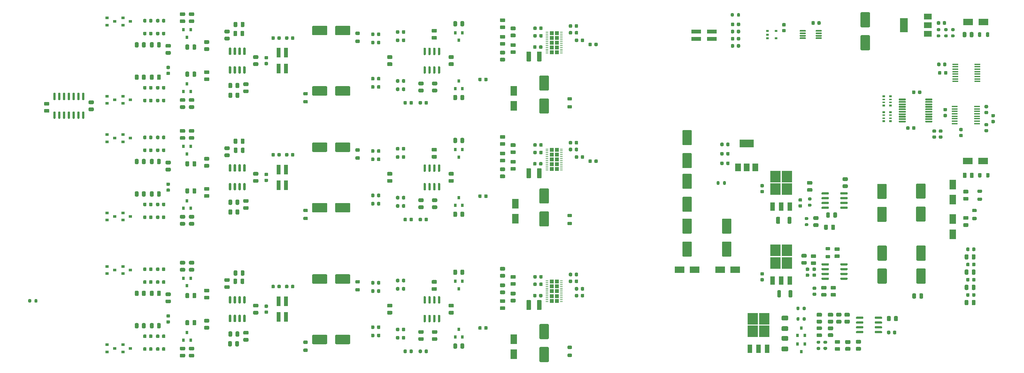
<source format=gbr>
G04 #@! TF.GenerationSoftware,KiCad,Pcbnew,(5.1.9)-1*
G04 #@! TF.CreationDate,2021-02-17T12:42:34-05:00*
G04 #@! TF.ProjectId,input_board,696e7075-745f-4626-9f61-72642e6b6963,rev?*
G04 #@! TF.SameCoordinates,Original*
G04 #@! TF.FileFunction,Paste,Top*
G04 #@! TF.FilePolarity,Positive*
%FSLAX46Y46*%
G04 Gerber Fmt 4.6, Leading zero omitted, Abs format (unit mm)*
G04 Created by KiCad (PCBNEW (5.1.9)-1) date 2021-02-17 12:42:34*
%MOMM*%
%LPD*%
G01*
G04 APERTURE LIST*
%ADD10R,2.000000X1.500000*%
%ADD11R,2.000000X3.800000*%
%ADD12R,0.700000X0.510000*%
%ADD13R,0.800000X0.500000*%
%ADD14R,0.800000X0.400000*%
%ADD15R,1.050000X1.050000*%
%ADD16R,0.700000X0.250000*%
%ADD17R,0.800000X0.900000*%
%ADD18R,1.000000X2.580000*%
%ADD19R,0.900000X0.800000*%
%ADD20R,1.800000X2.500000*%
%ADD21R,1.500000X0.450000*%
%ADD22R,2.500000X1.800000*%
%ADD23R,2.580000X1.000000*%
%ADD24R,1.200000X2.200000*%
%ADD25R,2.750000X3.050000*%
%ADD26R,3.800000X2.000000*%
%ADD27R,1.500000X2.000000*%
G04 APERTURE END LIST*
G36*
G01*
X234149999Y-135800000D02*
X235050001Y-135800000D01*
G75*
G02*
X235300000Y-136049999I0J-249999D01*
G01*
X235300000Y-136575001D01*
G75*
G02*
X235050001Y-136825000I-249999J0D01*
G01*
X234149999Y-136825000D01*
G75*
G02*
X233900000Y-136575001I0J249999D01*
G01*
X233900000Y-136049999D01*
G75*
G02*
X234149999Y-135800000I249999J0D01*
G01*
G37*
G36*
G01*
X234149999Y-133975000D02*
X235050001Y-133975000D01*
G75*
G02*
X235300000Y-134224999I0J-249999D01*
G01*
X235300000Y-134750001D01*
G75*
G02*
X235050001Y-135000000I-249999J0D01*
G01*
X234149999Y-135000000D01*
G75*
G02*
X233900000Y-134750001I0J249999D01*
G01*
X233900000Y-134224999D01*
G75*
G02*
X234149999Y-133975000I249999J0D01*
G01*
G37*
G36*
G01*
X226769999Y-135800000D02*
X227670001Y-135800000D01*
G75*
G02*
X227920000Y-136049999I0J-249999D01*
G01*
X227920000Y-136575001D01*
G75*
G02*
X227670001Y-136825000I-249999J0D01*
G01*
X226769999Y-136825000D01*
G75*
G02*
X226520000Y-136575001I0J249999D01*
G01*
X226520000Y-136049999D01*
G75*
G02*
X226769999Y-135800000I249999J0D01*
G01*
G37*
G36*
G01*
X226769999Y-133975000D02*
X227670001Y-133975000D01*
G75*
G02*
X227920000Y-134224999I0J-249999D01*
G01*
X227920000Y-134750001D01*
G75*
G02*
X227670001Y-135000000I-249999J0D01*
G01*
X226769999Y-135000000D01*
G75*
G02*
X226520000Y-134750001I0J249999D01*
G01*
X226520000Y-134224999D01*
G75*
G02*
X226769999Y-133975000I249999J0D01*
G01*
G37*
G36*
G01*
X234329999Y-143037501D02*
X235230001Y-143037501D01*
G75*
G02*
X235480000Y-143287500I0J-249999D01*
G01*
X235480000Y-143812502D01*
G75*
G02*
X235230001Y-144062501I-249999J0D01*
G01*
X234329999Y-144062501D01*
G75*
G02*
X234080000Y-143812502I0J249999D01*
G01*
X234080000Y-143287500D01*
G75*
G02*
X234329999Y-143037501I249999J0D01*
G01*
G37*
G36*
G01*
X234329999Y-141212501D02*
X235230001Y-141212501D01*
G75*
G02*
X235480000Y-141462500I0J-249999D01*
G01*
X235480000Y-141987502D01*
G75*
G02*
X235230001Y-142237501I-249999J0D01*
G01*
X234329999Y-142237501D01*
G75*
G02*
X234080000Y-141987502I0J249999D01*
G01*
X234080000Y-141462500D01*
G75*
G02*
X234329999Y-141212501I249999J0D01*
G01*
G37*
G36*
G01*
X230650001Y-135000000D02*
X229749999Y-135000000D01*
G75*
G02*
X229500000Y-134750001I0J249999D01*
G01*
X229500000Y-134224999D01*
G75*
G02*
X229749999Y-133975000I249999J0D01*
G01*
X230650001Y-133975000D01*
G75*
G02*
X230900000Y-134224999I0J-249999D01*
G01*
X230900000Y-134750001D01*
G75*
G02*
X230650001Y-135000000I-249999J0D01*
G01*
G37*
G36*
G01*
X230650001Y-136825000D02*
X229749999Y-136825000D01*
G75*
G02*
X229500000Y-136575001I0J249999D01*
G01*
X229500000Y-136049999D01*
G75*
G02*
X229749999Y-135800000I249999J0D01*
G01*
X230650001Y-135800000D01*
G75*
G02*
X230900000Y-136049999I0J-249999D01*
G01*
X230900000Y-136575001D01*
G75*
G02*
X230650001Y-136825000I-249999J0D01*
G01*
G37*
G36*
G01*
X230650001Y-138600000D02*
X229749999Y-138600000D01*
G75*
G02*
X229500000Y-138350001I0J249999D01*
G01*
X229500000Y-137824999D01*
G75*
G02*
X229749999Y-137575000I249999J0D01*
G01*
X230650001Y-137575000D01*
G75*
G02*
X230900000Y-137824999I0J-249999D01*
G01*
X230900000Y-138350001D01*
G75*
G02*
X230650001Y-138600000I-249999J0D01*
G01*
G37*
G36*
G01*
X230650001Y-140425000D02*
X229749999Y-140425000D01*
G75*
G02*
X229500000Y-140175001I0J249999D01*
G01*
X229500000Y-139649999D01*
G75*
G02*
X229749999Y-139400000I249999J0D01*
G01*
X230650001Y-139400000D01*
G75*
G02*
X230900000Y-139649999I0J-249999D01*
G01*
X230900000Y-140175001D01*
G75*
G02*
X230650001Y-140425000I-249999J0D01*
G01*
G37*
G36*
G01*
X224955000Y-104125000D02*
X224405000Y-104125000D01*
G75*
G02*
X224205000Y-103925000I0J200000D01*
G01*
X224205000Y-103525000D01*
G75*
G02*
X224405000Y-103325000I200000J0D01*
G01*
X224955000Y-103325000D01*
G75*
G02*
X225155000Y-103525000I0J-200000D01*
G01*
X225155000Y-103925000D01*
G75*
G02*
X224955000Y-104125000I-200000J0D01*
G01*
G37*
G36*
G01*
X224955000Y-105775000D02*
X224405000Y-105775000D01*
G75*
G02*
X224205000Y-105575000I0J200000D01*
G01*
X224205000Y-105175000D01*
G75*
G02*
X224405000Y-104975000I200000J0D01*
G01*
X224955000Y-104975000D01*
G75*
G02*
X225155000Y-105175000I0J-200000D01*
G01*
X225155000Y-105575000D01*
G75*
G02*
X224955000Y-105775000I-200000J0D01*
G01*
G37*
G36*
G01*
X222825000Y-135875000D02*
X222825000Y-135325000D01*
G75*
G02*
X223025000Y-135125000I200000J0D01*
G01*
X223425000Y-135125000D01*
G75*
G02*
X223625000Y-135325000I0J-200000D01*
G01*
X223625000Y-135875000D01*
G75*
G02*
X223425000Y-136075000I-200000J0D01*
G01*
X223025000Y-136075000D01*
G75*
G02*
X222825000Y-135875000I0J200000D01*
G01*
G37*
G36*
G01*
X221175000Y-135875000D02*
X221175000Y-135325000D01*
G75*
G02*
X221375000Y-135125000I200000J0D01*
G01*
X221775000Y-135125000D01*
G75*
G02*
X221975000Y-135325000I0J-200000D01*
G01*
X221975000Y-135875000D01*
G75*
G02*
X221775000Y-136075000I-200000J0D01*
G01*
X221375000Y-136075000D01*
G75*
G02*
X221175000Y-135875000I0J200000D01*
G01*
G37*
G36*
G01*
X223555000Y-110170000D02*
X224105000Y-110170000D01*
G75*
G02*
X224305000Y-110370000I0J-200000D01*
G01*
X224305000Y-110770000D01*
G75*
G02*
X224105000Y-110970000I-200000J0D01*
G01*
X223555000Y-110970000D01*
G75*
G02*
X223355000Y-110770000I0J200000D01*
G01*
X223355000Y-110370000D01*
G75*
G02*
X223555000Y-110170000I200000J0D01*
G01*
G37*
G36*
G01*
X223555000Y-108520000D02*
X224105000Y-108520000D01*
G75*
G02*
X224305000Y-108720000I0J-200000D01*
G01*
X224305000Y-109120000D01*
G75*
G02*
X224105000Y-109320000I-200000J0D01*
G01*
X223555000Y-109320000D01*
G75*
G02*
X223355000Y-109120000I0J200000D01*
G01*
X223355000Y-108720000D01*
G75*
G02*
X223555000Y-108520000I200000J0D01*
G01*
G37*
G36*
G01*
X222825000Y-133075000D02*
X222825000Y-132525000D01*
G75*
G02*
X223025000Y-132325000I200000J0D01*
G01*
X223425000Y-132325000D01*
G75*
G02*
X223625000Y-132525000I0J-200000D01*
G01*
X223625000Y-133075000D01*
G75*
G02*
X223425000Y-133275000I-200000J0D01*
G01*
X223025000Y-133275000D01*
G75*
G02*
X222825000Y-133075000I0J200000D01*
G01*
G37*
G36*
G01*
X221175000Y-133075000D02*
X221175000Y-132525000D01*
G75*
G02*
X221375000Y-132325000I200000J0D01*
G01*
X221775000Y-132325000D01*
G75*
G02*
X221975000Y-132525000I0J-200000D01*
G01*
X221975000Y-133075000D01*
G75*
G02*
X221775000Y-133275000I-200000J0D01*
G01*
X221375000Y-133275000D01*
G75*
G02*
X221175000Y-133075000I0J200000D01*
G01*
G37*
G36*
G01*
X228525000Y-143025000D02*
X229075000Y-143025000D01*
G75*
G02*
X229275000Y-143225000I0J-200000D01*
G01*
X229275000Y-143625000D01*
G75*
G02*
X229075000Y-143825000I-200000J0D01*
G01*
X228525000Y-143825000D01*
G75*
G02*
X228325000Y-143625000I0J200000D01*
G01*
X228325000Y-143225000D01*
G75*
G02*
X228525000Y-143025000I200000J0D01*
G01*
G37*
G36*
G01*
X228525000Y-141375000D02*
X229075000Y-141375000D01*
G75*
G02*
X229275000Y-141575000I0J-200000D01*
G01*
X229275000Y-141975000D01*
G75*
G02*
X229075000Y-142175000I-200000J0D01*
G01*
X228525000Y-142175000D01*
G75*
G02*
X228325000Y-141975000I0J200000D01*
G01*
X228325000Y-141575000D01*
G75*
G02*
X228525000Y-141375000I200000J0D01*
G01*
G37*
G36*
G01*
X262325000Y-60025000D02*
X262875000Y-60025000D01*
G75*
G02*
X263075000Y-60225000I0J-200000D01*
G01*
X263075000Y-60625000D01*
G75*
G02*
X262875000Y-60825000I-200000J0D01*
G01*
X262325000Y-60825000D01*
G75*
G02*
X262125000Y-60625000I0J200000D01*
G01*
X262125000Y-60225000D01*
G75*
G02*
X262325000Y-60025000I200000J0D01*
G01*
G37*
G36*
G01*
X262325000Y-58375000D02*
X262875000Y-58375000D01*
G75*
G02*
X263075000Y-58575000I0J-200000D01*
G01*
X263075000Y-58975000D01*
G75*
G02*
X262875000Y-59175000I-200000J0D01*
G01*
X262325000Y-59175000D01*
G75*
G02*
X262125000Y-58975000I0J200000D01*
G01*
X262125000Y-58575000D01*
G75*
G02*
X262325000Y-58375000I200000J0D01*
G01*
G37*
G36*
G01*
X226725000Y-143025000D02*
X227275000Y-143025000D01*
G75*
G02*
X227475000Y-143225000I0J-200000D01*
G01*
X227475000Y-143625000D01*
G75*
G02*
X227275000Y-143825000I-200000J0D01*
G01*
X226725000Y-143825000D01*
G75*
G02*
X226525000Y-143625000I0J200000D01*
G01*
X226525000Y-143225000D01*
G75*
G02*
X226725000Y-143025000I200000J0D01*
G01*
G37*
G36*
G01*
X226725000Y-141375000D02*
X227275000Y-141375000D01*
G75*
G02*
X227475000Y-141575000I0J-200000D01*
G01*
X227475000Y-141975000D01*
G75*
G02*
X227275000Y-142175000I-200000J0D01*
G01*
X226725000Y-142175000D01*
G75*
G02*
X226525000Y-141975000I0J200000D01*
G01*
X226525000Y-141575000D01*
G75*
G02*
X226725000Y-141375000I200000J0D01*
G01*
G37*
D10*
X255950000Y-59900000D03*
X255950000Y-55300000D03*
X255950000Y-57600000D03*
D11*
X249650000Y-57600000D03*
G36*
G01*
X259075000Y-59175000D02*
X258525000Y-59175000D01*
G75*
G02*
X258325000Y-58975000I0J200000D01*
G01*
X258325000Y-58575000D01*
G75*
G02*
X258525000Y-58375000I200000J0D01*
G01*
X259075000Y-58375000D01*
G75*
G02*
X259275000Y-58575000I0J-200000D01*
G01*
X259275000Y-58975000D01*
G75*
G02*
X259075000Y-59175000I-200000J0D01*
G01*
G37*
G36*
G01*
X259075000Y-60825000D02*
X258525000Y-60825000D01*
G75*
G02*
X258325000Y-60625000I0J200000D01*
G01*
X258325000Y-60225000D01*
G75*
G02*
X258525000Y-60025000I200000J0D01*
G01*
X259075000Y-60025000D01*
G75*
G02*
X259275000Y-60225000I0J-200000D01*
G01*
X259275000Y-60625000D01*
G75*
G02*
X259075000Y-60825000I-200000J0D01*
G01*
G37*
G36*
G01*
X261075000Y-59175000D02*
X260525000Y-59175000D01*
G75*
G02*
X260325000Y-58975000I0J200000D01*
G01*
X260325000Y-58575000D01*
G75*
G02*
X260525000Y-58375000I200000J0D01*
G01*
X261075000Y-58375000D01*
G75*
G02*
X261275000Y-58575000I0J-200000D01*
G01*
X261275000Y-58975000D01*
G75*
G02*
X261075000Y-59175000I-200000J0D01*
G01*
G37*
G36*
G01*
X261075000Y-60825000D02*
X260525000Y-60825000D01*
G75*
G02*
X260325000Y-60625000I0J200000D01*
G01*
X260325000Y-60225000D01*
G75*
G02*
X260525000Y-60025000I200000J0D01*
G01*
X261075000Y-60025000D01*
G75*
G02*
X261275000Y-60225000I0J-200000D01*
G01*
X261275000Y-60625000D01*
G75*
G02*
X261075000Y-60825000I-200000J0D01*
G01*
G37*
G36*
G01*
X219070000Y-129657500D02*
X219070000Y-128157500D01*
G75*
G02*
X219270000Y-127957500I200000J0D01*
G01*
X219870000Y-127957500D01*
G75*
G02*
X220070000Y-128157500I0J-200000D01*
G01*
X220070000Y-129657500D01*
G75*
G02*
X219870000Y-129857500I-200000J0D01*
G01*
X219270000Y-129857500D01*
G75*
G02*
X219070000Y-129657500I0J200000D01*
G01*
G37*
G36*
G01*
X216070000Y-129657500D02*
X216070000Y-128157500D01*
G75*
G02*
X216270000Y-127957500I200000J0D01*
G01*
X216870000Y-127957500D01*
G75*
G02*
X217070000Y-128157500I0J-200000D01*
G01*
X217070000Y-129657500D01*
G75*
G02*
X216870000Y-129857500I-200000J0D01*
G01*
X216270000Y-129857500D01*
G75*
G02*
X216070000Y-129657500I0J200000D01*
G01*
G37*
G36*
G01*
X218810000Y-110152500D02*
X218810000Y-108652500D01*
G75*
G02*
X219010000Y-108452500I200000J0D01*
G01*
X219610000Y-108452500D01*
G75*
G02*
X219810000Y-108652500I0J-200000D01*
G01*
X219810000Y-110152500D01*
G75*
G02*
X219610000Y-110352500I-200000J0D01*
G01*
X219010000Y-110352500D01*
G75*
G02*
X218810000Y-110152500I0J200000D01*
G01*
G37*
G36*
G01*
X215810000Y-110152500D02*
X215810000Y-108652500D01*
G75*
G02*
X216010000Y-108452500I200000J0D01*
G01*
X216610000Y-108452500D01*
G75*
G02*
X216810000Y-108652500I0J-200000D01*
G01*
X216810000Y-110152500D01*
G75*
G02*
X216610000Y-110352500I-200000J0D01*
G01*
X216010000Y-110352500D01*
G75*
G02*
X215810000Y-110152500I0J200000D01*
G01*
G37*
G36*
G01*
X259925000Y-57250000D02*
X259925000Y-56750000D01*
G75*
G02*
X260150000Y-56525000I225000J0D01*
G01*
X260600000Y-56525000D01*
G75*
G02*
X260825000Y-56750000I0J-225000D01*
G01*
X260825000Y-57250000D01*
G75*
G02*
X260600000Y-57475000I-225000J0D01*
G01*
X260150000Y-57475000D01*
G75*
G02*
X259925000Y-57250000I0J225000D01*
G01*
G37*
G36*
G01*
X258375000Y-57250000D02*
X258375000Y-56750000D01*
G75*
G02*
X258600000Y-56525000I225000J0D01*
G01*
X259050000Y-56525000D01*
G75*
G02*
X259275000Y-56750000I0J-225000D01*
G01*
X259275000Y-57250000D01*
G75*
G02*
X259050000Y-57475000I-225000J0D01*
G01*
X258600000Y-57475000D01*
G75*
G02*
X258375000Y-57250000I0J225000D01*
G01*
G37*
G36*
G01*
X191200000Y-103150000D02*
X193200000Y-103150000D01*
G75*
G02*
X193450000Y-103400000I0J-250000D01*
G01*
X193450000Y-106900000D01*
G75*
G02*
X193200000Y-107150000I-250000J0D01*
G01*
X191200000Y-107150000D01*
G75*
G02*
X190950000Y-106900000I0J250000D01*
G01*
X190950000Y-103400000D01*
G75*
G02*
X191200000Y-103150000I250000J0D01*
G01*
G37*
G36*
G01*
X191200000Y-97050000D02*
X193200000Y-97050000D01*
G75*
G02*
X193450000Y-97300000I0J-250000D01*
G01*
X193450000Y-100800000D01*
G75*
G02*
X193200000Y-101050000I-250000J0D01*
G01*
X191200000Y-101050000D01*
G75*
G02*
X190950000Y-100800000I0J250000D01*
G01*
X190950000Y-97300000D01*
G75*
G02*
X191200000Y-97050000I250000J0D01*
G01*
G37*
G36*
G01*
X229118750Y-118625000D02*
X229881250Y-118625000D01*
G75*
G02*
X230100000Y-118843750I0J-218750D01*
G01*
X230100000Y-119281250D01*
G75*
G02*
X229881250Y-119500000I-218750J0D01*
G01*
X229118750Y-119500000D01*
G75*
G02*
X228900000Y-119281250I0J218750D01*
G01*
X228900000Y-118843750D01*
G75*
G02*
X229118750Y-118625000I218750J0D01*
G01*
G37*
G36*
G01*
X229118750Y-116500000D02*
X229881250Y-116500000D01*
G75*
G02*
X230100000Y-116718750I0J-218750D01*
G01*
X230100000Y-117156250D01*
G75*
G02*
X229881250Y-117375000I-218750J0D01*
G01*
X229118750Y-117375000D01*
G75*
G02*
X228900000Y-117156250I0J218750D01*
G01*
X228900000Y-116718750D01*
G75*
G02*
X229118750Y-116500000I218750J0D01*
G01*
G37*
G36*
G01*
X270195000Y-97058750D02*
X270195000Y-97821250D01*
G75*
G02*
X269976250Y-98040000I-218750J0D01*
G01*
X269538750Y-98040000D01*
G75*
G02*
X269320000Y-97821250I0J218750D01*
G01*
X269320000Y-97058750D01*
G75*
G02*
X269538750Y-96840000I218750J0D01*
G01*
X269976250Y-96840000D01*
G75*
G02*
X270195000Y-97058750I0J-218750D01*
G01*
G37*
G36*
G01*
X272320000Y-97058750D02*
X272320000Y-97821250D01*
G75*
G02*
X272101250Y-98040000I-218750J0D01*
G01*
X271663750Y-98040000D01*
G75*
G02*
X271445000Y-97821250I0J218750D01*
G01*
X271445000Y-97058750D01*
G75*
G02*
X271663750Y-96840000I218750J0D01*
G01*
X272101250Y-96840000D01*
G75*
G02*
X272320000Y-97058750I0J-218750D01*
G01*
G37*
G36*
G01*
X270147500Y-59706250D02*
X270147500Y-60468750D01*
G75*
G02*
X269928750Y-60687500I-218750J0D01*
G01*
X269491250Y-60687500D01*
G75*
G02*
X269272500Y-60468750I0J218750D01*
G01*
X269272500Y-59706250D01*
G75*
G02*
X269491250Y-59487500I218750J0D01*
G01*
X269928750Y-59487500D01*
G75*
G02*
X270147500Y-59706250I0J-218750D01*
G01*
G37*
G36*
G01*
X272272500Y-59706250D02*
X272272500Y-60468750D01*
G75*
G02*
X272053750Y-60687500I-218750J0D01*
G01*
X271616250Y-60687500D01*
G75*
G02*
X271397500Y-60468750I0J218750D01*
G01*
X271397500Y-59706250D01*
G75*
G02*
X271616250Y-59487500I218750J0D01*
G01*
X272053750Y-59487500D01*
G75*
G02*
X272272500Y-59706250I0J-218750D01*
G01*
G37*
G36*
G01*
X269358750Y-103362500D02*
X270121250Y-103362500D01*
G75*
G02*
X270340000Y-103581250I0J-218750D01*
G01*
X270340000Y-104018750D01*
G75*
G02*
X270121250Y-104237500I-218750J0D01*
G01*
X269358750Y-104237500D01*
G75*
G02*
X269140000Y-104018750I0J218750D01*
G01*
X269140000Y-103581250D01*
G75*
G02*
X269358750Y-103362500I218750J0D01*
G01*
G37*
G36*
G01*
X269358750Y-101237500D02*
X270121250Y-101237500D01*
G75*
G02*
X270340000Y-101456250I0J-218750D01*
G01*
X270340000Y-101893750D01*
G75*
G02*
X270121250Y-102112500I-218750J0D01*
G01*
X269358750Y-102112500D01*
G75*
G02*
X269140000Y-101893750I0J218750D01*
G01*
X269140000Y-101456250D01*
G75*
G02*
X269358750Y-101237500I218750J0D01*
G01*
G37*
G36*
G01*
X267948750Y-108487500D02*
X268711250Y-108487500D01*
G75*
G02*
X268930000Y-108706250I0J-218750D01*
G01*
X268930000Y-109143750D01*
G75*
G02*
X268711250Y-109362500I-218750J0D01*
G01*
X267948750Y-109362500D01*
G75*
G02*
X267730000Y-109143750I0J218750D01*
G01*
X267730000Y-108706250D01*
G75*
G02*
X267948750Y-108487500I218750J0D01*
G01*
G37*
G36*
G01*
X267948750Y-106362500D02*
X268711250Y-106362500D01*
G75*
G02*
X268930000Y-106581250I0J-218750D01*
G01*
X268930000Y-107018750D01*
G75*
G02*
X268711250Y-107237500I-218750J0D01*
G01*
X267948750Y-107237500D01*
G75*
G02*
X267730000Y-107018750I0J218750D01*
G01*
X267730000Y-106581250D01*
G75*
G02*
X267948750Y-106362500I218750J0D01*
G01*
G37*
G36*
G01*
X160698750Y-144825000D02*
X161461250Y-144825000D01*
G75*
G02*
X161680000Y-145043750I0J-218750D01*
G01*
X161680000Y-145481250D01*
G75*
G02*
X161461250Y-145700000I-218750J0D01*
G01*
X160698750Y-145700000D01*
G75*
G02*
X160480000Y-145481250I0J218750D01*
G01*
X160480000Y-145043750D01*
G75*
G02*
X160698750Y-144825000I218750J0D01*
G01*
G37*
G36*
G01*
X160698750Y-142700000D02*
X161461250Y-142700000D01*
G75*
G02*
X161680000Y-142918750I0J-218750D01*
G01*
X161680000Y-143356250D01*
G75*
G02*
X161461250Y-143575000I-218750J0D01*
G01*
X160698750Y-143575000D01*
G75*
G02*
X160480000Y-143356250I0J218750D01*
G01*
X160480000Y-142918750D01*
G75*
G02*
X160698750Y-142700000I218750J0D01*
G01*
G37*
G36*
G01*
X91461250Y-142225000D02*
X90698750Y-142225000D01*
G75*
G02*
X90480000Y-142006250I0J218750D01*
G01*
X90480000Y-141568750D01*
G75*
G02*
X90698750Y-141350000I218750J0D01*
G01*
X91461250Y-141350000D01*
G75*
G02*
X91680000Y-141568750I0J-218750D01*
G01*
X91680000Y-142006250D01*
G75*
G02*
X91461250Y-142225000I-218750J0D01*
G01*
G37*
G36*
G01*
X91461250Y-144350000D02*
X90698750Y-144350000D01*
G75*
G02*
X90480000Y-144131250I0J218750D01*
G01*
X90480000Y-143693750D01*
G75*
G02*
X90698750Y-143475000I218750J0D01*
G01*
X91461250Y-143475000D01*
G75*
G02*
X91680000Y-143693750I0J-218750D01*
G01*
X91680000Y-144131250D01*
G75*
G02*
X91461250Y-144350000I-218750J0D01*
G01*
G37*
G36*
G01*
X105261250Y-126175000D02*
X104498750Y-126175000D01*
G75*
G02*
X104280000Y-125956250I0J218750D01*
G01*
X104280000Y-125518750D01*
G75*
G02*
X104498750Y-125300000I218750J0D01*
G01*
X105261250Y-125300000D01*
G75*
G02*
X105480000Y-125518750I0J-218750D01*
G01*
X105480000Y-125956250D01*
G75*
G02*
X105261250Y-126175000I-218750J0D01*
G01*
G37*
G36*
G01*
X105261250Y-128300000D02*
X104498750Y-128300000D01*
G75*
G02*
X104280000Y-128081250I0J218750D01*
G01*
X104280000Y-127643750D01*
G75*
G02*
X104498750Y-127425000I218750J0D01*
G01*
X105261250Y-127425000D01*
G75*
G02*
X105480000Y-127643750I0J-218750D01*
G01*
X105480000Y-128081250D01*
G75*
G02*
X105261250Y-128300000I-218750J0D01*
G01*
G37*
G36*
G01*
X160698750Y-109825000D02*
X161461250Y-109825000D01*
G75*
G02*
X161680000Y-110043750I0J-218750D01*
G01*
X161680000Y-110481250D01*
G75*
G02*
X161461250Y-110700000I-218750J0D01*
G01*
X160698750Y-110700000D01*
G75*
G02*
X160480000Y-110481250I0J218750D01*
G01*
X160480000Y-110043750D01*
G75*
G02*
X160698750Y-109825000I218750J0D01*
G01*
G37*
G36*
G01*
X160698750Y-107700000D02*
X161461250Y-107700000D01*
G75*
G02*
X161680000Y-107918750I0J-218750D01*
G01*
X161680000Y-108356250D01*
G75*
G02*
X161461250Y-108575000I-218750J0D01*
G01*
X160698750Y-108575000D01*
G75*
G02*
X160480000Y-108356250I0J218750D01*
G01*
X160480000Y-107918750D01*
G75*
G02*
X160698750Y-107700000I218750J0D01*
G01*
G37*
G36*
G01*
X91461250Y-107225000D02*
X90698750Y-107225000D01*
G75*
G02*
X90480000Y-107006250I0J218750D01*
G01*
X90480000Y-106568750D01*
G75*
G02*
X90698750Y-106350000I218750J0D01*
G01*
X91461250Y-106350000D01*
G75*
G02*
X91680000Y-106568750I0J-218750D01*
G01*
X91680000Y-107006250D01*
G75*
G02*
X91461250Y-107225000I-218750J0D01*
G01*
G37*
G36*
G01*
X91461250Y-109350000D02*
X90698750Y-109350000D01*
G75*
G02*
X90480000Y-109131250I0J218750D01*
G01*
X90480000Y-108693750D01*
G75*
G02*
X90698750Y-108475000I218750J0D01*
G01*
X91461250Y-108475000D01*
G75*
G02*
X91680000Y-108693750I0J-218750D01*
G01*
X91680000Y-109131250D01*
G75*
G02*
X91461250Y-109350000I-218750J0D01*
G01*
G37*
G36*
G01*
X105261250Y-91175000D02*
X104498750Y-91175000D01*
G75*
G02*
X104280000Y-90956250I0J218750D01*
G01*
X104280000Y-90518750D01*
G75*
G02*
X104498750Y-90300000I218750J0D01*
G01*
X105261250Y-90300000D01*
G75*
G02*
X105480000Y-90518750I0J-218750D01*
G01*
X105480000Y-90956250D01*
G75*
G02*
X105261250Y-91175000I-218750J0D01*
G01*
G37*
G36*
G01*
X105261250Y-93300000D02*
X104498750Y-93300000D01*
G75*
G02*
X104280000Y-93081250I0J218750D01*
G01*
X104280000Y-92643750D01*
G75*
G02*
X104498750Y-92425000I218750J0D01*
G01*
X105261250Y-92425000D01*
G75*
G02*
X105480000Y-92643750I0J-218750D01*
G01*
X105480000Y-93081250D01*
G75*
G02*
X105261250Y-93300000I-218750J0D01*
G01*
G37*
G36*
G01*
X91461250Y-76225000D02*
X90698750Y-76225000D01*
G75*
G02*
X90480000Y-76006250I0J218750D01*
G01*
X90480000Y-75568750D01*
G75*
G02*
X90698750Y-75350000I218750J0D01*
G01*
X91461250Y-75350000D01*
G75*
G02*
X91680000Y-75568750I0J-218750D01*
G01*
X91680000Y-76006250D01*
G75*
G02*
X91461250Y-76225000I-218750J0D01*
G01*
G37*
G36*
G01*
X91461250Y-78350000D02*
X90698750Y-78350000D01*
G75*
G02*
X90480000Y-78131250I0J218750D01*
G01*
X90480000Y-77693750D01*
G75*
G02*
X90698750Y-77475000I218750J0D01*
G01*
X91461250Y-77475000D01*
G75*
G02*
X91680000Y-77693750I0J-218750D01*
G01*
X91680000Y-78131250D01*
G75*
G02*
X91461250Y-78350000I-218750J0D01*
G01*
G37*
G36*
G01*
X105261250Y-60175000D02*
X104498750Y-60175000D01*
G75*
G02*
X104280000Y-59956250I0J218750D01*
G01*
X104280000Y-59518750D01*
G75*
G02*
X104498750Y-59300000I218750J0D01*
G01*
X105261250Y-59300000D01*
G75*
G02*
X105480000Y-59518750I0J-218750D01*
G01*
X105480000Y-59956250D01*
G75*
G02*
X105261250Y-60175000I-218750J0D01*
G01*
G37*
G36*
G01*
X105261250Y-62300000D02*
X104498750Y-62300000D01*
G75*
G02*
X104280000Y-62081250I0J218750D01*
G01*
X104280000Y-61643750D01*
G75*
G02*
X104498750Y-61425000I218750J0D01*
G01*
X105261250Y-61425000D01*
G75*
G02*
X105480000Y-61643750I0J-218750D01*
G01*
X105480000Y-62081250D01*
G75*
G02*
X105261250Y-62300000I-218750J0D01*
G01*
G37*
G36*
G01*
X160698750Y-78825000D02*
X161461250Y-78825000D01*
G75*
G02*
X161680000Y-79043750I0J-218750D01*
G01*
X161680000Y-79481250D01*
G75*
G02*
X161461250Y-79700000I-218750J0D01*
G01*
X160698750Y-79700000D01*
G75*
G02*
X160480000Y-79481250I0J218750D01*
G01*
X160480000Y-79043750D01*
G75*
G02*
X160698750Y-78825000I218750J0D01*
G01*
G37*
G36*
G01*
X160698750Y-76700000D02*
X161461250Y-76700000D01*
G75*
G02*
X161680000Y-76918750I0J-218750D01*
G01*
X161680000Y-77356250D01*
G75*
G02*
X161461250Y-77575000I-218750J0D01*
G01*
X160698750Y-77575000D01*
G75*
G02*
X160480000Y-77356250I0J218750D01*
G01*
X160480000Y-76918750D01*
G75*
G02*
X160698750Y-76700000I218750J0D01*
G01*
G37*
G36*
G01*
X19225000Y-131075000D02*
X19225000Y-130525000D01*
G75*
G02*
X19425000Y-130325000I200000J0D01*
G01*
X19825000Y-130325000D01*
G75*
G02*
X20025000Y-130525000I0J-200000D01*
G01*
X20025000Y-131075000D01*
G75*
G02*
X19825000Y-131275000I-200000J0D01*
G01*
X19425000Y-131275000D01*
G75*
G02*
X19225000Y-131075000I0J200000D01*
G01*
G37*
G36*
G01*
X17575000Y-131075000D02*
X17575000Y-130525000D01*
G75*
G02*
X17775000Y-130325000I200000J0D01*
G01*
X18175000Y-130325000D01*
G75*
G02*
X18375000Y-130525000I0J-200000D01*
G01*
X18375000Y-131075000D01*
G75*
G02*
X18175000Y-131275000I-200000J0D01*
G01*
X17775000Y-131275000D01*
G75*
G02*
X17575000Y-131075000I0J200000D01*
G01*
G37*
D12*
X213480000Y-59150000D03*
X213480000Y-60100000D03*
X213480000Y-61050000D03*
X215800000Y-61050000D03*
X215800000Y-59150000D03*
G36*
G01*
X222025000Y-59195000D02*
X222025000Y-58995000D01*
G75*
G02*
X222125000Y-58895000I100000J0D01*
G01*
X223550000Y-58895000D01*
G75*
G02*
X223650000Y-58995000I0J-100000D01*
G01*
X223650000Y-59195000D01*
G75*
G02*
X223550000Y-59295000I-100000J0D01*
G01*
X222125000Y-59295000D01*
G75*
G02*
X222025000Y-59195000I0J100000D01*
G01*
G37*
G36*
G01*
X222025000Y-59845000D02*
X222025000Y-59645000D01*
G75*
G02*
X222125000Y-59545000I100000J0D01*
G01*
X223550000Y-59545000D01*
G75*
G02*
X223650000Y-59645000I0J-100000D01*
G01*
X223650000Y-59845000D01*
G75*
G02*
X223550000Y-59945000I-100000J0D01*
G01*
X222125000Y-59945000D01*
G75*
G02*
X222025000Y-59845000I0J100000D01*
G01*
G37*
G36*
G01*
X222025000Y-60495000D02*
X222025000Y-60295000D01*
G75*
G02*
X222125000Y-60195000I100000J0D01*
G01*
X223550000Y-60195000D01*
G75*
G02*
X223650000Y-60295000I0J-100000D01*
G01*
X223650000Y-60495000D01*
G75*
G02*
X223550000Y-60595000I-100000J0D01*
G01*
X222125000Y-60595000D01*
G75*
G02*
X222025000Y-60495000I0J100000D01*
G01*
G37*
G36*
G01*
X222025000Y-61145000D02*
X222025000Y-60945000D01*
G75*
G02*
X222125000Y-60845000I100000J0D01*
G01*
X223550000Y-60845000D01*
G75*
G02*
X223650000Y-60945000I0J-100000D01*
G01*
X223650000Y-61145000D01*
G75*
G02*
X223550000Y-61245000I-100000J0D01*
G01*
X222125000Y-61245000D01*
G75*
G02*
X222025000Y-61145000I0J100000D01*
G01*
G37*
G36*
G01*
X226250000Y-61145000D02*
X226250000Y-60945000D01*
G75*
G02*
X226350000Y-60845000I100000J0D01*
G01*
X227775000Y-60845000D01*
G75*
G02*
X227875000Y-60945000I0J-100000D01*
G01*
X227875000Y-61145000D01*
G75*
G02*
X227775000Y-61245000I-100000J0D01*
G01*
X226350000Y-61245000D01*
G75*
G02*
X226250000Y-61145000I0J100000D01*
G01*
G37*
G36*
G01*
X226250000Y-60495000D02*
X226250000Y-60295000D01*
G75*
G02*
X226350000Y-60195000I100000J0D01*
G01*
X227775000Y-60195000D01*
G75*
G02*
X227875000Y-60295000I0J-100000D01*
G01*
X227875000Y-60495000D01*
G75*
G02*
X227775000Y-60595000I-100000J0D01*
G01*
X226350000Y-60595000D01*
G75*
G02*
X226250000Y-60495000I0J100000D01*
G01*
G37*
G36*
G01*
X226250000Y-59845000D02*
X226250000Y-59645000D01*
G75*
G02*
X226350000Y-59545000I100000J0D01*
G01*
X227775000Y-59545000D01*
G75*
G02*
X227875000Y-59645000I0J-100000D01*
G01*
X227875000Y-59845000D01*
G75*
G02*
X227775000Y-59945000I-100000J0D01*
G01*
X226350000Y-59945000D01*
G75*
G02*
X226250000Y-59845000I0J100000D01*
G01*
G37*
G36*
G01*
X226250000Y-59195000D02*
X226250000Y-58995000D01*
G75*
G02*
X226350000Y-58895000I100000J0D01*
G01*
X227775000Y-58895000D01*
G75*
G02*
X227875000Y-58995000I0J-100000D01*
G01*
X227875000Y-59195000D01*
G75*
G02*
X227775000Y-59295000I-100000J0D01*
G01*
X226350000Y-59295000D01*
G75*
G02*
X226250000Y-59195000I0J100000D01*
G01*
G37*
G36*
G01*
X206225000Y-54575000D02*
X206225000Y-55125000D01*
G75*
G02*
X206025000Y-55325000I-200000J0D01*
G01*
X205625000Y-55325000D01*
G75*
G02*
X205425000Y-55125000I0J200000D01*
G01*
X205425000Y-54575000D01*
G75*
G02*
X205625000Y-54375000I200000J0D01*
G01*
X206025000Y-54375000D01*
G75*
G02*
X206225000Y-54575000I0J-200000D01*
G01*
G37*
G36*
G01*
X204575000Y-54575000D02*
X204575000Y-55125000D01*
G75*
G02*
X204375000Y-55325000I-200000J0D01*
G01*
X203975000Y-55325000D01*
G75*
G02*
X203775000Y-55125000I0J200000D01*
G01*
X203775000Y-54575000D01*
G75*
G02*
X203975000Y-54375000I200000J0D01*
G01*
X204375000Y-54375000D01*
G75*
G02*
X204575000Y-54575000I0J-200000D01*
G01*
G37*
G36*
G01*
X225150000Y-57250000D02*
X225150000Y-56750000D01*
G75*
G02*
X225375000Y-56525000I225000J0D01*
G01*
X225825000Y-56525000D01*
G75*
G02*
X226050000Y-56750000I0J-225000D01*
G01*
X226050000Y-57250000D01*
G75*
G02*
X225825000Y-57475000I-225000J0D01*
G01*
X225375000Y-57475000D01*
G75*
G02*
X225150000Y-57250000I0J225000D01*
G01*
G37*
G36*
G01*
X226700000Y-57250000D02*
X226700000Y-56750000D01*
G75*
G02*
X226925000Y-56525000I225000J0D01*
G01*
X227375000Y-56525000D01*
G75*
G02*
X227600000Y-56750000I0J-225000D01*
G01*
X227600000Y-57250000D01*
G75*
G02*
X227375000Y-57475000I-225000J0D01*
G01*
X226925000Y-57475000D01*
G75*
G02*
X226700000Y-57250000I0J225000D01*
G01*
G37*
G36*
G01*
X217600000Y-57025000D02*
X218100000Y-57025000D01*
G75*
G02*
X218325000Y-57250000I0J-225000D01*
G01*
X218325000Y-57700000D01*
G75*
G02*
X218100000Y-57925000I-225000J0D01*
G01*
X217600000Y-57925000D01*
G75*
G02*
X217375000Y-57700000I0J225000D01*
G01*
X217375000Y-57250000D01*
G75*
G02*
X217600000Y-57025000I225000J0D01*
G01*
G37*
G36*
G01*
X217600000Y-58575000D02*
X218100000Y-58575000D01*
G75*
G02*
X218325000Y-58800000I0J-225000D01*
G01*
X218325000Y-59250000D01*
G75*
G02*
X218100000Y-59475000I-225000J0D01*
G01*
X217600000Y-59475000D01*
G75*
G02*
X217375000Y-59250000I0J225000D01*
G01*
X217375000Y-58800000D01*
G75*
G02*
X217600000Y-58575000I225000J0D01*
G01*
G37*
G36*
G01*
X201675000Y-99775000D02*
X201675000Y-99225000D01*
G75*
G02*
X201875000Y-99025000I200000J0D01*
G01*
X202275000Y-99025000D01*
G75*
G02*
X202475000Y-99225000I0J-200000D01*
G01*
X202475000Y-99775000D01*
G75*
G02*
X202275000Y-99975000I-200000J0D01*
G01*
X201875000Y-99975000D01*
G75*
G02*
X201675000Y-99775000I0J200000D01*
G01*
G37*
G36*
G01*
X200025000Y-99775000D02*
X200025000Y-99225000D01*
G75*
G02*
X200225000Y-99025000I200000J0D01*
G01*
X200625000Y-99025000D01*
G75*
G02*
X200825000Y-99225000I0J-200000D01*
G01*
X200825000Y-99775000D01*
G75*
G02*
X200625000Y-99975000I-200000J0D01*
G01*
X200225000Y-99975000D01*
G75*
G02*
X200025000Y-99775000I0J200000D01*
G01*
G37*
G36*
G01*
X71222500Y-131490000D02*
X70922500Y-131490000D01*
G75*
G02*
X70772500Y-131340000I0J150000D01*
G01*
X70772500Y-129690000D01*
G75*
G02*
X70922500Y-129540000I150000J0D01*
G01*
X71222500Y-129540000D01*
G75*
G02*
X71372500Y-129690000I0J-150000D01*
G01*
X71372500Y-131340000D01*
G75*
G02*
X71222500Y-131490000I-150000J0D01*
G01*
G37*
G36*
G01*
X72492500Y-131490000D02*
X72192500Y-131490000D01*
G75*
G02*
X72042500Y-131340000I0J150000D01*
G01*
X72042500Y-129690000D01*
G75*
G02*
X72192500Y-129540000I150000J0D01*
G01*
X72492500Y-129540000D01*
G75*
G02*
X72642500Y-129690000I0J-150000D01*
G01*
X72642500Y-131340000D01*
G75*
G02*
X72492500Y-131490000I-150000J0D01*
G01*
G37*
G36*
G01*
X73762500Y-131490000D02*
X73462500Y-131490000D01*
G75*
G02*
X73312500Y-131340000I0J150000D01*
G01*
X73312500Y-129690000D01*
G75*
G02*
X73462500Y-129540000I150000J0D01*
G01*
X73762500Y-129540000D01*
G75*
G02*
X73912500Y-129690000I0J-150000D01*
G01*
X73912500Y-131340000D01*
G75*
G02*
X73762500Y-131490000I-150000J0D01*
G01*
G37*
G36*
G01*
X75032500Y-131490000D02*
X74732500Y-131490000D01*
G75*
G02*
X74582500Y-131340000I0J150000D01*
G01*
X74582500Y-129690000D01*
G75*
G02*
X74732500Y-129540000I150000J0D01*
G01*
X75032500Y-129540000D01*
G75*
G02*
X75182500Y-129690000I0J-150000D01*
G01*
X75182500Y-131340000D01*
G75*
G02*
X75032500Y-131490000I-150000J0D01*
G01*
G37*
G36*
G01*
X75032500Y-136440000D02*
X74732500Y-136440000D01*
G75*
G02*
X74582500Y-136290000I0J150000D01*
G01*
X74582500Y-134640000D01*
G75*
G02*
X74732500Y-134490000I150000J0D01*
G01*
X75032500Y-134490000D01*
G75*
G02*
X75182500Y-134640000I0J-150000D01*
G01*
X75182500Y-136290000D01*
G75*
G02*
X75032500Y-136440000I-150000J0D01*
G01*
G37*
G36*
G01*
X73762500Y-136440000D02*
X73462500Y-136440000D01*
G75*
G02*
X73312500Y-136290000I0J150000D01*
G01*
X73312500Y-134640000D01*
G75*
G02*
X73462500Y-134490000I150000J0D01*
G01*
X73762500Y-134490000D01*
G75*
G02*
X73912500Y-134640000I0J-150000D01*
G01*
X73912500Y-136290000D01*
G75*
G02*
X73762500Y-136440000I-150000J0D01*
G01*
G37*
G36*
G01*
X72492500Y-136440000D02*
X72192500Y-136440000D01*
G75*
G02*
X72042500Y-136290000I0J150000D01*
G01*
X72042500Y-134640000D01*
G75*
G02*
X72192500Y-134490000I150000J0D01*
G01*
X72492500Y-134490000D01*
G75*
G02*
X72642500Y-134640000I0J-150000D01*
G01*
X72642500Y-136290000D01*
G75*
G02*
X72492500Y-136440000I-150000J0D01*
G01*
G37*
G36*
G01*
X71222500Y-136440000D02*
X70922500Y-136440000D01*
G75*
G02*
X70772500Y-136290000I0J150000D01*
G01*
X70772500Y-134640000D01*
G75*
G02*
X70922500Y-134490000I150000J0D01*
G01*
X71222500Y-134490000D01*
G75*
G02*
X71372500Y-134640000I0J-150000D01*
G01*
X71372500Y-136290000D01*
G75*
G02*
X71222500Y-136440000I-150000J0D01*
G01*
G37*
G36*
G01*
X122800000Y-131510000D02*
X122500000Y-131510000D01*
G75*
G02*
X122350000Y-131360000I0J150000D01*
G01*
X122350000Y-129710000D01*
G75*
G02*
X122500000Y-129560000I150000J0D01*
G01*
X122800000Y-129560000D01*
G75*
G02*
X122950000Y-129710000I0J-150000D01*
G01*
X122950000Y-131360000D01*
G75*
G02*
X122800000Y-131510000I-150000J0D01*
G01*
G37*
G36*
G01*
X124070000Y-131510000D02*
X123770000Y-131510000D01*
G75*
G02*
X123620000Y-131360000I0J150000D01*
G01*
X123620000Y-129710000D01*
G75*
G02*
X123770000Y-129560000I150000J0D01*
G01*
X124070000Y-129560000D01*
G75*
G02*
X124220000Y-129710000I0J-150000D01*
G01*
X124220000Y-131360000D01*
G75*
G02*
X124070000Y-131510000I-150000J0D01*
G01*
G37*
G36*
G01*
X125340000Y-131510000D02*
X125040000Y-131510000D01*
G75*
G02*
X124890000Y-131360000I0J150000D01*
G01*
X124890000Y-129710000D01*
G75*
G02*
X125040000Y-129560000I150000J0D01*
G01*
X125340000Y-129560000D01*
G75*
G02*
X125490000Y-129710000I0J-150000D01*
G01*
X125490000Y-131360000D01*
G75*
G02*
X125340000Y-131510000I-150000J0D01*
G01*
G37*
G36*
G01*
X126610000Y-131510000D02*
X126310000Y-131510000D01*
G75*
G02*
X126160000Y-131360000I0J150000D01*
G01*
X126160000Y-129710000D01*
G75*
G02*
X126310000Y-129560000I150000J0D01*
G01*
X126610000Y-129560000D01*
G75*
G02*
X126760000Y-129710000I0J-150000D01*
G01*
X126760000Y-131360000D01*
G75*
G02*
X126610000Y-131510000I-150000J0D01*
G01*
G37*
G36*
G01*
X126610000Y-136460000D02*
X126310000Y-136460000D01*
G75*
G02*
X126160000Y-136310000I0J150000D01*
G01*
X126160000Y-134660000D01*
G75*
G02*
X126310000Y-134510000I150000J0D01*
G01*
X126610000Y-134510000D01*
G75*
G02*
X126760000Y-134660000I0J-150000D01*
G01*
X126760000Y-136310000D01*
G75*
G02*
X126610000Y-136460000I-150000J0D01*
G01*
G37*
G36*
G01*
X125340000Y-136460000D02*
X125040000Y-136460000D01*
G75*
G02*
X124890000Y-136310000I0J150000D01*
G01*
X124890000Y-134660000D01*
G75*
G02*
X125040000Y-134510000I150000J0D01*
G01*
X125340000Y-134510000D01*
G75*
G02*
X125490000Y-134660000I0J-150000D01*
G01*
X125490000Y-136310000D01*
G75*
G02*
X125340000Y-136460000I-150000J0D01*
G01*
G37*
G36*
G01*
X124070000Y-136460000D02*
X123770000Y-136460000D01*
G75*
G02*
X123620000Y-136310000I0J150000D01*
G01*
X123620000Y-134660000D01*
G75*
G02*
X123770000Y-134510000I150000J0D01*
G01*
X124070000Y-134510000D01*
G75*
G02*
X124220000Y-134660000I0J-150000D01*
G01*
X124220000Y-136310000D01*
G75*
G02*
X124070000Y-136460000I-150000J0D01*
G01*
G37*
G36*
G01*
X122800000Y-136460000D02*
X122500000Y-136460000D01*
G75*
G02*
X122350000Y-136310000I0J150000D01*
G01*
X122350000Y-134660000D01*
G75*
G02*
X122500000Y-134510000I150000J0D01*
G01*
X122800000Y-134510000D01*
G75*
G02*
X122950000Y-134660000I0J-150000D01*
G01*
X122950000Y-136310000D01*
G75*
G02*
X122800000Y-136460000I-150000J0D01*
G01*
G37*
G36*
G01*
X71222500Y-96490000D02*
X70922500Y-96490000D01*
G75*
G02*
X70772500Y-96340000I0J150000D01*
G01*
X70772500Y-94690000D01*
G75*
G02*
X70922500Y-94540000I150000J0D01*
G01*
X71222500Y-94540000D01*
G75*
G02*
X71372500Y-94690000I0J-150000D01*
G01*
X71372500Y-96340000D01*
G75*
G02*
X71222500Y-96490000I-150000J0D01*
G01*
G37*
G36*
G01*
X72492500Y-96490000D02*
X72192500Y-96490000D01*
G75*
G02*
X72042500Y-96340000I0J150000D01*
G01*
X72042500Y-94690000D01*
G75*
G02*
X72192500Y-94540000I150000J0D01*
G01*
X72492500Y-94540000D01*
G75*
G02*
X72642500Y-94690000I0J-150000D01*
G01*
X72642500Y-96340000D01*
G75*
G02*
X72492500Y-96490000I-150000J0D01*
G01*
G37*
G36*
G01*
X73762500Y-96490000D02*
X73462500Y-96490000D01*
G75*
G02*
X73312500Y-96340000I0J150000D01*
G01*
X73312500Y-94690000D01*
G75*
G02*
X73462500Y-94540000I150000J0D01*
G01*
X73762500Y-94540000D01*
G75*
G02*
X73912500Y-94690000I0J-150000D01*
G01*
X73912500Y-96340000D01*
G75*
G02*
X73762500Y-96490000I-150000J0D01*
G01*
G37*
G36*
G01*
X75032500Y-96490000D02*
X74732500Y-96490000D01*
G75*
G02*
X74582500Y-96340000I0J150000D01*
G01*
X74582500Y-94690000D01*
G75*
G02*
X74732500Y-94540000I150000J0D01*
G01*
X75032500Y-94540000D01*
G75*
G02*
X75182500Y-94690000I0J-150000D01*
G01*
X75182500Y-96340000D01*
G75*
G02*
X75032500Y-96490000I-150000J0D01*
G01*
G37*
G36*
G01*
X75032500Y-101440000D02*
X74732500Y-101440000D01*
G75*
G02*
X74582500Y-101290000I0J150000D01*
G01*
X74582500Y-99640000D01*
G75*
G02*
X74732500Y-99490000I150000J0D01*
G01*
X75032500Y-99490000D01*
G75*
G02*
X75182500Y-99640000I0J-150000D01*
G01*
X75182500Y-101290000D01*
G75*
G02*
X75032500Y-101440000I-150000J0D01*
G01*
G37*
G36*
G01*
X73762500Y-101440000D02*
X73462500Y-101440000D01*
G75*
G02*
X73312500Y-101290000I0J150000D01*
G01*
X73312500Y-99640000D01*
G75*
G02*
X73462500Y-99490000I150000J0D01*
G01*
X73762500Y-99490000D01*
G75*
G02*
X73912500Y-99640000I0J-150000D01*
G01*
X73912500Y-101290000D01*
G75*
G02*
X73762500Y-101440000I-150000J0D01*
G01*
G37*
G36*
G01*
X72492500Y-101440000D02*
X72192500Y-101440000D01*
G75*
G02*
X72042500Y-101290000I0J150000D01*
G01*
X72042500Y-99640000D01*
G75*
G02*
X72192500Y-99490000I150000J0D01*
G01*
X72492500Y-99490000D01*
G75*
G02*
X72642500Y-99640000I0J-150000D01*
G01*
X72642500Y-101290000D01*
G75*
G02*
X72492500Y-101440000I-150000J0D01*
G01*
G37*
G36*
G01*
X71222500Y-101440000D02*
X70922500Y-101440000D01*
G75*
G02*
X70772500Y-101290000I0J150000D01*
G01*
X70772500Y-99640000D01*
G75*
G02*
X70922500Y-99490000I150000J0D01*
G01*
X71222500Y-99490000D01*
G75*
G02*
X71372500Y-99640000I0J-150000D01*
G01*
X71372500Y-101290000D01*
G75*
G02*
X71222500Y-101440000I-150000J0D01*
G01*
G37*
G36*
G01*
X122800000Y-96510000D02*
X122500000Y-96510000D01*
G75*
G02*
X122350000Y-96360000I0J150000D01*
G01*
X122350000Y-94710000D01*
G75*
G02*
X122500000Y-94560000I150000J0D01*
G01*
X122800000Y-94560000D01*
G75*
G02*
X122950000Y-94710000I0J-150000D01*
G01*
X122950000Y-96360000D01*
G75*
G02*
X122800000Y-96510000I-150000J0D01*
G01*
G37*
G36*
G01*
X124070000Y-96510000D02*
X123770000Y-96510000D01*
G75*
G02*
X123620000Y-96360000I0J150000D01*
G01*
X123620000Y-94710000D01*
G75*
G02*
X123770000Y-94560000I150000J0D01*
G01*
X124070000Y-94560000D01*
G75*
G02*
X124220000Y-94710000I0J-150000D01*
G01*
X124220000Y-96360000D01*
G75*
G02*
X124070000Y-96510000I-150000J0D01*
G01*
G37*
G36*
G01*
X125340000Y-96510000D02*
X125040000Y-96510000D01*
G75*
G02*
X124890000Y-96360000I0J150000D01*
G01*
X124890000Y-94710000D01*
G75*
G02*
X125040000Y-94560000I150000J0D01*
G01*
X125340000Y-94560000D01*
G75*
G02*
X125490000Y-94710000I0J-150000D01*
G01*
X125490000Y-96360000D01*
G75*
G02*
X125340000Y-96510000I-150000J0D01*
G01*
G37*
G36*
G01*
X126610000Y-96510000D02*
X126310000Y-96510000D01*
G75*
G02*
X126160000Y-96360000I0J150000D01*
G01*
X126160000Y-94710000D01*
G75*
G02*
X126310000Y-94560000I150000J0D01*
G01*
X126610000Y-94560000D01*
G75*
G02*
X126760000Y-94710000I0J-150000D01*
G01*
X126760000Y-96360000D01*
G75*
G02*
X126610000Y-96510000I-150000J0D01*
G01*
G37*
G36*
G01*
X126610000Y-101460000D02*
X126310000Y-101460000D01*
G75*
G02*
X126160000Y-101310000I0J150000D01*
G01*
X126160000Y-99660000D01*
G75*
G02*
X126310000Y-99510000I150000J0D01*
G01*
X126610000Y-99510000D01*
G75*
G02*
X126760000Y-99660000I0J-150000D01*
G01*
X126760000Y-101310000D01*
G75*
G02*
X126610000Y-101460000I-150000J0D01*
G01*
G37*
G36*
G01*
X125340000Y-101460000D02*
X125040000Y-101460000D01*
G75*
G02*
X124890000Y-101310000I0J150000D01*
G01*
X124890000Y-99660000D01*
G75*
G02*
X125040000Y-99510000I150000J0D01*
G01*
X125340000Y-99510000D01*
G75*
G02*
X125490000Y-99660000I0J-150000D01*
G01*
X125490000Y-101310000D01*
G75*
G02*
X125340000Y-101460000I-150000J0D01*
G01*
G37*
G36*
G01*
X124070000Y-101460000D02*
X123770000Y-101460000D01*
G75*
G02*
X123620000Y-101310000I0J150000D01*
G01*
X123620000Y-99660000D01*
G75*
G02*
X123770000Y-99510000I150000J0D01*
G01*
X124070000Y-99510000D01*
G75*
G02*
X124220000Y-99660000I0J-150000D01*
G01*
X124220000Y-101310000D01*
G75*
G02*
X124070000Y-101460000I-150000J0D01*
G01*
G37*
G36*
G01*
X122800000Y-101460000D02*
X122500000Y-101460000D01*
G75*
G02*
X122350000Y-101310000I0J150000D01*
G01*
X122350000Y-99660000D01*
G75*
G02*
X122500000Y-99510000I150000J0D01*
G01*
X122800000Y-99510000D01*
G75*
G02*
X122950000Y-99660000I0J-150000D01*
G01*
X122950000Y-101310000D01*
G75*
G02*
X122800000Y-101460000I-150000J0D01*
G01*
G37*
G36*
G01*
X122800000Y-65510000D02*
X122500000Y-65510000D01*
G75*
G02*
X122350000Y-65360000I0J150000D01*
G01*
X122350000Y-63710000D01*
G75*
G02*
X122500000Y-63560000I150000J0D01*
G01*
X122800000Y-63560000D01*
G75*
G02*
X122950000Y-63710000I0J-150000D01*
G01*
X122950000Y-65360000D01*
G75*
G02*
X122800000Y-65510000I-150000J0D01*
G01*
G37*
G36*
G01*
X124070000Y-65510000D02*
X123770000Y-65510000D01*
G75*
G02*
X123620000Y-65360000I0J150000D01*
G01*
X123620000Y-63710000D01*
G75*
G02*
X123770000Y-63560000I150000J0D01*
G01*
X124070000Y-63560000D01*
G75*
G02*
X124220000Y-63710000I0J-150000D01*
G01*
X124220000Y-65360000D01*
G75*
G02*
X124070000Y-65510000I-150000J0D01*
G01*
G37*
G36*
G01*
X125340000Y-65510000D02*
X125040000Y-65510000D01*
G75*
G02*
X124890000Y-65360000I0J150000D01*
G01*
X124890000Y-63710000D01*
G75*
G02*
X125040000Y-63560000I150000J0D01*
G01*
X125340000Y-63560000D01*
G75*
G02*
X125490000Y-63710000I0J-150000D01*
G01*
X125490000Y-65360000D01*
G75*
G02*
X125340000Y-65510000I-150000J0D01*
G01*
G37*
G36*
G01*
X126610000Y-65510000D02*
X126310000Y-65510000D01*
G75*
G02*
X126160000Y-65360000I0J150000D01*
G01*
X126160000Y-63710000D01*
G75*
G02*
X126310000Y-63560000I150000J0D01*
G01*
X126610000Y-63560000D01*
G75*
G02*
X126760000Y-63710000I0J-150000D01*
G01*
X126760000Y-65360000D01*
G75*
G02*
X126610000Y-65510000I-150000J0D01*
G01*
G37*
G36*
G01*
X126610000Y-70460000D02*
X126310000Y-70460000D01*
G75*
G02*
X126160000Y-70310000I0J150000D01*
G01*
X126160000Y-68660000D01*
G75*
G02*
X126310000Y-68510000I150000J0D01*
G01*
X126610000Y-68510000D01*
G75*
G02*
X126760000Y-68660000I0J-150000D01*
G01*
X126760000Y-70310000D01*
G75*
G02*
X126610000Y-70460000I-150000J0D01*
G01*
G37*
G36*
G01*
X125340000Y-70460000D02*
X125040000Y-70460000D01*
G75*
G02*
X124890000Y-70310000I0J150000D01*
G01*
X124890000Y-68660000D01*
G75*
G02*
X125040000Y-68510000I150000J0D01*
G01*
X125340000Y-68510000D01*
G75*
G02*
X125490000Y-68660000I0J-150000D01*
G01*
X125490000Y-70310000D01*
G75*
G02*
X125340000Y-70460000I-150000J0D01*
G01*
G37*
G36*
G01*
X124070000Y-70460000D02*
X123770000Y-70460000D01*
G75*
G02*
X123620000Y-70310000I0J150000D01*
G01*
X123620000Y-68660000D01*
G75*
G02*
X123770000Y-68510000I150000J0D01*
G01*
X124070000Y-68510000D01*
G75*
G02*
X124220000Y-68660000I0J-150000D01*
G01*
X124220000Y-70310000D01*
G75*
G02*
X124070000Y-70460000I-150000J0D01*
G01*
G37*
G36*
G01*
X122800000Y-70460000D02*
X122500000Y-70460000D01*
G75*
G02*
X122350000Y-70310000I0J150000D01*
G01*
X122350000Y-68660000D01*
G75*
G02*
X122500000Y-68510000I150000J0D01*
G01*
X122800000Y-68510000D01*
G75*
G02*
X122950000Y-68660000I0J-150000D01*
G01*
X122950000Y-70310000D01*
G75*
G02*
X122800000Y-70460000I-150000J0D01*
G01*
G37*
G36*
G01*
X71222500Y-65490000D02*
X70922500Y-65490000D01*
G75*
G02*
X70772500Y-65340000I0J150000D01*
G01*
X70772500Y-63690000D01*
G75*
G02*
X70922500Y-63540000I150000J0D01*
G01*
X71222500Y-63540000D01*
G75*
G02*
X71372500Y-63690000I0J-150000D01*
G01*
X71372500Y-65340000D01*
G75*
G02*
X71222500Y-65490000I-150000J0D01*
G01*
G37*
G36*
G01*
X72492500Y-65490000D02*
X72192500Y-65490000D01*
G75*
G02*
X72042500Y-65340000I0J150000D01*
G01*
X72042500Y-63690000D01*
G75*
G02*
X72192500Y-63540000I150000J0D01*
G01*
X72492500Y-63540000D01*
G75*
G02*
X72642500Y-63690000I0J-150000D01*
G01*
X72642500Y-65340000D01*
G75*
G02*
X72492500Y-65490000I-150000J0D01*
G01*
G37*
G36*
G01*
X73762500Y-65490000D02*
X73462500Y-65490000D01*
G75*
G02*
X73312500Y-65340000I0J150000D01*
G01*
X73312500Y-63690000D01*
G75*
G02*
X73462500Y-63540000I150000J0D01*
G01*
X73762500Y-63540000D01*
G75*
G02*
X73912500Y-63690000I0J-150000D01*
G01*
X73912500Y-65340000D01*
G75*
G02*
X73762500Y-65490000I-150000J0D01*
G01*
G37*
G36*
G01*
X75032500Y-65490000D02*
X74732500Y-65490000D01*
G75*
G02*
X74582500Y-65340000I0J150000D01*
G01*
X74582500Y-63690000D01*
G75*
G02*
X74732500Y-63540000I150000J0D01*
G01*
X75032500Y-63540000D01*
G75*
G02*
X75182500Y-63690000I0J-150000D01*
G01*
X75182500Y-65340000D01*
G75*
G02*
X75032500Y-65490000I-150000J0D01*
G01*
G37*
G36*
G01*
X75032500Y-70440000D02*
X74732500Y-70440000D01*
G75*
G02*
X74582500Y-70290000I0J150000D01*
G01*
X74582500Y-68640000D01*
G75*
G02*
X74732500Y-68490000I150000J0D01*
G01*
X75032500Y-68490000D01*
G75*
G02*
X75182500Y-68640000I0J-150000D01*
G01*
X75182500Y-70290000D01*
G75*
G02*
X75032500Y-70440000I-150000J0D01*
G01*
G37*
G36*
G01*
X73762500Y-70440000D02*
X73462500Y-70440000D01*
G75*
G02*
X73312500Y-70290000I0J150000D01*
G01*
X73312500Y-68640000D01*
G75*
G02*
X73462500Y-68490000I150000J0D01*
G01*
X73762500Y-68490000D01*
G75*
G02*
X73912500Y-68640000I0J-150000D01*
G01*
X73912500Y-70290000D01*
G75*
G02*
X73762500Y-70440000I-150000J0D01*
G01*
G37*
G36*
G01*
X72492500Y-70440000D02*
X72192500Y-70440000D01*
G75*
G02*
X72042500Y-70290000I0J150000D01*
G01*
X72042500Y-68640000D01*
G75*
G02*
X72192500Y-68490000I150000J0D01*
G01*
X72492500Y-68490000D01*
G75*
G02*
X72642500Y-68640000I0J-150000D01*
G01*
X72642500Y-70290000D01*
G75*
G02*
X72492500Y-70440000I-150000J0D01*
G01*
G37*
G36*
G01*
X71222500Y-70440000D02*
X70922500Y-70440000D01*
G75*
G02*
X70772500Y-70290000I0J150000D01*
G01*
X70772500Y-68640000D01*
G75*
G02*
X70922500Y-68490000I150000J0D01*
G01*
X71222500Y-68490000D01*
G75*
G02*
X71372500Y-68640000I0J-150000D01*
G01*
X71372500Y-70290000D01*
G75*
G02*
X71222500Y-70440000I-150000J0D01*
G01*
G37*
G36*
G01*
X241900000Y-135445000D02*
X241900000Y-135145000D01*
G75*
G02*
X242050000Y-134995000I150000J0D01*
G01*
X243700000Y-134995000D01*
G75*
G02*
X243850000Y-135145000I0J-150000D01*
G01*
X243850000Y-135445000D01*
G75*
G02*
X243700000Y-135595000I-150000J0D01*
G01*
X242050000Y-135595000D01*
G75*
G02*
X241900000Y-135445000I0J150000D01*
G01*
G37*
G36*
G01*
X241900000Y-136715000D02*
X241900000Y-136415000D01*
G75*
G02*
X242050000Y-136265000I150000J0D01*
G01*
X243700000Y-136265000D01*
G75*
G02*
X243850000Y-136415000I0J-150000D01*
G01*
X243850000Y-136715000D01*
G75*
G02*
X243700000Y-136865000I-150000J0D01*
G01*
X242050000Y-136865000D01*
G75*
G02*
X241900000Y-136715000I0J150000D01*
G01*
G37*
G36*
G01*
X241900000Y-137985000D02*
X241900000Y-137685000D01*
G75*
G02*
X242050000Y-137535000I150000J0D01*
G01*
X243700000Y-137535000D01*
G75*
G02*
X243850000Y-137685000I0J-150000D01*
G01*
X243850000Y-137985000D01*
G75*
G02*
X243700000Y-138135000I-150000J0D01*
G01*
X242050000Y-138135000D01*
G75*
G02*
X241900000Y-137985000I0J150000D01*
G01*
G37*
G36*
G01*
X241900000Y-139255000D02*
X241900000Y-138955000D01*
G75*
G02*
X242050000Y-138805000I150000J0D01*
G01*
X243700000Y-138805000D01*
G75*
G02*
X243850000Y-138955000I0J-150000D01*
G01*
X243850000Y-139255000D01*
G75*
G02*
X243700000Y-139405000I-150000J0D01*
G01*
X242050000Y-139405000D01*
G75*
G02*
X241900000Y-139255000I0J150000D01*
G01*
G37*
G36*
G01*
X236950000Y-139255000D02*
X236950000Y-138955000D01*
G75*
G02*
X237100000Y-138805000I150000J0D01*
G01*
X238750000Y-138805000D01*
G75*
G02*
X238900000Y-138955000I0J-150000D01*
G01*
X238900000Y-139255000D01*
G75*
G02*
X238750000Y-139405000I-150000J0D01*
G01*
X237100000Y-139405000D01*
G75*
G02*
X236950000Y-139255000I0J150000D01*
G01*
G37*
G36*
G01*
X236950000Y-137985000D02*
X236950000Y-137685000D01*
G75*
G02*
X237100000Y-137535000I150000J0D01*
G01*
X238750000Y-137535000D01*
G75*
G02*
X238900000Y-137685000I0J-150000D01*
G01*
X238900000Y-137985000D01*
G75*
G02*
X238750000Y-138135000I-150000J0D01*
G01*
X237100000Y-138135000D01*
G75*
G02*
X236950000Y-137985000I0J150000D01*
G01*
G37*
G36*
G01*
X236950000Y-136715000D02*
X236950000Y-136415000D01*
G75*
G02*
X237100000Y-136265000I150000J0D01*
G01*
X238750000Y-136265000D01*
G75*
G02*
X238900000Y-136415000I0J-150000D01*
G01*
X238900000Y-136715000D01*
G75*
G02*
X238750000Y-136865000I-150000J0D01*
G01*
X237100000Y-136865000D01*
G75*
G02*
X236950000Y-136715000I0J150000D01*
G01*
G37*
G36*
G01*
X236950000Y-135445000D02*
X236950000Y-135145000D01*
G75*
G02*
X237100000Y-134995000I150000J0D01*
G01*
X238750000Y-134995000D01*
G75*
G02*
X238900000Y-135145000I0J-150000D01*
G01*
X238900000Y-135445000D01*
G75*
G02*
X238750000Y-135595000I-150000J0D01*
G01*
X237100000Y-135595000D01*
G75*
G02*
X236950000Y-135445000I0J150000D01*
G01*
G37*
G36*
G01*
X246050000Y-138943750D02*
X246050000Y-139456250D01*
G75*
G02*
X245831250Y-139675000I-218750J0D01*
G01*
X245393750Y-139675000D01*
G75*
G02*
X245175000Y-139456250I0J218750D01*
G01*
X245175000Y-138943750D01*
G75*
G02*
X245393750Y-138725000I218750J0D01*
G01*
X245831250Y-138725000D01*
G75*
G02*
X246050000Y-138943750I0J-218750D01*
G01*
G37*
G36*
G01*
X247625000Y-138943750D02*
X247625000Y-139456250D01*
G75*
G02*
X247406250Y-139675000I-218750J0D01*
G01*
X246968750Y-139675000D01*
G75*
G02*
X246750000Y-139456250I0J218750D01*
G01*
X246750000Y-138943750D01*
G75*
G02*
X246968750Y-138725000I218750J0D01*
G01*
X247406250Y-138725000D01*
G75*
G02*
X247625000Y-138943750I0J-218750D01*
G01*
G37*
G36*
G01*
X73850000Y-126056250D02*
X73850000Y-125143750D01*
G75*
G02*
X74093750Y-124900000I243750J0D01*
G01*
X74581250Y-124900000D01*
G75*
G02*
X74825000Y-125143750I0J-243750D01*
G01*
X74825000Y-126056250D01*
G75*
G02*
X74581250Y-126300000I-243750J0D01*
G01*
X74093750Y-126300000D01*
G75*
G02*
X73850000Y-126056250I0J243750D01*
G01*
G37*
G36*
G01*
X71975000Y-126056250D02*
X71975000Y-125143750D01*
G75*
G02*
X72218750Y-124900000I243750J0D01*
G01*
X72706250Y-124900000D01*
G75*
G02*
X72950000Y-125143750I0J-243750D01*
G01*
X72950000Y-126056250D01*
G75*
G02*
X72706250Y-126300000I-243750J0D01*
G01*
X72218750Y-126300000D01*
G75*
G02*
X71975000Y-126056250I0J243750D01*
G01*
G37*
G36*
G01*
X72450000Y-142656250D02*
X72450000Y-141743750D01*
G75*
G02*
X72693750Y-141500000I243750J0D01*
G01*
X73181250Y-141500000D01*
G75*
G02*
X73425000Y-141743750I0J-243750D01*
G01*
X73425000Y-142656250D01*
G75*
G02*
X73181250Y-142900000I-243750J0D01*
G01*
X72693750Y-142900000D01*
G75*
G02*
X72450000Y-142656250I0J243750D01*
G01*
G37*
G36*
G01*
X70575000Y-142656250D02*
X70575000Y-141743750D01*
G75*
G02*
X70818750Y-141500000I243750J0D01*
G01*
X71306250Y-141500000D01*
G75*
G02*
X71550000Y-141743750I0J-243750D01*
G01*
X71550000Y-142656250D01*
G75*
G02*
X71306250Y-142900000I-243750J0D01*
G01*
X70818750Y-142900000D01*
G75*
G02*
X70575000Y-142656250I0J243750D01*
G01*
G37*
G36*
G01*
X113856250Y-132550000D02*
X112943750Y-132550000D01*
G75*
G02*
X112700000Y-132306250I0J243750D01*
G01*
X112700000Y-131818750D01*
G75*
G02*
X112943750Y-131575000I243750J0D01*
G01*
X113856250Y-131575000D01*
G75*
G02*
X114100000Y-131818750I0J-243750D01*
G01*
X114100000Y-132306250D01*
G75*
G02*
X113856250Y-132550000I-243750J0D01*
G01*
G37*
G36*
G01*
X113856250Y-134425000D02*
X112943750Y-134425000D01*
G75*
G02*
X112700000Y-134181250I0J243750D01*
G01*
X112700000Y-133693750D01*
G75*
G02*
X112943750Y-133450000I243750J0D01*
G01*
X113856250Y-133450000D01*
G75*
G02*
X114100000Y-133693750I0J-243750D01*
G01*
X114100000Y-134181250D01*
G75*
G02*
X113856250Y-134425000I-243750J0D01*
G01*
G37*
G36*
G01*
X73950000Y-91256250D02*
X73950000Y-90343750D01*
G75*
G02*
X74193750Y-90100000I243750J0D01*
G01*
X74681250Y-90100000D01*
G75*
G02*
X74925000Y-90343750I0J-243750D01*
G01*
X74925000Y-91256250D01*
G75*
G02*
X74681250Y-91500000I-243750J0D01*
G01*
X74193750Y-91500000D01*
G75*
G02*
X73950000Y-91256250I0J243750D01*
G01*
G37*
G36*
G01*
X72075000Y-91256250D02*
X72075000Y-90343750D01*
G75*
G02*
X72318750Y-90100000I243750J0D01*
G01*
X72806250Y-90100000D01*
G75*
G02*
X73050000Y-90343750I0J-243750D01*
G01*
X73050000Y-91256250D01*
G75*
G02*
X72806250Y-91500000I-243750J0D01*
G01*
X72318750Y-91500000D01*
G75*
G02*
X72075000Y-91256250I0J243750D01*
G01*
G37*
G36*
G01*
X72550000Y-107656250D02*
X72550000Y-106743750D01*
G75*
G02*
X72793750Y-106500000I243750J0D01*
G01*
X73281250Y-106500000D01*
G75*
G02*
X73525000Y-106743750I0J-243750D01*
G01*
X73525000Y-107656250D01*
G75*
G02*
X73281250Y-107900000I-243750J0D01*
G01*
X72793750Y-107900000D01*
G75*
G02*
X72550000Y-107656250I0J243750D01*
G01*
G37*
G36*
G01*
X70675000Y-107656250D02*
X70675000Y-106743750D01*
G75*
G02*
X70918750Y-106500000I243750J0D01*
G01*
X71406250Y-106500000D01*
G75*
G02*
X71650000Y-106743750I0J-243750D01*
G01*
X71650000Y-107656250D01*
G75*
G02*
X71406250Y-107900000I-243750J0D01*
G01*
X70918750Y-107900000D01*
G75*
G02*
X70675000Y-107656250I0J243750D01*
G01*
G37*
G36*
G01*
X113856250Y-97550000D02*
X112943750Y-97550000D01*
G75*
G02*
X112700000Y-97306250I0J243750D01*
G01*
X112700000Y-96818750D01*
G75*
G02*
X112943750Y-96575000I243750J0D01*
G01*
X113856250Y-96575000D01*
G75*
G02*
X114100000Y-96818750I0J-243750D01*
G01*
X114100000Y-97306250D01*
G75*
G02*
X113856250Y-97550000I-243750J0D01*
G01*
G37*
G36*
G01*
X113856250Y-99425000D02*
X112943750Y-99425000D01*
G75*
G02*
X112700000Y-99181250I0J243750D01*
G01*
X112700000Y-98693750D01*
G75*
G02*
X112943750Y-98450000I243750J0D01*
G01*
X113856250Y-98450000D01*
G75*
G02*
X114100000Y-98693750I0J-243750D01*
G01*
X114100000Y-99181250D01*
G75*
G02*
X113856250Y-99425000I-243750J0D01*
G01*
G37*
G36*
G01*
X73850000Y-60256250D02*
X73850000Y-59343750D01*
G75*
G02*
X74093750Y-59100000I243750J0D01*
G01*
X74581250Y-59100000D01*
G75*
G02*
X74825000Y-59343750I0J-243750D01*
G01*
X74825000Y-60256250D01*
G75*
G02*
X74581250Y-60500000I-243750J0D01*
G01*
X74093750Y-60500000D01*
G75*
G02*
X73850000Y-60256250I0J243750D01*
G01*
G37*
G36*
G01*
X71975000Y-60256250D02*
X71975000Y-59343750D01*
G75*
G02*
X72218750Y-59100000I243750J0D01*
G01*
X72706250Y-59100000D01*
G75*
G02*
X72950000Y-59343750I0J-243750D01*
G01*
X72950000Y-60256250D01*
G75*
G02*
X72706250Y-60500000I-243750J0D01*
G01*
X72218750Y-60500000D01*
G75*
G02*
X71975000Y-60256250I0J243750D01*
G01*
G37*
G36*
G01*
X72550000Y-76656250D02*
X72550000Y-75743750D01*
G75*
G02*
X72793750Y-75500000I243750J0D01*
G01*
X73281250Y-75500000D01*
G75*
G02*
X73525000Y-75743750I0J-243750D01*
G01*
X73525000Y-76656250D01*
G75*
G02*
X73281250Y-76900000I-243750J0D01*
G01*
X72793750Y-76900000D01*
G75*
G02*
X72550000Y-76656250I0J243750D01*
G01*
G37*
G36*
G01*
X70675000Y-76656250D02*
X70675000Y-75743750D01*
G75*
G02*
X70918750Y-75500000I243750J0D01*
G01*
X71406250Y-75500000D01*
G75*
G02*
X71650000Y-75743750I0J-243750D01*
G01*
X71650000Y-76656250D01*
G75*
G02*
X71406250Y-76900000I-243750J0D01*
G01*
X70918750Y-76900000D01*
G75*
G02*
X70675000Y-76656250I0J243750D01*
G01*
G37*
G36*
G01*
X113856250Y-66550000D02*
X112943750Y-66550000D01*
G75*
G02*
X112700000Y-66306250I0J243750D01*
G01*
X112700000Y-65818750D01*
G75*
G02*
X112943750Y-65575000I243750J0D01*
G01*
X113856250Y-65575000D01*
G75*
G02*
X114100000Y-65818750I0J-243750D01*
G01*
X114100000Y-66306250D01*
G75*
G02*
X113856250Y-66550000I-243750J0D01*
G01*
G37*
G36*
G01*
X113856250Y-68425000D02*
X112943750Y-68425000D01*
G75*
G02*
X112700000Y-68181250I0J243750D01*
G01*
X112700000Y-67693750D01*
G75*
G02*
X112943750Y-67450000I243750J0D01*
G01*
X113856250Y-67450000D01*
G75*
G02*
X114100000Y-67693750I0J-243750D01*
G01*
X114100000Y-68181250D01*
G75*
G02*
X113856250Y-68425000I-243750J0D01*
G01*
G37*
G36*
G01*
X232856250Y-134950000D02*
X231943750Y-134950000D01*
G75*
G02*
X231700000Y-134706250I0J243750D01*
G01*
X231700000Y-134218750D01*
G75*
G02*
X231943750Y-133975000I243750J0D01*
G01*
X232856250Y-133975000D01*
G75*
G02*
X233100000Y-134218750I0J-243750D01*
G01*
X233100000Y-134706250D01*
G75*
G02*
X232856250Y-134950000I-243750J0D01*
G01*
G37*
G36*
G01*
X232856250Y-136825000D02*
X231943750Y-136825000D01*
G75*
G02*
X231700000Y-136581250I0J243750D01*
G01*
X231700000Y-136093750D01*
G75*
G02*
X231943750Y-135850000I243750J0D01*
G01*
X232856250Y-135850000D01*
G75*
G02*
X233100000Y-136093750I0J-243750D01*
G01*
X233100000Y-136581250D01*
G75*
G02*
X232856250Y-136825000I-243750J0D01*
G01*
G37*
G36*
G01*
X257180000Y-83062500D02*
X257180000Y-83287500D01*
G75*
G02*
X257067500Y-83400000I-112500J0D01*
G01*
X255392500Y-83400000D01*
G75*
G02*
X255280000Y-83287500I0J112500D01*
G01*
X255280000Y-83062500D01*
G75*
G02*
X255392500Y-82950000I112500J0D01*
G01*
X257067500Y-82950000D01*
G75*
G02*
X257180000Y-83062500I0J-112500D01*
G01*
G37*
G36*
G01*
X257180000Y-82412500D02*
X257180000Y-82637500D01*
G75*
G02*
X257067500Y-82750000I-112500J0D01*
G01*
X255392500Y-82750000D01*
G75*
G02*
X255280000Y-82637500I0J112500D01*
G01*
X255280000Y-82412500D01*
G75*
G02*
X255392500Y-82300000I112500J0D01*
G01*
X257067500Y-82300000D01*
G75*
G02*
X257180000Y-82412500I0J-112500D01*
G01*
G37*
G36*
G01*
X257180000Y-81762500D02*
X257180000Y-81987500D01*
G75*
G02*
X257067500Y-82100000I-112500J0D01*
G01*
X255392500Y-82100000D01*
G75*
G02*
X255280000Y-81987500I0J112500D01*
G01*
X255280000Y-81762500D01*
G75*
G02*
X255392500Y-81650000I112500J0D01*
G01*
X257067500Y-81650000D01*
G75*
G02*
X257180000Y-81762500I0J-112500D01*
G01*
G37*
G36*
G01*
X257180000Y-81112500D02*
X257180000Y-81337500D01*
G75*
G02*
X257067500Y-81450000I-112500J0D01*
G01*
X255392500Y-81450000D01*
G75*
G02*
X255280000Y-81337500I0J112500D01*
G01*
X255280000Y-81112500D01*
G75*
G02*
X255392500Y-81000000I112500J0D01*
G01*
X257067500Y-81000000D01*
G75*
G02*
X257180000Y-81112500I0J-112500D01*
G01*
G37*
G36*
G01*
X257180000Y-80462500D02*
X257180000Y-80687500D01*
G75*
G02*
X257067500Y-80800000I-112500J0D01*
G01*
X255392500Y-80800000D01*
G75*
G02*
X255280000Y-80687500I0J112500D01*
G01*
X255280000Y-80462500D01*
G75*
G02*
X255392500Y-80350000I112500J0D01*
G01*
X257067500Y-80350000D01*
G75*
G02*
X257180000Y-80462500I0J-112500D01*
G01*
G37*
G36*
G01*
X257180000Y-79812500D02*
X257180000Y-80037500D01*
G75*
G02*
X257067500Y-80150000I-112500J0D01*
G01*
X255392500Y-80150000D01*
G75*
G02*
X255280000Y-80037500I0J112500D01*
G01*
X255280000Y-79812500D01*
G75*
G02*
X255392500Y-79700000I112500J0D01*
G01*
X257067500Y-79700000D01*
G75*
G02*
X257180000Y-79812500I0J-112500D01*
G01*
G37*
G36*
G01*
X257180000Y-79162500D02*
X257180000Y-79387500D01*
G75*
G02*
X257067500Y-79500000I-112500J0D01*
G01*
X255392500Y-79500000D01*
G75*
G02*
X255280000Y-79387500I0J112500D01*
G01*
X255280000Y-79162500D01*
G75*
G02*
X255392500Y-79050000I112500J0D01*
G01*
X257067500Y-79050000D01*
G75*
G02*
X257180000Y-79162500I0J-112500D01*
G01*
G37*
G36*
G01*
X257180000Y-78512500D02*
X257180000Y-78737500D01*
G75*
G02*
X257067500Y-78850000I-112500J0D01*
G01*
X255392500Y-78850000D01*
G75*
G02*
X255280000Y-78737500I0J112500D01*
G01*
X255280000Y-78512500D01*
G75*
G02*
X255392500Y-78400000I112500J0D01*
G01*
X257067500Y-78400000D01*
G75*
G02*
X257180000Y-78512500I0J-112500D01*
G01*
G37*
G36*
G01*
X257180000Y-77862500D02*
X257180000Y-78087500D01*
G75*
G02*
X257067500Y-78200000I-112500J0D01*
G01*
X255392500Y-78200000D01*
G75*
G02*
X255280000Y-78087500I0J112500D01*
G01*
X255280000Y-77862500D01*
G75*
G02*
X255392500Y-77750000I112500J0D01*
G01*
X257067500Y-77750000D01*
G75*
G02*
X257180000Y-77862500I0J-112500D01*
G01*
G37*
G36*
G01*
X257180000Y-77212500D02*
X257180000Y-77437500D01*
G75*
G02*
X257067500Y-77550000I-112500J0D01*
G01*
X255392500Y-77550000D01*
G75*
G02*
X255280000Y-77437500I0J112500D01*
G01*
X255280000Y-77212500D01*
G75*
G02*
X255392500Y-77100000I112500J0D01*
G01*
X257067500Y-77100000D01*
G75*
G02*
X257180000Y-77212500I0J-112500D01*
G01*
G37*
G36*
G01*
X250180000Y-77212500D02*
X250180000Y-77437500D01*
G75*
G02*
X250067500Y-77550000I-112500J0D01*
G01*
X248392500Y-77550000D01*
G75*
G02*
X248280000Y-77437500I0J112500D01*
G01*
X248280000Y-77212500D01*
G75*
G02*
X248392500Y-77100000I112500J0D01*
G01*
X250067500Y-77100000D01*
G75*
G02*
X250180000Y-77212500I0J-112500D01*
G01*
G37*
G36*
G01*
X250180000Y-77862500D02*
X250180000Y-78087500D01*
G75*
G02*
X250067500Y-78200000I-112500J0D01*
G01*
X248392500Y-78200000D01*
G75*
G02*
X248280000Y-78087500I0J112500D01*
G01*
X248280000Y-77862500D01*
G75*
G02*
X248392500Y-77750000I112500J0D01*
G01*
X250067500Y-77750000D01*
G75*
G02*
X250180000Y-77862500I0J-112500D01*
G01*
G37*
G36*
G01*
X250180000Y-78512500D02*
X250180000Y-78737500D01*
G75*
G02*
X250067500Y-78850000I-112500J0D01*
G01*
X248392500Y-78850000D01*
G75*
G02*
X248280000Y-78737500I0J112500D01*
G01*
X248280000Y-78512500D01*
G75*
G02*
X248392500Y-78400000I112500J0D01*
G01*
X250067500Y-78400000D01*
G75*
G02*
X250180000Y-78512500I0J-112500D01*
G01*
G37*
G36*
G01*
X250180000Y-79162500D02*
X250180000Y-79387500D01*
G75*
G02*
X250067500Y-79500000I-112500J0D01*
G01*
X248392500Y-79500000D01*
G75*
G02*
X248280000Y-79387500I0J112500D01*
G01*
X248280000Y-79162500D01*
G75*
G02*
X248392500Y-79050000I112500J0D01*
G01*
X250067500Y-79050000D01*
G75*
G02*
X250180000Y-79162500I0J-112500D01*
G01*
G37*
G36*
G01*
X250180000Y-79812500D02*
X250180000Y-80037500D01*
G75*
G02*
X250067500Y-80150000I-112500J0D01*
G01*
X248392500Y-80150000D01*
G75*
G02*
X248280000Y-80037500I0J112500D01*
G01*
X248280000Y-79812500D01*
G75*
G02*
X248392500Y-79700000I112500J0D01*
G01*
X250067500Y-79700000D01*
G75*
G02*
X250180000Y-79812500I0J-112500D01*
G01*
G37*
G36*
G01*
X250180000Y-80462500D02*
X250180000Y-80687500D01*
G75*
G02*
X250067500Y-80800000I-112500J0D01*
G01*
X248392500Y-80800000D01*
G75*
G02*
X248280000Y-80687500I0J112500D01*
G01*
X248280000Y-80462500D01*
G75*
G02*
X248392500Y-80350000I112500J0D01*
G01*
X250067500Y-80350000D01*
G75*
G02*
X250180000Y-80462500I0J-112500D01*
G01*
G37*
G36*
G01*
X250180000Y-81112500D02*
X250180000Y-81337500D01*
G75*
G02*
X250067500Y-81450000I-112500J0D01*
G01*
X248392500Y-81450000D01*
G75*
G02*
X248280000Y-81337500I0J112500D01*
G01*
X248280000Y-81112500D01*
G75*
G02*
X248392500Y-81000000I112500J0D01*
G01*
X250067500Y-81000000D01*
G75*
G02*
X250180000Y-81112500I0J-112500D01*
G01*
G37*
G36*
G01*
X250180000Y-81762500D02*
X250180000Y-81987500D01*
G75*
G02*
X250067500Y-82100000I-112500J0D01*
G01*
X248392500Y-82100000D01*
G75*
G02*
X248280000Y-81987500I0J112500D01*
G01*
X248280000Y-81762500D01*
G75*
G02*
X248392500Y-81650000I112500J0D01*
G01*
X250067500Y-81650000D01*
G75*
G02*
X250180000Y-81762500I0J-112500D01*
G01*
G37*
G36*
G01*
X250180000Y-82412500D02*
X250180000Y-82637500D01*
G75*
G02*
X250067500Y-82750000I-112500J0D01*
G01*
X248392500Y-82750000D01*
G75*
G02*
X248280000Y-82637500I0J112500D01*
G01*
X248280000Y-82412500D01*
G75*
G02*
X248392500Y-82300000I112500J0D01*
G01*
X250067500Y-82300000D01*
G75*
G02*
X250180000Y-82412500I0J-112500D01*
G01*
G37*
G36*
G01*
X250180000Y-83062500D02*
X250180000Y-83287500D01*
G75*
G02*
X250067500Y-83400000I-112500J0D01*
G01*
X248392500Y-83400000D01*
G75*
G02*
X248280000Y-83287500I0J112500D01*
G01*
X248280000Y-83062500D01*
G75*
G02*
X248392500Y-82950000I112500J0D01*
G01*
X250067500Y-82950000D01*
G75*
G02*
X250180000Y-83062500I0J-112500D01*
G01*
G37*
D13*
X244280000Y-76500000D03*
D14*
X244280000Y-77300000D03*
D13*
X244280000Y-78900000D03*
D14*
X244280000Y-78100000D03*
D13*
X246080000Y-76500000D03*
D14*
X246080000Y-78100000D03*
X246080000Y-77300000D03*
D13*
X246080000Y-78900000D03*
X244280000Y-80700000D03*
D14*
X244280000Y-81500000D03*
D13*
X244280000Y-83100000D03*
D14*
X244280000Y-82300000D03*
D13*
X246080000Y-80700000D03*
D14*
X246080000Y-82300000D03*
X246080000Y-81500000D03*
D13*
X246080000Y-83100000D03*
D15*
X156342500Y-130795000D03*
X157662500Y-130795000D03*
X156342500Y-129515000D03*
X157662500Y-129515000D03*
X156342500Y-128235000D03*
X157662500Y-128235000D03*
X156342500Y-126955000D03*
X157662500Y-126955000D03*
X157662500Y-125675000D03*
X156342500Y-125675000D03*
D16*
X158902500Y-125485000D03*
X158902500Y-125985000D03*
X158902500Y-126485000D03*
X158902500Y-126985000D03*
X158902500Y-127485000D03*
X158902500Y-127985000D03*
X158902500Y-128485000D03*
X158902500Y-128985000D03*
X158902500Y-129485000D03*
X158902500Y-129985000D03*
X158902500Y-130485000D03*
X158902500Y-130985000D03*
X155102500Y-130985000D03*
X155102500Y-130485000D03*
X155102500Y-129985000D03*
X155102500Y-129485000D03*
X155102500Y-128985000D03*
X155102500Y-128485000D03*
X155102500Y-127985000D03*
X155102500Y-127485000D03*
X155102500Y-126985000D03*
X155102500Y-126485000D03*
X155102500Y-125985000D03*
X155102500Y-125485000D03*
D15*
X156342500Y-95795000D03*
X157662500Y-95795000D03*
X156342500Y-94515000D03*
X157662500Y-94515000D03*
X156342500Y-93235000D03*
X157662500Y-93235000D03*
X156342500Y-91955000D03*
X157662500Y-91955000D03*
X157662500Y-90675000D03*
X156342500Y-90675000D03*
D16*
X158902500Y-90485000D03*
X158902500Y-90985000D03*
X158902500Y-91485000D03*
X158902500Y-91985000D03*
X158902500Y-92485000D03*
X158902500Y-92985000D03*
X158902500Y-93485000D03*
X158902500Y-93985000D03*
X158902500Y-94485000D03*
X158902500Y-94985000D03*
X158902500Y-95485000D03*
X158902500Y-95985000D03*
X155102500Y-95985000D03*
X155102500Y-95485000D03*
X155102500Y-94985000D03*
X155102500Y-94485000D03*
X155102500Y-93985000D03*
X155102500Y-93485000D03*
X155102500Y-92985000D03*
X155102500Y-92485000D03*
X155102500Y-91985000D03*
X155102500Y-91485000D03*
X155102500Y-90985000D03*
X155102500Y-90485000D03*
D15*
X156342500Y-64795000D03*
X157662500Y-64795000D03*
X156342500Y-63515000D03*
X157662500Y-63515000D03*
X156342500Y-62235000D03*
X157662500Y-62235000D03*
X156342500Y-60955000D03*
X157662500Y-60955000D03*
X157662500Y-59675000D03*
X156342500Y-59675000D03*
D16*
X158902500Y-59485000D03*
X158902500Y-59985000D03*
X158902500Y-60485000D03*
X158902500Y-60985000D03*
X158902500Y-61485000D03*
X158902500Y-61985000D03*
X158902500Y-62485000D03*
X158902500Y-62985000D03*
X158902500Y-63485000D03*
X158902500Y-63985000D03*
X158902500Y-64485000D03*
X158902500Y-64985000D03*
X155102500Y-64985000D03*
X155102500Y-64485000D03*
X155102500Y-63985000D03*
X155102500Y-63485000D03*
X155102500Y-62985000D03*
X155102500Y-62485000D03*
X155102500Y-61985000D03*
X155102500Y-61485000D03*
X155102500Y-60985000D03*
X155102500Y-60485000D03*
X155102500Y-59985000D03*
X155102500Y-59485000D03*
G36*
G01*
X124733750Y-92050000D02*
X125646250Y-92050000D01*
G75*
G02*
X125890000Y-92293750I0J-243750D01*
G01*
X125890000Y-92781250D01*
G75*
G02*
X125646250Y-93025000I-243750J0D01*
G01*
X124733750Y-93025000D01*
G75*
G02*
X124490000Y-92781250I0J243750D01*
G01*
X124490000Y-92293750D01*
G75*
G02*
X124733750Y-92050000I243750J0D01*
G01*
G37*
G36*
G01*
X124733750Y-90175000D02*
X125646250Y-90175000D01*
G75*
G02*
X125890000Y-90418750I0J-243750D01*
G01*
X125890000Y-90906250D01*
G75*
G02*
X125646250Y-91150000I-243750J0D01*
G01*
X124733750Y-91150000D01*
G75*
G02*
X124490000Y-90906250I0J243750D01*
G01*
X124490000Y-90418750D01*
G75*
G02*
X124733750Y-90175000I243750J0D01*
G01*
G37*
D17*
X131680000Y-92600000D03*
X130730000Y-90600000D03*
X132630000Y-90600000D03*
G36*
G01*
X163330000Y-127343750D02*
X163330000Y-127856250D01*
G75*
G02*
X163111250Y-128075000I-218750J0D01*
G01*
X162673750Y-128075000D01*
G75*
G02*
X162455000Y-127856250I0J218750D01*
G01*
X162455000Y-127343750D01*
G75*
G02*
X162673750Y-127125000I218750J0D01*
G01*
X163111250Y-127125000D01*
G75*
G02*
X163330000Y-127343750I0J-218750D01*
G01*
G37*
G36*
G01*
X164905000Y-127343750D02*
X164905000Y-127856250D01*
G75*
G02*
X164686250Y-128075000I-218750J0D01*
G01*
X164248750Y-128075000D01*
G75*
G02*
X164030000Y-127856250I0J218750D01*
G01*
X164030000Y-127343750D01*
G75*
G02*
X164248750Y-127125000I218750J0D01*
G01*
X164686250Y-127125000D01*
G75*
G02*
X164905000Y-127343750I0J-218750D01*
G01*
G37*
G36*
G01*
X163330000Y-129143750D02*
X163330000Y-129656250D01*
G75*
G02*
X163111250Y-129875000I-218750J0D01*
G01*
X162673750Y-129875000D01*
G75*
G02*
X162455000Y-129656250I0J218750D01*
G01*
X162455000Y-129143750D01*
G75*
G02*
X162673750Y-128925000I218750J0D01*
G01*
X163111250Y-128925000D01*
G75*
G02*
X163330000Y-129143750I0J-218750D01*
G01*
G37*
G36*
G01*
X164905000Y-129143750D02*
X164905000Y-129656250D01*
G75*
G02*
X164686250Y-129875000I-218750J0D01*
G01*
X164248750Y-129875000D01*
G75*
G02*
X164030000Y-129656250I0J218750D01*
G01*
X164030000Y-129143750D01*
G75*
G02*
X164248750Y-128925000I218750J0D01*
G01*
X164686250Y-128925000D01*
G75*
G02*
X164905000Y-129143750I0J-218750D01*
G01*
G37*
G36*
G01*
X138442500Y-138256250D02*
X138442500Y-137743750D01*
G75*
G02*
X138661250Y-137525000I218750J0D01*
G01*
X139098750Y-137525000D01*
G75*
G02*
X139317500Y-137743750I0J-218750D01*
G01*
X139317500Y-138256250D01*
G75*
G02*
X139098750Y-138475000I-218750J0D01*
G01*
X138661250Y-138475000D01*
G75*
G02*
X138442500Y-138256250I0J218750D01*
G01*
G37*
G36*
G01*
X136867500Y-138256250D02*
X136867500Y-137743750D01*
G75*
G02*
X137086250Y-137525000I218750J0D01*
G01*
X137523750Y-137525000D01*
G75*
G02*
X137742500Y-137743750I0J-218750D01*
G01*
X137742500Y-138256250D01*
G75*
G02*
X137523750Y-138475000I-218750J0D01*
G01*
X137086250Y-138475000D01*
G75*
G02*
X136867500Y-138256250I0J218750D01*
G01*
G37*
G36*
G01*
X142823750Y-132250000D02*
X143736250Y-132250000D01*
G75*
G02*
X143980000Y-132493750I0J-243750D01*
G01*
X143980000Y-132981250D01*
G75*
G02*
X143736250Y-133225000I-243750J0D01*
G01*
X142823750Y-133225000D01*
G75*
G02*
X142580000Y-132981250I0J243750D01*
G01*
X142580000Y-132493750D01*
G75*
G02*
X142823750Y-132250000I243750J0D01*
G01*
G37*
G36*
G01*
X142823750Y-130375000D02*
X143736250Y-130375000D01*
G75*
G02*
X143980000Y-130618750I0J-243750D01*
G01*
X143980000Y-131106250D01*
G75*
G02*
X143736250Y-131350000I-243750J0D01*
G01*
X142823750Y-131350000D01*
G75*
G02*
X142580000Y-131106250I0J243750D01*
G01*
X142580000Y-130618750D01*
G75*
G02*
X142823750Y-130375000I243750J0D01*
G01*
G37*
G36*
G01*
X143736250Y-122750000D02*
X142823750Y-122750000D01*
G75*
G02*
X142580000Y-122506250I0J243750D01*
G01*
X142580000Y-122018750D01*
G75*
G02*
X142823750Y-121775000I243750J0D01*
G01*
X143736250Y-121775000D01*
G75*
G02*
X143980000Y-122018750I0J-243750D01*
G01*
X143980000Y-122506250D01*
G75*
G02*
X143736250Y-122750000I-243750J0D01*
G01*
G37*
G36*
G01*
X143736250Y-124625000D02*
X142823750Y-124625000D01*
G75*
G02*
X142580000Y-124381250I0J243750D01*
G01*
X142580000Y-123893750D01*
G75*
G02*
X142823750Y-123650000I243750J0D01*
G01*
X143736250Y-123650000D01*
G75*
G02*
X143980000Y-123893750I0J-243750D01*
G01*
X143980000Y-124381250D01*
G75*
G02*
X143736250Y-124625000I-243750J0D01*
G01*
G37*
G36*
G01*
X73910000Y-123856250D02*
X73910000Y-122943750D01*
G75*
G02*
X74153750Y-122700000I243750J0D01*
G01*
X74641250Y-122700000D01*
G75*
G02*
X74885000Y-122943750I0J-243750D01*
G01*
X74885000Y-123856250D01*
G75*
G02*
X74641250Y-124100000I-243750J0D01*
G01*
X74153750Y-124100000D01*
G75*
G02*
X73910000Y-123856250I0J243750D01*
G01*
G37*
G36*
G01*
X72035000Y-123856250D02*
X72035000Y-122943750D01*
G75*
G02*
X72278750Y-122700000I243750J0D01*
G01*
X72766250Y-122700000D01*
G75*
G02*
X73010000Y-122943750I0J-243750D01*
G01*
X73010000Y-123856250D01*
G75*
G02*
X72766250Y-124100000I-243750J0D01*
G01*
X72278750Y-124100000D01*
G75*
G02*
X72035000Y-123856250I0J243750D01*
G01*
G37*
G36*
G01*
X72530000Y-140056250D02*
X72530000Y-139143750D01*
G75*
G02*
X72773750Y-138900000I243750J0D01*
G01*
X73261250Y-138900000D01*
G75*
G02*
X73505000Y-139143750I0J-243750D01*
G01*
X73505000Y-140056250D01*
G75*
G02*
X73261250Y-140300000I-243750J0D01*
G01*
X72773750Y-140300000D01*
G75*
G02*
X72530000Y-140056250I0J243750D01*
G01*
G37*
G36*
G01*
X70655000Y-140056250D02*
X70655000Y-139143750D01*
G75*
G02*
X70898750Y-138900000I243750J0D01*
G01*
X71386250Y-138900000D01*
G75*
G02*
X71630000Y-139143750I0J-243750D01*
G01*
X71630000Y-140056250D01*
G75*
G02*
X71386250Y-140300000I-243750J0D01*
G01*
X70898750Y-140300000D01*
G75*
G02*
X70655000Y-140056250I0J243750D01*
G01*
G37*
G36*
G01*
X80928750Y-132660000D02*
X80416250Y-132660000D01*
G75*
G02*
X80197500Y-132441250I0J218750D01*
G01*
X80197500Y-132003750D01*
G75*
G02*
X80416250Y-131785000I218750J0D01*
G01*
X80928750Y-131785000D01*
G75*
G02*
X81147500Y-132003750I0J-218750D01*
G01*
X81147500Y-132441250D01*
G75*
G02*
X80928750Y-132660000I-218750J0D01*
G01*
G37*
G36*
G01*
X80928750Y-134235000D02*
X80416250Y-134235000D01*
G75*
G02*
X80197500Y-134016250I0J218750D01*
G01*
X80197500Y-133578750D01*
G75*
G02*
X80416250Y-133360000I218750J0D01*
G01*
X80928750Y-133360000D01*
G75*
G02*
X81147500Y-133578750I0J-218750D01*
G01*
X81147500Y-134016250D01*
G75*
G02*
X80928750Y-134235000I-218750J0D01*
G01*
G37*
G36*
G01*
X82930000Y-126743750D02*
X82930000Y-127256250D01*
G75*
G02*
X82711250Y-127475000I-218750J0D01*
G01*
X82273750Y-127475000D01*
G75*
G02*
X82055000Y-127256250I0J218750D01*
G01*
X82055000Y-126743750D01*
G75*
G02*
X82273750Y-126525000I218750J0D01*
G01*
X82711250Y-126525000D01*
G75*
G02*
X82930000Y-126743750I0J-218750D01*
G01*
G37*
G36*
G01*
X84505000Y-126743750D02*
X84505000Y-127256250D01*
G75*
G02*
X84286250Y-127475000I-218750J0D01*
G01*
X83848750Y-127475000D01*
G75*
G02*
X83630000Y-127256250I0J218750D01*
G01*
X83630000Y-126743750D01*
G75*
G02*
X83848750Y-126525000I218750J0D01*
G01*
X84286250Y-126525000D01*
G75*
G02*
X84505000Y-126743750I0J-218750D01*
G01*
G37*
G36*
G01*
X87230000Y-127256250D02*
X87230000Y-126743750D01*
G75*
G02*
X87448750Y-126525000I218750J0D01*
G01*
X87886250Y-126525000D01*
G75*
G02*
X88105000Y-126743750I0J-218750D01*
G01*
X88105000Y-127256250D01*
G75*
G02*
X87886250Y-127475000I-218750J0D01*
G01*
X87448750Y-127475000D01*
G75*
G02*
X87230000Y-127256250I0J218750D01*
G01*
G37*
G36*
G01*
X85655000Y-127256250D02*
X85655000Y-126743750D01*
G75*
G02*
X85873750Y-126525000I218750J0D01*
G01*
X86311250Y-126525000D01*
G75*
G02*
X86530000Y-126743750I0J-218750D01*
G01*
X86530000Y-127256250D01*
G75*
G02*
X86311250Y-127475000I-218750J0D01*
G01*
X85873750Y-127475000D01*
G75*
G02*
X85655000Y-127256250I0J218750D01*
G01*
G37*
G36*
G01*
X60230000Y-136143750D02*
X60230000Y-137056250D01*
G75*
G02*
X59986250Y-137300000I-243750J0D01*
G01*
X59498750Y-137300000D01*
G75*
G02*
X59255000Y-137056250I0J243750D01*
G01*
X59255000Y-136143750D01*
G75*
G02*
X59498750Y-135900000I243750J0D01*
G01*
X59986250Y-135900000D01*
G75*
G02*
X60230000Y-136143750I0J-243750D01*
G01*
G37*
G36*
G01*
X62105000Y-136143750D02*
X62105000Y-137056250D01*
G75*
G02*
X61861250Y-137300000I-243750J0D01*
G01*
X61373750Y-137300000D01*
G75*
G02*
X61130000Y-137056250I0J243750D01*
G01*
X61130000Y-136143750D01*
G75*
G02*
X61373750Y-135900000I243750J0D01*
G01*
X61861250Y-135900000D01*
G75*
G02*
X62105000Y-136143750I0J-243750D01*
G01*
G37*
G36*
G01*
X60230000Y-128943750D02*
X60230000Y-129856250D01*
G75*
G02*
X59986250Y-130100000I-243750J0D01*
G01*
X59498750Y-130100000D01*
G75*
G02*
X59255000Y-129856250I0J243750D01*
G01*
X59255000Y-128943750D01*
G75*
G02*
X59498750Y-128700000I243750J0D01*
G01*
X59986250Y-128700000D01*
G75*
G02*
X60230000Y-128943750I0J-243750D01*
G01*
G37*
G36*
G01*
X62105000Y-128943750D02*
X62105000Y-129856250D01*
G75*
G02*
X61861250Y-130100000I-243750J0D01*
G01*
X61373750Y-130100000D01*
G75*
G02*
X61130000Y-129856250I0J243750D01*
G01*
X61130000Y-128943750D01*
G75*
G02*
X61373750Y-128700000I243750J0D01*
G01*
X61861250Y-128700000D01*
G75*
G02*
X62105000Y-128943750I0J-243750D01*
G01*
G37*
G36*
G01*
X52347500Y-122143750D02*
X52347500Y-122656250D01*
G75*
G02*
X52128750Y-122875000I-218750J0D01*
G01*
X51691250Y-122875000D01*
G75*
G02*
X51472500Y-122656250I0J218750D01*
G01*
X51472500Y-122143750D01*
G75*
G02*
X51691250Y-121925000I218750J0D01*
G01*
X52128750Y-121925000D01*
G75*
G02*
X52347500Y-122143750I0J-218750D01*
G01*
G37*
G36*
G01*
X53922500Y-122143750D02*
X53922500Y-122656250D01*
G75*
G02*
X53703750Y-122875000I-218750J0D01*
G01*
X53266250Y-122875000D01*
G75*
G02*
X53047500Y-122656250I0J218750D01*
G01*
X53047500Y-122143750D01*
G75*
G02*
X53266250Y-121925000I218750J0D01*
G01*
X53703750Y-121925000D01*
G75*
G02*
X53922500Y-122143750I0J-218750D01*
G01*
G37*
G36*
G01*
X49630000Y-122656250D02*
X49630000Y-122143750D01*
G75*
G02*
X49848750Y-121925000I218750J0D01*
G01*
X50286250Y-121925000D01*
G75*
G02*
X50505000Y-122143750I0J-218750D01*
G01*
X50505000Y-122656250D01*
G75*
G02*
X50286250Y-122875000I-218750J0D01*
G01*
X49848750Y-122875000D01*
G75*
G02*
X49630000Y-122656250I0J218750D01*
G01*
G37*
G36*
G01*
X48055000Y-122656250D02*
X48055000Y-122143750D01*
G75*
G02*
X48273750Y-121925000I218750J0D01*
G01*
X48711250Y-121925000D01*
G75*
G02*
X48930000Y-122143750I0J-218750D01*
G01*
X48930000Y-122656250D01*
G75*
G02*
X48711250Y-122875000I-218750J0D01*
G01*
X48273750Y-122875000D01*
G75*
G02*
X48055000Y-122656250I0J218750D01*
G01*
G37*
G36*
G01*
X52347500Y-143343750D02*
X52347500Y-143856250D01*
G75*
G02*
X52128750Y-144075000I-218750J0D01*
G01*
X51691250Y-144075000D01*
G75*
G02*
X51472500Y-143856250I0J218750D01*
G01*
X51472500Y-143343750D01*
G75*
G02*
X51691250Y-143125000I218750J0D01*
G01*
X52128750Y-143125000D01*
G75*
G02*
X52347500Y-143343750I0J-218750D01*
G01*
G37*
G36*
G01*
X53922500Y-143343750D02*
X53922500Y-143856250D01*
G75*
G02*
X53703750Y-144075000I-218750J0D01*
G01*
X53266250Y-144075000D01*
G75*
G02*
X53047500Y-143856250I0J218750D01*
G01*
X53047500Y-143343750D01*
G75*
G02*
X53266250Y-143125000I218750J0D01*
G01*
X53703750Y-143125000D01*
G75*
G02*
X53922500Y-143343750I0J-218750D01*
G01*
G37*
G36*
G01*
X49630000Y-143856250D02*
X49630000Y-143343750D01*
G75*
G02*
X49848750Y-143125000I218750J0D01*
G01*
X50286250Y-143125000D01*
G75*
G02*
X50505000Y-143343750I0J-218750D01*
G01*
X50505000Y-143856250D01*
G75*
G02*
X50286250Y-144075000I-218750J0D01*
G01*
X49848750Y-144075000D01*
G75*
G02*
X49630000Y-143856250I0J218750D01*
G01*
G37*
G36*
G01*
X48055000Y-143856250D02*
X48055000Y-143343750D01*
G75*
G02*
X48273750Y-143125000I218750J0D01*
G01*
X48711250Y-143125000D01*
G75*
G02*
X48930000Y-143343750I0J-218750D01*
G01*
X48930000Y-143856250D01*
G75*
G02*
X48711250Y-144075000I-218750J0D01*
G01*
X48273750Y-144075000D01*
G75*
G02*
X48055000Y-143856250I0J218750D01*
G01*
G37*
G36*
G01*
X54423750Y-135950000D02*
X54936250Y-135950000D01*
G75*
G02*
X55155000Y-136168750I0J-218750D01*
G01*
X55155000Y-136606250D01*
G75*
G02*
X54936250Y-136825000I-218750J0D01*
G01*
X54423750Y-136825000D01*
G75*
G02*
X54205000Y-136606250I0J218750D01*
G01*
X54205000Y-136168750D01*
G75*
G02*
X54423750Y-135950000I218750J0D01*
G01*
G37*
G36*
G01*
X54423750Y-134375000D02*
X54936250Y-134375000D01*
G75*
G02*
X55155000Y-134593750I0J-218750D01*
G01*
X55155000Y-135031250D01*
G75*
G02*
X54936250Y-135250000I-218750J0D01*
G01*
X54423750Y-135250000D01*
G75*
G02*
X54205000Y-135031250I0J218750D01*
G01*
X54205000Y-134593750D01*
G75*
G02*
X54423750Y-134375000I218750J0D01*
G01*
G37*
G36*
G01*
X49630000Y-140456250D02*
X49630000Y-139943750D01*
G75*
G02*
X49848750Y-139725000I218750J0D01*
G01*
X50286250Y-139725000D01*
G75*
G02*
X50505000Y-139943750I0J-218750D01*
G01*
X50505000Y-140456250D01*
G75*
G02*
X50286250Y-140675000I-218750J0D01*
G01*
X49848750Y-140675000D01*
G75*
G02*
X49630000Y-140456250I0J218750D01*
G01*
G37*
G36*
G01*
X48055000Y-140456250D02*
X48055000Y-139943750D01*
G75*
G02*
X48273750Y-139725000I218750J0D01*
G01*
X48711250Y-139725000D01*
G75*
G02*
X48930000Y-139943750I0J-218750D01*
G01*
X48930000Y-140456250D01*
G75*
G02*
X48711250Y-140675000I-218750J0D01*
G01*
X48273750Y-140675000D01*
G75*
G02*
X48055000Y-140456250I0J218750D01*
G01*
G37*
G36*
G01*
X53047500Y-140456250D02*
X53047500Y-139943750D01*
G75*
G02*
X53266250Y-139725000I218750J0D01*
G01*
X53703750Y-139725000D01*
G75*
G02*
X53922500Y-139943750I0J-218750D01*
G01*
X53922500Y-140456250D01*
G75*
G02*
X53703750Y-140675000I-218750J0D01*
G01*
X53266250Y-140675000D01*
G75*
G02*
X53047500Y-140456250I0J218750D01*
G01*
G37*
G36*
G01*
X51472500Y-140456250D02*
X51472500Y-139943750D01*
G75*
G02*
X51691250Y-139725000I218750J0D01*
G01*
X52128750Y-139725000D01*
G75*
G02*
X52347500Y-139943750I0J-218750D01*
G01*
X52347500Y-140456250D01*
G75*
G02*
X52128750Y-140675000I-218750J0D01*
G01*
X51691250Y-140675000D01*
G75*
G02*
X51472500Y-140456250I0J218750D01*
G01*
G37*
G36*
G01*
X49630000Y-126056250D02*
X49630000Y-125543750D01*
G75*
G02*
X49848750Y-125325000I218750J0D01*
G01*
X50286250Y-125325000D01*
G75*
G02*
X50505000Y-125543750I0J-218750D01*
G01*
X50505000Y-126056250D01*
G75*
G02*
X50286250Y-126275000I-218750J0D01*
G01*
X49848750Y-126275000D01*
G75*
G02*
X49630000Y-126056250I0J218750D01*
G01*
G37*
G36*
G01*
X48055000Y-126056250D02*
X48055000Y-125543750D01*
G75*
G02*
X48273750Y-125325000I218750J0D01*
G01*
X48711250Y-125325000D01*
G75*
G02*
X48930000Y-125543750I0J-218750D01*
G01*
X48930000Y-126056250D01*
G75*
G02*
X48711250Y-126275000I-218750J0D01*
G01*
X48273750Y-126275000D01*
G75*
G02*
X48055000Y-126056250I0J218750D01*
G01*
G37*
G36*
G01*
X53047500Y-126056250D02*
X53047500Y-125543750D01*
G75*
G02*
X53266250Y-125325000I218750J0D01*
G01*
X53703750Y-125325000D01*
G75*
G02*
X53922500Y-125543750I0J-218750D01*
G01*
X53922500Y-126056250D01*
G75*
G02*
X53703750Y-126275000I-218750J0D01*
G01*
X53266250Y-126275000D01*
G75*
G02*
X53047500Y-126056250I0J218750D01*
G01*
G37*
G36*
G01*
X51472500Y-126056250D02*
X51472500Y-125543750D01*
G75*
G02*
X51691250Y-125325000I218750J0D01*
G01*
X52128750Y-125325000D01*
G75*
G02*
X52347500Y-125543750I0J-218750D01*
G01*
X52347500Y-126056250D01*
G75*
G02*
X52128750Y-126275000I-218750J0D01*
G01*
X51691250Y-126275000D01*
G75*
G02*
X51472500Y-126056250I0J218750D01*
G01*
G37*
G36*
G01*
X50830000Y-136943750D02*
X50830000Y-137856250D01*
G75*
G02*
X50586250Y-138100000I-243750J0D01*
G01*
X50098750Y-138100000D01*
G75*
G02*
X49855000Y-137856250I0J243750D01*
G01*
X49855000Y-136943750D01*
G75*
G02*
X50098750Y-136700000I243750J0D01*
G01*
X50586250Y-136700000D01*
G75*
G02*
X50830000Y-136943750I0J-243750D01*
G01*
G37*
G36*
G01*
X52705000Y-136943750D02*
X52705000Y-137856250D01*
G75*
G02*
X52461250Y-138100000I-243750J0D01*
G01*
X51973750Y-138100000D01*
G75*
G02*
X51730000Y-137856250I0J243750D01*
G01*
X51730000Y-136943750D01*
G75*
G02*
X51973750Y-136700000I243750J0D01*
G01*
X52461250Y-136700000D01*
G75*
G02*
X52705000Y-136943750I0J-243750D01*
G01*
G37*
G36*
G01*
X50830000Y-128343750D02*
X50830000Y-129256250D01*
G75*
G02*
X50586250Y-129500000I-243750J0D01*
G01*
X50098750Y-129500000D01*
G75*
G02*
X49855000Y-129256250I0J243750D01*
G01*
X49855000Y-128343750D01*
G75*
G02*
X50098750Y-128100000I243750J0D01*
G01*
X50586250Y-128100000D01*
G75*
G02*
X50830000Y-128343750I0J-243750D01*
G01*
G37*
G36*
G01*
X52705000Y-128343750D02*
X52705000Y-129256250D01*
G75*
G02*
X52461250Y-129500000I-243750J0D01*
G01*
X51973750Y-129500000D01*
G75*
G02*
X51730000Y-129256250I0J243750D01*
G01*
X51730000Y-128343750D01*
G75*
G02*
X51973750Y-128100000I243750J0D01*
G01*
X52461250Y-128100000D01*
G75*
G02*
X52705000Y-128343750I0J-243750D01*
G01*
G37*
G36*
G01*
X46830000Y-136943750D02*
X46830000Y-137856250D01*
G75*
G02*
X46586250Y-138100000I-243750J0D01*
G01*
X46098750Y-138100000D01*
G75*
G02*
X45855000Y-137856250I0J243750D01*
G01*
X45855000Y-136943750D01*
G75*
G02*
X46098750Y-136700000I243750J0D01*
G01*
X46586250Y-136700000D01*
G75*
G02*
X46830000Y-136943750I0J-243750D01*
G01*
G37*
G36*
G01*
X48705000Y-136943750D02*
X48705000Y-137856250D01*
G75*
G02*
X48461250Y-138100000I-243750J0D01*
G01*
X47973750Y-138100000D01*
G75*
G02*
X47730000Y-137856250I0J243750D01*
G01*
X47730000Y-136943750D01*
G75*
G02*
X47973750Y-136700000I243750J0D01*
G01*
X48461250Y-136700000D01*
G75*
G02*
X48705000Y-136943750I0J-243750D01*
G01*
G37*
G36*
G01*
X46830000Y-128343750D02*
X46830000Y-129256250D01*
G75*
G02*
X46586250Y-129500000I-243750J0D01*
G01*
X46098750Y-129500000D01*
G75*
G02*
X45855000Y-129256250I0J243750D01*
G01*
X45855000Y-128343750D01*
G75*
G02*
X46098750Y-128100000I243750J0D01*
G01*
X46586250Y-128100000D01*
G75*
G02*
X46830000Y-128343750I0J-243750D01*
G01*
G37*
G36*
G01*
X48705000Y-128343750D02*
X48705000Y-129256250D01*
G75*
G02*
X48461250Y-129500000I-243750J0D01*
G01*
X47973750Y-129500000D01*
G75*
G02*
X47730000Y-129256250I0J243750D01*
G01*
X47730000Y-128343750D01*
G75*
G02*
X47973750Y-128100000I243750J0D01*
G01*
X48461250Y-128100000D01*
G75*
G02*
X48705000Y-128343750I0J-243750D01*
G01*
G37*
G36*
G01*
X109330000Y-139743750D02*
X109330000Y-140256250D01*
G75*
G02*
X109111250Y-140475000I-218750J0D01*
G01*
X108673750Y-140475000D01*
G75*
G02*
X108455000Y-140256250I0J218750D01*
G01*
X108455000Y-139743750D01*
G75*
G02*
X108673750Y-139525000I218750J0D01*
G01*
X109111250Y-139525000D01*
G75*
G02*
X109330000Y-139743750I0J-218750D01*
G01*
G37*
G36*
G01*
X110905000Y-139743750D02*
X110905000Y-140256250D01*
G75*
G02*
X110686250Y-140475000I-218750J0D01*
G01*
X110248750Y-140475000D01*
G75*
G02*
X110030000Y-140256250I0J218750D01*
G01*
X110030000Y-139743750D01*
G75*
G02*
X110248750Y-139525000I218750J0D01*
G01*
X110686250Y-139525000D01*
G75*
G02*
X110905000Y-139743750I0J-218750D01*
G01*
G37*
G36*
G01*
X115930000Y-127343750D02*
X115930000Y-127856250D01*
G75*
G02*
X115711250Y-128075000I-218750J0D01*
G01*
X115273750Y-128075000D01*
G75*
G02*
X115055000Y-127856250I0J218750D01*
G01*
X115055000Y-127343750D01*
G75*
G02*
X115273750Y-127125000I218750J0D01*
G01*
X115711250Y-127125000D01*
G75*
G02*
X115930000Y-127343750I0J-218750D01*
G01*
G37*
G36*
G01*
X117505000Y-127343750D02*
X117505000Y-127856250D01*
G75*
G02*
X117286250Y-128075000I-218750J0D01*
G01*
X116848750Y-128075000D01*
G75*
G02*
X116630000Y-127856250I0J218750D01*
G01*
X116630000Y-127343750D01*
G75*
G02*
X116848750Y-127125000I218750J0D01*
G01*
X117286250Y-127125000D01*
G75*
G02*
X117505000Y-127343750I0J-218750D01*
G01*
G37*
G36*
G01*
X118630000Y-144456250D02*
X118630000Y-143943750D01*
G75*
G02*
X118848750Y-143725000I218750J0D01*
G01*
X119286250Y-143725000D01*
G75*
G02*
X119505000Y-143943750I0J-218750D01*
G01*
X119505000Y-144456250D01*
G75*
G02*
X119286250Y-144675000I-218750J0D01*
G01*
X118848750Y-144675000D01*
G75*
G02*
X118630000Y-144456250I0J218750D01*
G01*
G37*
G36*
G01*
X117055000Y-144456250D02*
X117055000Y-143943750D01*
G75*
G02*
X117273750Y-143725000I218750J0D01*
G01*
X117711250Y-143725000D01*
G75*
G02*
X117930000Y-143943750I0J-218750D01*
G01*
X117930000Y-144456250D01*
G75*
G02*
X117711250Y-144675000I-218750J0D01*
G01*
X117273750Y-144675000D01*
G75*
G02*
X117055000Y-144456250I0J218750D01*
G01*
G37*
G36*
G01*
X122630000Y-144456250D02*
X122630000Y-143943750D01*
G75*
G02*
X122848750Y-143725000I218750J0D01*
G01*
X123286250Y-143725000D01*
G75*
G02*
X123505000Y-143943750I0J-218750D01*
G01*
X123505000Y-144456250D01*
G75*
G02*
X123286250Y-144675000I-218750J0D01*
G01*
X122848750Y-144675000D01*
G75*
G02*
X122630000Y-144456250I0J218750D01*
G01*
G37*
G36*
G01*
X121055000Y-144456250D02*
X121055000Y-143943750D01*
G75*
G02*
X121273750Y-143725000I218750J0D01*
G01*
X121711250Y-143725000D01*
G75*
G02*
X121930000Y-143943750I0J-218750D01*
G01*
X121930000Y-144456250D01*
G75*
G02*
X121711250Y-144675000I-218750J0D01*
G01*
X121273750Y-144675000D01*
G75*
G02*
X121055000Y-144456250I0J218750D01*
G01*
G37*
G36*
G01*
X115930000Y-138143750D02*
X115930000Y-138656250D01*
G75*
G02*
X115711250Y-138875000I-218750J0D01*
G01*
X115273750Y-138875000D01*
G75*
G02*
X115055000Y-138656250I0J218750D01*
G01*
X115055000Y-138143750D01*
G75*
G02*
X115273750Y-137925000I218750J0D01*
G01*
X115711250Y-137925000D01*
G75*
G02*
X115930000Y-138143750I0J-218750D01*
G01*
G37*
G36*
G01*
X117505000Y-138143750D02*
X117505000Y-138656250D01*
G75*
G02*
X117286250Y-138875000I-218750J0D01*
G01*
X116848750Y-138875000D01*
G75*
G02*
X116630000Y-138656250I0J218750D01*
G01*
X116630000Y-138143750D01*
G75*
G02*
X116848750Y-137925000I218750J0D01*
G01*
X117286250Y-137925000D01*
G75*
G02*
X117505000Y-138143750I0J-218750D01*
G01*
G37*
G36*
G01*
X109330000Y-125743750D02*
X109330000Y-126256250D01*
G75*
G02*
X109111250Y-126475000I-218750J0D01*
G01*
X108673750Y-126475000D01*
G75*
G02*
X108455000Y-126256250I0J218750D01*
G01*
X108455000Y-125743750D01*
G75*
G02*
X108673750Y-125525000I218750J0D01*
G01*
X109111250Y-125525000D01*
G75*
G02*
X109330000Y-125743750I0J-218750D01*
G01*
G37*
G36*
G01*
X110905000Y-125743750D02*
X110905000Y-126256250D01*
G75*
G02*
X110686250Y-126475000I-218750J0D01*
G01*
X110248750Y-126475000D01*
G75*
G02*
X110030000Y-126256250I0J218750D01*
G01*
X110030000Y-125743750D01*
G75*
G02*
X110248750Y-125525000I218750J0D01*
G01*
X110686250Y-125525000D01*
G75*
G02*
X110905000Y-125743750I0J-218750D01*
G01*
G37*
G36*
G01*
X109330000Y-137543750D02*
X109330000Y-138056250D01*
G75*
G02*
X109111250Y-138275000I-218750J0D01*
G01*
X108673750Y-138275000D01*
G75*
G02*
X108455000Y-138056250I0J218750D01*
G01*
X108455000Y-137543750D01*
G75*
G02*
X108673750Y-137325000I218750J0D01*
G01*
X109111250Y-137325000D01*
G75*
G02*
X109330000Y-137543750I0J-218750D01*
G01*
G37*
G36*
G01*
X110905000Y-137543750D02*
X110905000Y-138056250D01*
G75*
G02*
X110686250Y-138275000I-218750J0D01*
G01*
X110248750Y-138275000D01*
G75*
G02*
X110030000Y-138056250I0J218750D01*
G01*
X110030000Y-137543750D01*
G75*
G02*
X110248750Y-137325000I218750J0D01*
G01*
X110686250Y-137325000D01*
G75*
G02*
X110905000Y-137543750I0J-218750D01*
G01*
G37*
G36*
G01*
X109330000Y-127943750D02*
X109330000Y-128456250D01*
G75*
G02*
X109111250Y-128675000I-218750J0D01*
G01*
X108673750Y-128675000D01*
G75*
G02*
X108455000Y-128456250I0J218750D01*
G01*
X108455000Y-127943750D01*
G75*
G02*
X108673750Y-127725000I218750J0D01*
G01*
X109111250Y-127725000D01*
G75*
G02*
X109330000Y-127943750I0J-218750D01*
G01*
G37*
G36*
G01*
X110905000Y-127943750D02*
X110905000Y-128456250D01*
G75*
G02*
X110686250Y-128675000I-218750J0D01*
G01*
X110248750Y-128675000D01*
G75*
G02*
X110030000Y-128456250I0J218750D01*
G01*
X110030000Y-127943750D01*
G75*
G02*
X110248750Y-127725000I218750J0D01*
G01*
X110686250Y-127725000D01*
G75*
G02*
X110905000Y-127943750I0J-218750D01*
G01*
G37*
G36*
G01*
X163330000Y-92343750D02*
X163330000Y-92856250D01*
G75*
G02*
X163111250Y-93075000I-218750J0D01*
G01*
X162673750Y-93075000D01*
G75*
G02*
X162455000Y-92856250I0J218750D01*
G01*
X162455000Y-92343750D01*
G75*
G02*
X162673750Y-92125000I218750J0D01*
G01*
X163111250Y-92125000D01*
G75*
G02*
X163330000Y-92343750I0J-218750D01*
G01*
G37*
G36*
G01*
X164905000Y-92343750D02*
X164905000Y-92856250D01*
G75*
G02*
X164686250Y-93075000I-218750J0D01*
G01*
X164248750Y-93075000D01*
G75*
G02*
X164030000Y-92856250I0J218750D01*
G01*
X164030000Y-92343750D01*
G75*
G02*
X164248750Y-92125000I218750J0D01*
G01*
X164686250Y-92125000D01*
G75*
G02*
X164905000Y-92343750I0J-218750D01*
G01*
G37*
G36*
G01*
X166930000Y-93443750D02*
X166930000Y-93956250D01*
G75*
G02*
X166711250Y-94175000I-218750J0D01*
G01*
X166273750Y-94175000D01*
G75*
G02*
X166055000Y-93956250I0J218750D01*
G01*
X166055000Y-93443750D01*
G75*
G02*
X166273750Y-93225000I218750J0D01*
G01*
X166711250Y-93225000D01*
G75*
G02*
X166930000Y-93443750I0J-218750D01*
G01*
G37*
G36*
G01*
X168505000Y-93443750D02*
X168505000Y-93956250D01*
G75*
G02*
X168286250Y-94175000I-218750J0D01*
G01*
X167848750Y-94175000D01*
G75*
G02*
X167630000Y-93956250I0J218750D01*
G01*
X167630000Y-93443750D01*
G75*
G02*
X167848750Y-93225000I218750J0D01*
G01*
X168286250Y-93225000D01*
G75*
G02*
X168505000Y-93443750I0J-218750D01*
G01*
G37*
G36*
G01*
X138442500Y-103256250D02*
X138442500Y-102743750D01*
G75*
G02*
X138661250Y-102525000I218750J0D01*
G01*
X139098750Y-102525000D01*
G75*
G02*
X139317500Y-102743750I0J-218750D01*
G01*
X139317500Y-103256250D01*
G75*
G02*
X139098750Y-103475000I-218750J0D01*
G01*
X138661250Y-103475000D01*
G75*
G02*
X138442500Y-103256250I0J218750D01*
G01*
G37*
G36*
G01*
X136867500Y-103256250D02*
X136867500Y-102743750D01*
G75*
G02*
X137086250Y-102525000I218750J0D01*
G01*
X137523750Y-102525000D01*
G75*
G02*
X137742500Y-102743750I0J-218750D01*
G01*
X137742500Y-103256250D01*
G75*
G02*
X137523750Y-103475000I-218750J0D01*
G01*
X137086250Y-103475000D01*
G75*
G02*
X136867500Y-103256250I0J218750D01*
G01*
G37*
G36*
G01*
X142823750Y-97250000D02*
X143736250Y-97250000D01*
G75*
G02*
X143980000Y-97493750I0J-243750D01*
G01*
X143980000Y-97981250D01*
G75*
G02*
X143736250Y-98225000I-243750J0D01*
G01*
X142823750Y-98225000D01*
G75*
G02*
X142580000Y-97981250I0J243750D01*
G01*
X142580000Y-97493750D01*
G75*
G02*
X142823750Y-97250000I243750J0D01*
G01*
G37*
G36*
G01*
X142823750Y-95375000D02*
X143736250Y-95375000D01*
G75*
G02*
X143980000Y-95618750I0J-243750D01*
G01*
X143980000Y-96106250D01*
G75*
G02*
X143736250Y-96350000I-243750J0D01*
G01*
X142823750Y-96350000D01*
G75*
G02*
X142580000Y-96106250I0J243750D01*
G01*
X142580000Y-95618750D01*
G75*
G02*
X142823750Y-95375000I243750J0D01*
G01*
G37*
G36*
G01*
X143736250Y-87750000D02*
X142823750Y-87750000D01*
G75*
G02*
X142580000Y-87506250I0J243750D01*
G01*
X142580000Y-87018750D01*
G75*
G02*
X142823750Y-86775000I243750J0D01*
G01*
X143736250Y-86775000D01*
G75*
G02*
X143980000Y-87018750I0J-243750D01*
G01*
X143980000Y-87506250D01*
G75*
G02*
X143736250Y-87750000I-243750J0D01*
G01*
G37*
G36*
G01*
X143736250Y-89625000D02*
X142823750Y-89625000D01*
G75*
G02*
X142580000Y-89381250I0J243750D01*
G01*
X142580000Y-88893750D01*
G75*
G02*
X142823750Y-88650000I243750J0D01*
G01*
X143736250Y-88650000D01*
G75*
G02*
X143980000Y-88893750I0J-243750D01*
G01*
X143980000Y-89381250D01*
G75*
G02*
X143736250Y-89625000I-243750J0D01*
G01*
G37*
G36*
G01*
X73910000Y-88856250D02*
X73910000Y-87943750D01*
G75*
G02*
X74153750Y-87700000I243750J0D01*
G01*
X74641250Y-87700000D01*
G75*
G02*
X74885000Y-87943750I0J-243750D01*
G01*
X74885000Y-88856250D01*
G75*
G02*
X74641250Y-89100000I-243750J0D01*
G01*
X74153750Y-89100000D01*
G75*
G02*
X73910000Y-88856250I0J243750D01*
G01*
G37*
G36*
G01*
X72035000Y-88856250D02*
X72035000Y-87943750D01*
G75*
G02*
X72278750Y-87700000I243750J0D01*
G01*
X72766250Y-87700000D01*
G75*
G02*
X73010000Y-87943750I0J-243750D01*
G01*
X73010000Y-88856250D01*
G75*
G02*
X72766250Y-89100000I-243750J0D01*
G01*
X72278750Y-89100000D01*
G75*
G02*
X72035000Y-88856250I0J243750D01*
G01*
G37*
G36*
G01*
X72530000Y-105056250D02*
X72530000Y-104143750D01*
G75*
G02*
X72773750Y-103900000I243750J0D01*
G01*
X73261250Y-103900000D01*
G75*
G02*
X73505000Y-104143750I0J-243750D01*
G01*
X73505000Y-105056250D01*
G75*
G02*
X73261250Y-105300000I-243750J0D01*
G01*
X72773750Y-105300000D01*
G75*
G02*
X72530000Y-105056250I0J243750D01*
G01*
G37*
G36*
G01*
X70655000Y-105056250D02*
X70655000Y-104143750D01*
G75*
G02*
X70898750Y-103900000I243750J0D01*
G01*
X71386250Y-103900000D01*
G75*
G02*
X71630000Y-104143750I0J-243750D01*
G01*
X71630000Y-105056250D01*
G75*
G02*
X71386250Y-105300000I-243750J0D01*
G01*
X70898750Y-105300000D01*
G75*
G02*
X70655000Y-105056250I0J243750D01*
G01*
G37*
G36*
G01*
X80928750Y-97660000D02*
X80416250Y-97660000D01*
G75*
G02*
X80197500Y-97441250I0J218750D01*
G01*
X80197500Y-97003750D01*
G75*
G02*
X80416250Y-96785000I218750J0D01*
G01*
X80928750Y-96785000D01*
G75*
G02*
X81147500Y-97003750I0J-218750D01*
G01*
X81147500Y-97441250D01*
G75*
G02*
X80928750Y-97660000I-218750J0D01*
G01*
G37*
G36*
G01*
X80928750Y-99235000D02*
X80416250Y-99235000D01*
G75*
G02*
X80197500Y-99016250I0J218750D01*
G01*
X80197500Y-98578750D01*
G75*
G02*
X80416250Y-98360000I218750J0D01*
G01*
X80928750Y-98360000D01*
G75*
G02*
X81147500Y-98578750I0J-218750D01*
G01*
X81147500Y-99016250D01*
G75*
G02*
X80928750Y-99235000I-218750J0D01*
G01*
G37*
G36*
G01*
X82930000Y-91743750D02*
X82930000Y-92256250D01*
G75*
G02*
X82711250Y-92475000I-218750J0D01*
G01*
X82273750Y-92475000D01*
G75*
G02*
X82055000Y-92256250I0J218750D01*
G01*
X82055000Y-91743750D01*
G75*
G02*
X82273750Y-91525000I218750J0D01*
G01*
X82711250Y-91525000D01*
G75*
G02*
X82930000Y-91743750I0J-218750D01*
G01*
G37*
G36*
G01*
X84505000Y-91743750D02*
X84505000Y-92256250D01*
G75*
G02*
X84286250Y-92475000I-218750J0D01*
G01*
X83848750Y-92475000D01*
G75*
G02*
X83630000Y-92256250I0J218750D01*
G01*
X83630000Y-91743750D01*
G75*
G02*
X83848750Y-91525000I218750J0D01*
G01*
X84286250Y-91525000D01*
G75*
G02*
X84505000Y-91743750I0J-218750D01*
G01*
G37*
G36*
G01*
X87230000Y-92256250D02*
X87230000Y-91743750D01*
G75*
G02*
X87448750Y-91525000I218750J0D01*
G01*
X87886250Y-91525000D01*
G75*
G02*
X88105000Y-91743750I0J-218750D01*
G01*
X88105000Y-92256250D01*
G75*
G02*
X87886250Y-92475000I-218750J0D01*
G01*
X87448750Y-92475000D01*
G75*
G02*
X87230000Y-92256250I0J218750D01*
G01*
G37*
G36*
G01*
X85655000Y-92256250D02*
X85655000Y-91743750D01*
G75*
G02*
X85873750Y-91525000I218750J0D01*
G01*
X86311250Y-91525000D01*
G75*
G02*
X86530000Y-91743750I0J-218750D01*
G01*
X86530000Y-92256250D01*
G75*
G02*
X86311250Y-92475000I-218750J0D01*
G01*
X85873750Y-92475000D01*
G75*
G02*
X85655000Y-92256250I0J218750D01*
G01*
G37*
G36*
G01*
X60230000Y-101143750D02*
X60230000Y-102056250D01*
G75*
G02*
X59986250Y-102300000I-243750J0D01*
G01*
X59498750Y-102300000D01*
G75*
G02*
X59255000Y-102056250I0J243750D01*
G01*
X59255000Y-101143750D01*
G75*
G02*
X59498750Y-100900000I243750J0D01*
G01*
X59986250Y-100900000D01*
G75*
G02*
X60230000Y-101143750I0J-243750D01*
G01*
G37*
G36*
G01*
X62105000Y-101143750D02*
X62105000Y-102056250D01*
G75*
G02*
X61861250Y-102300000I-243750J0D01*
G01*
X61373750Y-102300000D01*
G75*
G02*
X61130000Y-102056250I0J243750D01*
G01*
X61130000Y-101143750D01*
G75*
G02*
X61373750Y-100900000I243750J0D01*
G01*
X61861250Y-100900000D01*
G75*
G02*
X62105000Y-101143750I0J-243750D01*
G01*
G37*
G36*
G01*
X60230000Y-93943750D02*
X60230000Y-94856250D01*
G75*
G02*
X59986250Y-95100000I-243750J0D01*
G01*
X59498750Y-95100000D01*
G75*
G02*
X59255000Y-94856250I0J243750D01*
G01*
X59255000Y-93943750D01*
G75*
G02*
X59498750Y-93700000I243750J0D01*
G01*
X59986250Y-93700000D01*
G75*
G02*
X60230000Y-93943750I0J-243750D01*
G01*
G37*
G36*
G01*
X62105000Y-93943750D02*
X62105000Y-94856250D01*
G75*
G02*
X61861250Y-95100000I-243750J0D01*
G01*
X61373750Y-95100000D01*
G75*
G02*
X61130000Y-94856250I0J243750D01*
G01*
X61130000Y-93943750D01*
G75*
G02*
X61373750Y-93700000I243750J0D01*
G01*
X61861250Y-93700000D01*
G75*
G02*
X62105000Y-93943750I0J-243750D01*
G01*
G37*
G36*
G01*
X52347500Y-87143750D02*
X52347500Y-87656250D01*
G75*
G02*
X52128750Y-87875000I-218750J0D01*
G01*
X51691250Y-87875000D01*
G75*
G02*
X51472500Y-87656250I0J218750D01*
G01*
X51472500Y-87143750D01*
G75*
G02*
X51691250Y-86925000I218750J0D01*
G01*
X52128750Y-86925000D01*
G75*
G02*
X52347500Y-87143750I0J-218750D01*
G01*
G37*
G36*
G01*
X53922500Y-87143750D02*
X53922500Y-87656250D01*
G75*
G02*
X53703750Y-87875000I-218750J0D01*
G01*
X53266250Y-87875000D01*
G75*
G02*
X53047500Y-87656250I0J218750D01*
G01*
X53047500Y-87143750D01*
G75*
G02*
X53266250Y-86925000I218750J0D01*
G01*
X53703750Y-86925000D01*
G75*
G02*
X53922500Y-87143750I0J-218750D01*
G01*
G37*
G36*
G01*
X49630000Y-87656250D02*
X49630000Y-87143750D01*
G75*
G02*
X49848750Y-86925000I218750J0D01*
G01*
X50286250Y-86925000D01*
G75*
G02*
X50505000Y-87143750I0J-218750D01*
G01*
X50505000Y-87656250D01*
G75*
G02*
X50286250Y-87875000I-218750J0D01*
G01*
X49848750Y-87875000D01*
G75*
G02*
X49630000Y-87656250I0J218750D01*
G01*
G37*
G36*
G01*
X48055000Y-87656250D02*
X48055000Y-87143750D01*
G75*
G02*
X48273750Y-86925000I218750J0D01*
G01*
X48711250Y-86925000D01*
G75*
G02*
X48930000Y-87143750I0J-218750D01*
G01*
X48930000Y-87656250D01*
G75*
G02*
X48711250Y-87875000I-218750J0D01*
G01*
X48273750Y-87875000D01*
G75*
G02*
X48055000Y-87656250I0J218750D01*
G01*
G37*
G36*
G01*
X52347500Y-108343750D02*
X52347500Y-108856250D01*
G75*
G02*
X52128750Y-109075000I-218750J0D01*
G01*
X51691250Y-109075000D01*
G75*
G02*
X51472500Y-108856250I0J218750D01*
G01*
X51472500Y-108343750D01*
G75*
G02*
X51691250Y-108125000I218750J0D01*
G01*
X52128750Y-108125000D01*
G75*
G02*
X52347500Y-108343750I0J-218750D01*
G01*
G37*
G36*
G01*
X53922500Y-108343750D02*
X53922500Y-108856250D01*
G75*
G02*
X53703750Y-109075000I-218750J0D01*
G01*
X53266250Y-109075000D01*
G75*
G02*
X53047500Y-108856250I0J218750D01*
G01*
X53047500Y-108343750D01*
G75*
G02*
X53266250Y-108125000I218750J0D01*
G01*
X53703750Y-108125000D01*
G75*
G02*
X53922500Y-108343750I0J-218750D01*
G01*
G37*
G36*
G01*
X49630000Y-108856250D02*
X49630000Y-108343750D01*
G75*
G02*
X49848750Y-108125000I218750J0D01*
G01*
X50286250Y-108125000D01*
G75*
G02*
X50505000Y-108343750I0J-218750D01*
G01*
X50505000Y-108856250D01*
G75*
G02*
X50286250Y-109075000I-218750J0D01*
G01*
X49848750Y-109075000D01*
G75*
G02*
X49630000Y-108856250I0J218750D01*
G01*
G37*
G36*
G01*
X48055000Y-108856250D02*
X48055000Y-108343750D01*
G75*
G02*
X48273750Y-108125000I218750J0D01*
G01*
X48711250Y-108125000D01*
G75*
G02*
X48930000Y-108343750I0J-218750D01*
G01*
X48930000Y-108856250D01*
G75*
G02*
X48711250Y-109075000I-218750J0D01*
G01*
X48273750Y-109075000D01*
G75*
G02*
X48055000Y-108856250I0J218750D01*
G01*
G37*
G36*
G01*
X54423750Y-100950000D02*
X54936250Y-100950000D01*
G75*
G02*
X55155000Y-101168750I0J-218750D01*
G01*
X55155000Y-101606250D01*
G75*
G02*
X54936250Y-101825000I-218750J0D01*
G01*
X54423750Y-101825000D01*
G75*
G02*
X54205000Y-101606250I0J218750D01*
G01*
X54205000Y-101168750D01*
G75*
G02*
X54423750Y-100950000I218750J0D01*
G01*
G37*
G36*
G01*
X54423750Y-99375000D02*
X54936250Y-99375000D01*
G75*
G02*
X55155000Y-99593750I0J-218750D01*
G01*
X55155000Y-100031250D01*
G75*
G02*
X54936250Y-100250000I-218750J0D01*
G01*
X54423750Y-100250000D01*
G75*
G02*
X54205000Y-100031250I0J218750D01*
G01*
X54205000Y-99593750D01*
G75*
G02*
X54423750Y-99375000I218750J0D01*
G01*
G37*
G36*
G01*
X49630000Y-105456250D02*
X49630000Y-104943750D01*
G75*
G02*
X49848750Y-104725000I218750J0D01*
G01*
X50286250Y-104725000D01*
G75*
G02*
X50505000Y-104943750I0J-218750D01*
G01*
X50505000Y-105456250D01*
G75*
G02*
X50286250Y-105675000I-218750J0D01*
G01*
X49848750Y-105675000D01*
G75*
G02*
X49630000Y-105456250I0J218750D01*
G01*
G37*
G36*
G01*
X48055000Y-105456250D02*
X48055000Y-104943750D01*
G75*
G02*
X48273750Y-104725000I218750J0D01*
G01*
X48711250Y-104725000D01*
G75*
G02*
X48930000Y-104943750I0J-218750D01*
G01*
X48930000Y-105456250D01*
G75*
G02*
X48711250Y-105675000I-218750J0D01*
G01*
X48273750Y-105675000D01*
G75*
G02*
X48055000Y-105456250I0J218750D01*
G01*
G37*
G36*
G01*
X53047500Y-105456250D02*
X53047500Y-104943750D01*
G75*
G02*
X53266250Y-104725000I218750J0D01*
G01*
X53703750Y-104725000D01*
G75*
G02*
X53922500Y-104943750I0J-218750D01*
G01*
X53922500Y-105456250D01*
G75*
G02*
X53703750Y-105675000I-218750J0D01*
G01*
X53266250Y-105675000D01*
G75*
G02*
X53047500Y-105456250I0J218750D01*
G01*
G37*
G36*
G01*
X51472500Y-105456250D02*
X51472500Y-104943750D01*
G75*
G02*
X51691250Y-104725000I218750J0D01*
G01*
X52128750Y-104725000D01*
G75*
G02*
X52347500Y-104943750I0J-218750D01*
G01*
X52347500Y-105456250D01*
G75*
G02*
X52128750Y-105675000I-218750J0D01*
G01*
X51691250Y-105675000D01*
G75*
G02*
X51472500Y-105456250I0J218750D01*
G01*
G37*
G36*
G01*
X49630000Y-91056250D02*
X49630000Y-90543750D01*
G75*
G02*
X49848750Y-90325000I218750J0D01*
G01*
X50286250Y-90325000D01*
G75*
G02*
X50505000Y-90543750I0J-218750D01*
G01*
X50505000Y-91056250D01*
G75*
G02*
X50286250Y-91275000I-218750J0D01*
G01*
X49848750Y-91275000D01*
G75*
G02*
X49630000Y-91056250I0J218750D01*
G01*
G37*
G36*
G01*
X48055000Y-91056250D02*
X48055000Y-90543750D01*
G75*
G02*
X48273750Y-90325000I218750J0D01*
G01*
X48711250Y-90325000D01*
G75*
G02*
X48930000Y-90543750I0J-218750D01*
G01*
X48930000Y-91056250D01*
G75*
G02*
X48711250Y-91275000I-218750J0D01*
G01*
X48273750Y-91275000D01*
G75*
G02*
X48055000Y-91056250I0J218750D01*
G01*
G37*
G36*
G01*
X53047500Y-91056250D02*
X53047500Y-90543750D01*
G75*
G02*
X53266250Y-90325000I218750J0D01*
G01*
X53703750Y-90325000D01*
G75*
G02*
X53922500Y-90543750I0J-218750D01*
G01*
X53922500Y-91056250D01*
G75*
G02*
X53703750Y-91275000I-218750J0D01*
G01*
X53266250Y-91275000D01*
G75*
G02*
X53047500Y-91056250I0J218750D01*
G01*
G37*
G36*
G01*
X51472500Y-91056250D02*
X51472500Y-90543750D01*
G75*
G02*
X51691250Y-90325000I218750J0D01*
G01*
X52128750Y-90325000D01*
G75*
G02*
X52347500Y-90543750I0J-218750D01*
G01*
X52347500Y-91056250D01*
G75*
G02*
X52128750Y-91275000I-218750J0D01*
G01*
X51691250Y-91275000D01*
G75*
G02*
X51472500Y-91056250I0J218750D01*
G01*
G37*
G36*
G01*
X50830000Y-101943750D02*
X50830000Y-102856250D01*
G75*
G02*
X50586250Y-103100000I-243750J0D01*
G01*
X50098750Y-103100000D01*
G75*
G02*
X49855000Y-102856250I0J243750D01*
G01*
X49855000Y-101943750D01*
G75*
G02*
X50098750Y-101700000I243750J0D01*
G01*
X50586250Y-101700000D01*
G75*
G02*
X50830000Y-101943750I0J-243750D01*
G01*
G37*
G36*
G01*
X52705000Y-101943750D02*
X52705000Y-102856250D01*
G75*
G02*
X52461250Y-103100000I-243750J0D01*
G01*
X51973750Y-103100000D01*
G75*
G02*
X51730000Y-102856250I0J243750D01*
G01*
X51730000Y-101943750D01*
G75*
G02*
X51973750Y-101700000I243750J0D01*
G01*
X52461250Y-101700000D01*
G75*
G02*
X52705000Y-101943750I0J-243750D01*
G01*
G37*
G36*
G01*
X50830000Y-93343750D02*
X50830000Y-94256250D01*
G75*
G02*
X50586250Y-94500000I-243750J0D01*
G01*
X50098750Y-94500000D01*
G75*
G02*
X49855000Y-94256250I0J243750D01*
G01*
X49855000Y-93343750D01*
G75*
G02*
X50098750Y-93100000I243750J0D01*
G01*
X50586250Y-93100000D01*
G75*
G02*
X50830000Y-93343750I0J-243750D01*
G01*
G37*
G36*
G01*
X52705000Y-93343750D02*
X52705000Y-94256250D01*
G75*
G02*
X52461250Y-94500000I-243750J0D01*
G01*
X51973750Y-94500000D01*
G75*
G02*
X51730000Y-94256250I0J243750D01*
G01*
X51730000Y-93343750D01*
G75*
G02*
X51973750Y-93100000I243750J0D01*
G01*
X52461250Y-93100000D01*
G75*
G02*
X52705000Y-93343750I0J-243750D01*
G01*
G37*
G36*
G01*
X46830000Y-101943750D02*
X46830000Y-102856250D01*
G75*
G02*
X46586250Y-103100000I-243750J0D01*
G01*
X46098750Y-103100000D01*
G75*
G02*
X45855000Y-102856250I0J243750D01*
G01*
X45855000Y-101943750D01*
G75*
G02*
X46098750Y-101700000I243750J0D01*
G01*
X46586250Y-101700000D01*
G75*
G02*
X46830000Y-101943750I0J-243750D01*
G01*
G37*
G36*
G01*
X48705000Y-101943750D02*
X48705000Y-102856250D01*
G75*
G02*
X48461250Y-103100000I-243750J0D01*
G01*
X47973750Y-103100000D01*
G75*
G02*
X47730000Y-102856250I0J243750D01*
G01*
X47730000Y-101943750D01*
G75*
G02*
X47973750Y-101700000I243750J0D01*
G01*
X48461250Y-101700000D01*
G75*
G02*
X48705000Y-101943750I0J-243750D01*
G01*
G37*
G36*
G01*
X46830000Y-93343750D02*
X46830000Y-94256250D01*
G75*
G02*
X46586250Y-94500000I-243750J0D01*
G01*
X46098750Y-94500000D01*
G75*
G02*
X45855000Y-94256250I0J243750D01*
G01*
X45855000Y-93343750D01*
G75*
G02*
X46098750Y-93100000I243750J0D01*
G01*
X46586250Y-93100000D01*
G75*
G02*
X46830000Y-93343750I0J-243750D01*
G01*
G37*
G36*
G01*
X48705000Y-93343750D02*
X48705000Y-94256250D01*
G75*
G02*
X48461250Y-94500000I-243750J0D01*
G01*
X47973750Y-94500000D01*
G75*
G02*
X47730000Y-94256250I0J243750D01*
G01*
X47730000Y-93343750D01*
G75*
G02*
X47973750Y-93100000I243750J0D01*
G01*
X48461250Y-93100000D01*
G75*
G02*
X48705000Y-93343750I0J-243750D01*
G01*
G37*
G36*
G01*
X109330000Y-104743750D02*
X109330000Y-105256250D01*
G75*
G02*
X109111250Y-105475000I-218750J0D01*
G01*
X108673750Y-105475000D01*
G75*
G02*
X108455000Y-105256250I0J218750D01*
G01*
X108455000Y-104743750D01*
G75*
G02*
X108673750Y-104525000I218750J0D01*
G01*
X109111250Y-104525000D01*
G75*
G02*
X109330000Y-104743750I0J-218750D01*
G01*
G37*
G36*
G01*
X110905000Y-104743750D02*
X110905000Y-105256250D01*
G75*
G02*
X110686250Y-105475000I-218750J0D01*
G01*
X110248750Y-105475000D01*
G75*
G02*
X110030000Y-105256250I0J218750D01*
G01*
X110030000Y-104743750D01*
G75*
G02*
X110248750Y-104525000I218750J0D01*
G01*
X110686250Y-104525000D01*
G75*
G02*
X110905000Y-104743750I0J-218750D01*
G01*
G37*
G36*
G01*
X115930000Y-92343750D02*
X115930000Y-92856250D01*
G75*
G02*
X115711250Y-93075000I-218750J0D01*
G01*
X115273750Y-93075000D01*
G75*
G02*
X115055000Y-92856250I0J218750D01*
G01*
X115055000Y-92343750D01*
G75*
G02*
X115273750Y-92125000I218750J0D01*
G01*
X115711250Y-92125000D01*
G75*
G02*
X115930000Y-92343750I0J-218750D01*
G01*
G37*
G36*
G01*
X117505000Y-92343750D02*
X117505000Y-92856250D01*
G75*
G02*
X117286250Y-93075000I-218750J0D01*
G01*
X116848750Y-93075000D01*
G75*
G02*
X116630000Y-92856250I0J218750D01*
G01*
X116630000Y-92343750D01*
G75*
G02*
X116848750Y-92125000I218750J0D01*
G01*
X117286250Y-92125000D01*
G75*
G02*
X117505000Y-92343750I0J-218750D01*
G01*
G37*
G36*
G01*
X118630000Y-109456250D02*
X118630000Y-108943750D01*
G75*
G02*
X118848750Y-108725000I218750J0D01*
G01*
X119286250Y-108725000D01*
G75*
G02*
X119505000Y-108943750I0J-218750D01*
G01*
X119505000Y-109456250D01*
G75*
G02*
X119286250Y-109675000I-218750J0D01*
G01*
X118848750Y-109675000D01*
G75*
G02*
X118630000Y-109456250I0J218750D01*
G01*
G37*
G36*
G01*
X117055000Y-109456250D02*
X117055000Y-108943750D01*
G75*
G02*
X117273750Y-108725000I218750J0D01*
G01*
X117711250Y-108725000D01*
G75*
G02*
X117930000Y-108943750I0J-218750D01*
G01*
X117930000Y-109456250D01*
G75*
G02*
X117711250Y-109675000I-218750J0D01*
G01*
X117273750Y-109675000D01*
G75*
G02*
X117055000Y-109456250I0J218750D01*
G01*
G37*
G36*
G01*
X122630000Y-109456250D02*
X122630000Y-108943750D01*
G75*
G02*
X122848750Y-108725000I218750J0D01*
G01*
X123286250Y-108725000D01*
G75*
G02*
X123505000Y-108943750I0J-218750D01*
G01*
X123505000Y-109456250D01*
G75*
G02*
X123286250Y-109675000I-218750J0D01*
G01*
X122848750Y-109675000D01*
G75*
G02*
X122630000Y-109456250I0J218750D01*
G01*
G37*
G36*
G01*
X121055000Y-109456250D02*
X121055000Y-108943750D01*
G75*
G02*
X121273750Y-108725000I218750J0D01*
G01*
X121711250Y-108725000D01*
G75*
G02*
X121930000Y-108943750I0J-218750D01*
G01*
X121930000Y-109456250D01*
G75*
G02*
X121711250Y-109675000I-218750J0D01*
G01*
X121273750Y-109675000D01*
G75*
G02*
X121055000Y-109456250I0J218750D01*
G01*
G37*
G36*
G01*
X115930000Y-103143750D02*
X115930000Y-103656250D01*
G75*
G02*
X115711250Y-103875000I-218750J0D01*
G01*
X115273750Y-103875000D01*
G75*
G02*
X115055000Y-103656250I0J218750D01*
G01*
X115055000Y-103143750D01*
G75*
G02*
X115273750Y-102925000I218750J0D01*
G01*
X115711250Y-102925000D01*
G75*
G02*
X115930000Y-103143750I0J-218750D01*
G01*
G37*
G36*
G01*
X117505000Y-103143750D02*
X117505000Y-103656250D01*
G75*
G02*
X117286250Y-103875000I-218750J0D01*
G01*
X116848750Y-103875000D01*
G75*
G02*
X116630000Y-103656250I0J218750D01*
G01*
X116630000Y-103143750D01*
G75*
G02*
X116848750Y-102925000I218750J0D01*
G01*
X117286250Y-102925000D01*
G75*
G02*
X117505000Y-103143750I0J-218750D01*
G01*
G37*
G36*
G01*
X109330000Y-90743750D02*
X109330000Y-91256250D01*
G75*
G02*
X109111250Y-91475000I-218750J0D01*
G01*
X108673750Y-91475000D01*
G75*
G02*
X108455000Y-91256250I0J218750D01*
G01*
X108455000Y-90743750D01*
G75*
G02*
X108673750Y-90525000I218750J0D01*
G01*
X109111250Y-90525000D01*
G75*
G02*
X109330000Y-90743750I0J-218750D01*
G01*
G37*
G36*
G01*
X110905000Y-90743750D02*
X110905000Y-91256250D01*
G75*
G02*
X110686250Y-91475000I-218750J0D01*
G01*
X110248750Y-91475000D01*
G75*
G02*
X110030000Y-91256250I0J218750D01*
G01*
X110030000Y-90743750D01*
G75*
G02*
X110248750Y-90525000I218750J0D01*
G01*
X110686250Y-90525000D01*
G75*
G02*
X110905000Y-90743750I0J-218750D01*
G01*
G37*
G36*
G01*
X109330000Y-102543750D02*
X109330000Y-103056250D01*
G75*
G02*
X109111250Y-103275000I-218750J0D01*
G01*
X108673750Y-103275000D01*
G75*
G02*
X108455000Y-103056250I0J218750D01*
G01*
X108455000Y-102543750D01*
G75*
G02*
X108673750Y-102325000I218750J0D01*
G01*
X109111250Y-102325000D01*
G75*
G02*
X109330000Y-102543750I0J-218750D01*
G01*
G37*
G36*
G01*
X110905000Y-102543750D02*
X110905000Y-103056250D01*
G75*
G02*
X110686250Y-103275000I-218750J0D01*
G01*
X110248750Y-103275000D01*
G75*
G02*
X110030000Y-103056250I0J218750D01*
G01*
X110030000Y-102543750D01*
G75*
G02*
X110248750Y-102325000I218750J0D01*
G01*
X110686250Y-102325000D01*
G75*
G02*
X110905000Y-102543750I0J-218750D01*
G01*
G37*
G36*
G01*
X109330000Y-92943750D02*
X109330000Y-93456250D01*
G75*
G02*
X109111250Y-93675000I-218750J0D01*
G01*
X108673750Y-93675000D01*
G75*
G02*
X108455000Y-93456250I0J218750D01*
G01*
X108455000Y-92943750D01*
G75*
G02*
X108673750Y-92725000I218750J0D01*
G01*
X109111250Y-92725000D01*
G75*
G02*
X109330000Y-92943750I0J-218750D01*
G01*
G37*
G36*
G01*
X110905000Y-92943750D02*
X110905000Y-93456250D01*
G75*
G02*
X110686250Y-93675000I-218750J0D01*
G01*
X110248750Y-93675000D01*
G75*
G02*
X110030000Y-93456250I0J218750D01*
G01*
X110030000Y-92943750D01*
G75*
G02*
X110248750Y-92725000I218750J0D01*
G01*
X110686250Y-92725000D01*
G75*
G02*
X110905000Y-92943750I0J-218750D01*
G01*
G37*
D18*
X83925000Y-135075000D03*
X83925000Y-130905000D03*
X85925000Y-135075000D03*
X85925000Y-130905000D03*
X83925000Y-100075000D03*
X83925000Y-95905000D03*
X85925000Y-100075000D03*
X85925000Y-95905000D03*
D19*
X40480000Y-122600000D03*
X38480000Y-123550000D03*
X38480000Y-121650000D03*
X44680000Y-122600000D03*
X42680000Y-123550000D03*
X42680000Y-121650000D03*
X40480000Y-143400000D03*
X38480000Y-144350000D03*
X38480000Y-142450000D03*
X44680000Y-143400000D03*
X42680000Y-144350000D03*
X42680000Y-142450000D03*
D17*
X59680000Y-139200000D03*
X60630000Y-141200000D03*
X58730000Y-141200000D03*
X59680000Y-126800000D03*
X58730000Y-124800000D03*
X60630000Y-124800000D03*
D20*
X146280000Y-145000000D03*
X146280000Y-141000000D03*
D17*
X131680000Y-138400000D03*
X132630000Y-140400000D03*
X130730000Y-140400000D03*
X131680000Y-127600000D03*
X130730000Y-125600000D03*
X132630000Y-125600000D03*
D19*
X40480000Y-87600000D03*
X38480000Y-88550000D03*
X38480000Y-86650000D03*
X44680000Y-87600000D03*
X42680000Y-88550000D03*
X42680000Y-86650000D03*
X40480000Y-108400000D03*
X38480000Y-109350000D03*
X38480000Y-107450000D03*
X44680000Y-108400000D03*
X42680000Y-109350000D03*
X42680000Y-107450000D03*
D17*
X59680000Y-104200000D03*
X60630000Y-106200000D03*
X58730000Y-106200000D03*
X59680000Y-91800000D03*
X58730000Y-89800000D03*
X60630000Y-89800000D03*
D20*
X146680000Y-109000000D03*
X146680000Y-105000000D03*
D17*
X131680000Y-103400000D03*
X132630000Y-105400000D03*
X130730000Y-105400000D03*
G36*
G01*
X153307500Y-143052500D02*
X155307500Y-143052500D01*
G75*
G02*
X155557500Y-143302500I0J-250000D01*
G01*
X155557500Y-146802500D01*
G75*
G02*
X155307500Y-147052500I-250000J0D01*
G01*
X153307500Y-147052500D01*
G75*
G02*
X153057500Y-146802500I0J250000D01*
G01*
X153057500Y-143302500D01*
G75*
G02*
X153307500Y-143052500I250000J0D01*
G01*
G37*
G36*
G01*
X153307500Y-136952500D02*
X155307500Y-136952500D01*
G75*
G02*
X155557500Y-137202500I0J-250000D01*
G01*
X155557500Y-140702500D01*
G75*
G02*
X155307500Y-140952500I-250000J0D01*
G01*
X153307500Y-140952500D01*
G75*
G02*
X153057500Y-140702500I0J250000D01*
G01*
X153057500Y-137202500D01*
G75*
G02*
X153307500Y-136952500I250000J0D01*
G01*
G37*
G36*
G01*
X150855000Y-130825000D02*
X150855000Y-132975000D01*
G75*
G02*
X150605000Y-133225000I-250000J0D01*
G01*
X149855000Y-133225000D01*
G75*
G02*
X149605000Y-132975000I0J250000D01*
G01*
X149605000Y-130825000D01*
G75*
G02*
X149855000Y-130575000I250000J0D01*
G01*
X150605000Y-130575000D01*
G75*
G02*
X150855000Y-130825000I0J-250000D01*
G01*
G37*
G36*
G01*
X153655000Y-130825000D02*
X153655000Y-132975000D01*
G75*
G02*
X153405000Y-133225000I-250000J0D01*
G01*
X152655000Y-133225000D01*
G75*
G02*
X152405000Y-132975000I0J250000D01*
G01*
X152405000Y-130825000D01*
G75*
G02*
X152655000Y-130575000I250000J0D01*
G01*
X153405000Y-130575000D01*
G75*
G02*
X153655000Y-130825000I0J-250000D01*
G01*
G37*
G36*
G01*
X152280000Y-129143750D02*
X152280000Y-129656250D01*
G75*
G02*
X152061250Y-129875000I-218750J0D01*
G01*
X151623750Y-129875000D01*
G75*
G02*
X151405000Y-129656250I0J218750D01*
G01*
X151405000Y-129143750D01*
G75*
G02*
X151623750Y-128925000I218750J0D01*
G01*
X152061250Y-128925000D01*
G75*
G02*
X152280000Y-129143750I0J-218750D01*
G01*
G37*
G36*
G01*
X153855000Y-129143750D02*
X153855000Y-129656250D01*
G75*
G02*
X153636250Y-129875000I-218750J0D01*
G01*
X153198750Y-129875000D01*
G75*
G02*
X152980000Y-129656250I0J218750D01*
G01*
X152980000Y-129143750D01*
G75*
G02*
X153198750Y-128925000I218750J0D01*
G01*
X153636250Y-128925000D01*
G75*
G02*
X153855000Y-129143750I0J-218750D01*
G01*
G37*
G36*
G01*
X152330000Y-126143750D02*
X152330000Y-126656250D01*
G75*
G02*
X152111250Y-126875000I-218750J0D01*
G01*
X151673750Y-126875000D01*
G75*
G02*
X151455000Y-126656250I0J218750D01*
G01*
X151455000Y-126143750D01*
G75*
G02*
X151673750Y-125925000I218750J0D01*
G01*
X152111250Y-125925000D01*
G75*
G02*
X152330000Y-126143750I0J-218750D01*
G01*
G37*
G36*
G01*
X153905000Y-126143750D02*
X153905000Y-126656250D01*
G75*
G02*
X153686250Y-126875000I-218750J0D01*
G01*
X153248750Y-126875000D01*
G75*
G02*
X153030000Y-126656250I0J218750D01*
G01*
X153030000Y-126143750D01*
G75*
G02*
X153248750Y-125925000I218750J0D01*
G01*
X153686250Y-125925000D01*
G75*
G02*
X153905000Y-126143750I0J-218750D01*
G01*
G37*
G36*
G01*
X162430000Y-125856250D02*
X162430000Y-125343750D01*
G75*
G02*
X162648750Y-125125000I218750J0D01*
G01*
X163086250Y-125125000D01*
G75*
G02*
X163305000Y-125343750I0J-218750D01*
G01*
X163305000Y-125856250D01*
G75*
G02*
X163086250Y-126075000I-218750J0D01*
G01*
X162648750Y-126075000D01*
G75*
G02*
X162430000Y-125856250I0J218750D01*
G01*
G37*
G36*
G01*
X160855000Y-125856250D02*
X160855000Y-125343750D01*
G75*
G02*
X161073750Y-125125000I218750J0D01*
G01*
X161511250Y-125125000D01*
G75*
G02*
X161730000Y-125343750I0J-218750D01*
G01*
X161730000Y-125856250D01*
G75*
G02*
X161511250Y-126075000I-218750J0D01*
G01*
X161073750Y-126075000D01*
G75*
G02*
X160855000Y-125856250I0J218750D01*
G01*
G37*
G36*
G01*
X152330000Y-124143750D02*
X152330000Y-124656250D01*
G75*
G02*
X152111250Y-124875000I-218750J0D01*
G01*
X151673750Y-124875000D01*
G75*
G02*
X151455000Y-124656250I0J218750D01*
G01*
X151455000Y-124143750D01*
G75*
G02*
X151673750Y-123925000I218750J0D01*
G01*
X152111250Y-123925000D01*
G75*
G02*
X152330000Y-124143750I0J-218750D01*
G01*
G37*
G36*
G01*
X153905000Y-124143750D02*
X153905000Y-124656250D01*
G75*
G02*
X153686250Y-124875000I-218750J0D01*
G01*
X153248750Y-124875000D01*
G75*
G02*
X153030000Y-124656250I0J218750D01*
G01*
X153030000Y-124143750D01*
G75*
G02*
X153248750Y-123925000I218750J0D01*
G01*
X153686250Y-123925000D01*
G75*
G02*
X153905000Y-124143750I0J-218750D01*
G01*
G37*
G36*
G01*
X162430000Y-124056250D02*
X162430000Y-123543750D01*
G75*
G02*
X162648750Y-123325000I218750J0D01*
G01*
X163086250Y-123325000D01*
G75*
G02*
X163305000Y-123543750I0J-218750D01*
G01*
X163305000Y-124056250D01*
G75*
G02*
X163086250Y-124275000I-218750J0D01*
G01*
X162648750Y-124275000D01*
G75*
G02*
X162430000Y-124056250I0J218750D01*
G01*
G37*
G36*
G01*
X160855000Y-124056250D02*
X160855000Y-123543750D01*
G75*
G02*
X161073750Y-123325000I218750J0D01*
G01*
X161511250Y-123325000D01*
G75*
G02*
X161730000Y-123543750I0J-218750D01*
G01*
X161730000Y-124056250D01*
G75*
G02*
X161511250Y-124275000I-218750J0D01*
G01*
X161073750Y-124275000D01*
G75*
G02*
X160855000Y-124056250I0J218750D01*
G01*
G37*
G36*
G01*
X146536250Y-129350000D02*
X145623750Y-129350000D01*
G75*
G02*
X145380000Y-129106250I0J243750D01*
G01*
X145380000Y-128618750D01*
G75*
G02*
X145623750Y-128375000I243750J0D01*
G01*
X146536250Y-128375000D01*
G75*
G02*
X146780000Y-128618750I0J-243750D01*
G01*
X146780000Y-129106250D01*
G75*
G02*
X146536250Y-129350000I-243750J0D01*
G01*
G37*
G36*
G01*
X146536250Y-131225000D02*
X145623750Y-131225000D01*
G75*
G02*
X145380000Y-130981250I0J243750D01*
G01*
X145380000Y-130493750D01*
G75*
G02*
X145623750Y-130250000I243750J0D01*
G01*
X146536250Y-130250000D01*
G75*
G02*
X146780000Y-130493750I0J-243750D01*
G01*
X146780000Y-130981250D01*
G75*
G02*
X146536250Y-131225000I-243750J0D01*
G01*
G37*
G36*
G01*
X146536250Y-124927500D02*
X145623750Y-124927500D01*
G75*
G02*
X145380000Y-124683750I0J243750D01*
G01*
X145380000Y-124196250D01*
G75*
G02*
X145623750Y-123952500I243750J0D01*
G01*
X146536250Y-123952500D01*
G75*
G02*
X146780000Y-124196250I0J-243750D01*
G01*
X146780000Y-124683750D01*
G75*
G02*
X146536250Y-124927500I-243750J0D01*
G01*
G37*
G36*
G01*
X146536250Y-126802500D02*
X145623750Y-126802500D01*
G75*
G02*
X145380000Y-126558750I0J243750D01*
G01*
X145380000Y-126071250D01*
G75*
G02*
X145623750Y-125827500I243750J0D01*
G01*
X146536250Y-125827500D01*
G75*
G02*
X146780000Y-126071250I0J-243750D01*
G01*
X146780000Y-126558750D01*
G75*
G02*
X146536250Y-126802500I-243750J0D01*
G01*
G37*
G36*
G01*
X142823750Y-128050000D02*
X143736250Y-128050000D01*
G75*
G02*
X143980000Y-128293750I0J-243750D01*
G01*
X143980000Y-128781250D01*
G75*
G02*
X143736250Y-129025000I-243750J0D01*
G01*
X142823750Y-129025000D01*
G75*
G02*
X142580000Y-128781250I0J243750D01*
G01*
X142580000Y-128293750D01*
G75*
G02*
X142823750Y-128050000I243750J0D01*
G01*
G37*
G36*
G01*
X142823750Y-126175000D02*
X143736250Y-126175000D01*
G75*
G02*
X143980000Y-126418750I0J-243750D01*
G01*
X143980000Y-126906250D01*
G75*
G02*
X143736250Y-127150000I-243750J0D01*
G01*
X142823750Y-127150000D01*
G75*
G02*
X142580000Y-126906250I0J243750D01*
G01*
X142580000Y-126418750D01*
G75*
G02*
X142823750Y-126175000I243750J0D01*
G01*
G37*
G36*
G01*
X75736250Y-139750000D02*
X74823750Y-139750000D01*
G75*
G02*
X74580000Y-139506250I0J243750D01*
G01*
X74580000Y-139018750D01*
G75*
G02*
X74823750Y-138775000I243750J0D01*
G01*
X75736250Y-138775000D01*
G75*
G02*
X75980000Y-139018750I0J-243750D01*
G01*
X75980000Y-139506250D01*
G75*
G02*
X75736250Y-139750000I-243750J0D01*
G01*
G37*
G36*
G01*
X75736250Y-141625000D02*
X74823750Y-141625000D01*
G75*
G02*
X74580000Y-141381250I0J243750D01*
G01*
X74580000Y-140893750D01*
G75*
G02*
X74823750Y-140650000I243750J0D01*
G01*
X75736250Y-140650000D01*
G75*
G02*
X75980000Y-140893750I0J-243750D01*
G01*
X75980000Y-141381250D01*
G75*
G02*
X75736250Y-141625000I-243750J0D01*
G01*
G37*
G36*
G01*
X69823750Y-126650000D02*
X70736250Y-126650000D01*
G75*
G02*
X70980000Y-126893750I0J-243750D01*
G01*
X70980000Y-127381250D01*
G75*
G02*
X70736250Y-127625000I-243750J0D01*
G01*
X69823750Y-127625000D01*
G75*
G02*
X69580000Y-127381250I0J243750D01*
G01*
X69580000Y-126893750D01*
G75*
G02*
X69823750Y-126650000I243750J0D01*
G01*
G37*
G36*
G01*
X69823750Y-124775000D02*
X70736250Y-124775000D01*
G75*
G02*
X70980000Y-125018750I0J-243750D01*
G01*
X70980000Y-125506250D01*
G75*
G02*
X70736250Y-125750000I-243750J0D01*
G01*
X69823750Y-125750000D01*
G75*
G02*
X69580000Y-125506250I0J243750D01*
G01*
X69580000Y-125018750D01*
G75*
G02*
X69823750Y-124775000I243750J0D01*
G01*
G37*
G36*
G01*
X77423750Y-133450000D02*
X78336250Y-133450000D01*
G75*
G02*
X78580000Y-133693750I0J-243750D01*
G01*
X78580000Y-134181250D01*
G75*
G02*
X78336250Y-134425000I-243750J0D01*
G01*
X77423750Y-134425000D01*
G75*
G02*
X77180000Y-134181250I0J243750D01*
G01*
X77180000Y-133693750D01*
G75*
G02*
X77423750Y-133450000I243750J0D01*
G01*
G37*
G36*
G01*
X77423750Y-131575000D02*
X78336250Y-131575000D01*
G75*
G02*
X78580000Y-131818750I0J-243750D01*
G01*
X78580000Y-132306250D01*
G75*
G02*
X78336250Y-132550000I-243750J0D01*
G01*
X77423750Y-132550000D01*
G75*
G02*
X77180000Y-132306250I0J243750D01*
G01*
X77180000Y-131818750D01*
G75*
G02*
X77423750Y-131575000I243750J0D01*
G01*
G37*
G36*
G01*
X64423750Y-137450000D02*
X65336250Y-137450000D01*
G75*
G02*
X65580000Y-137693750I0J-243750D01*
G01*
X65580000Y-138181250D01*
G75*
G02*
X65336250Y-138425000I-243750J0D01*
G01*
X64423750Y-138425000D01*
G75*
G02*
X64180000Y-138181250I0J243750D01*
G01*
X64180000Y-137693750D01*
G75*
G02*
X64423750Y-137450000I243750J0D01*
G01*
G37*
G36*
G01*
X64423750Y-135575000D02*
X65336250Y-135575000D01*
G75*
G02*
X65580000Y-135818750I0J-243750D01*
G01*
X65580000Y-136306250D01*
G75*
G02*
X65336250Y-136550000I-243750J0D01*
G01*
X64423750Y-136550000D01*
G75*
G02*
X64180000Y-136306250I0J243750D01*
G01*
X64180000Y-135818750D01*
G75*
G02*
X64423750Y-135575000I243750J0D01*
G01*
G37*
G36*
G01*
X65336250Y-128550000D02*
X64423750Y-128550000D01*
G75*
G02*
X64180000Y-128306250I0J243750D01*
G01*
X64180000Y-127818750D01*
G75*
G02*
X64423750Y-127575000I243750J0D01*
G01*
X65336250Y-127575000D01*
G75*
G02*
X65580000Y-127818750I0J-243750D01*
G01*
X65580000Y-128306250D01*
G75*
G02*
X65336250Y-128550000I-243750J0D01*
G01*
G37*
G36*
G01*
X65336250Y-130425000D02*
X64423750Y-130425000D01*
G75*
G02*
X64180000Y-130181250I0J243750D01*
G01*
X64180000Y-129693750D01*
G75*
G02*
X64423750Y-129450000I243750J0D01*
G01*
X65336250Y-129450000D01*
G75*
G02*
X65580000Y-129693750I0J-243750D01*
G01*
X65580000Y-130181250D01*
G75*
G02*
X65336250Y-130425000I-243750J0D01*
G01*
G37*
G36*
G01*
X58936250Y-143950000D02*
X58023750Y-143950000D01*
G75*
G02*
X57780000Y-143706250I0J243750D01*
G01*
X57780000Y-143218750D01*
G75*
G02*
X58023750Y-142975000I243750J0D01*
G01*
X58936250Y-142975000D01*
G75*
G02*
X59180000Y-143218750I0J-243750D01*
G01*
X59180000Y-143706250D01*
G75*
G02*
X58936250Y-143950000I-243750J0D01*
G01*
G37*
G36*
G01*
X58936250Y-145825000D02*
X58023750Y-145825000D01*
G75*
G02*
X57780000Y-145581250I0J243750D01*
G01*
X57780000Y-145093750D01*
G75*
G02*
X58023750Y-144850000I243750J0D01*
G01*
X58936250Y-144850000D01*
G75*
G02*
X59180000Y-145093750I0J-243750D01*
G01*
X59180000Y-145581250D01*
G75*
G02*
X58936250Y-145825000I-243750J0D01*
G01*
G37*
G36*
G01*
X61336250Y-143950000D02*
X60423750Y-143950000D01*
G75*
G02*
X60180000Y-143706250I0J243750D01*
G01*
X60180000Y-143218750D01*
G75*
G02*
X60423750Y-142975000I243750J0D01*
G01*
X61336250Y-142975000D01*
G75*
G02*
X61580000Y-143218750I0J-243750D01*
G01*
X61580000Y-143706250D01*
G75*
G02*
X61336250Y-143950000I-243750J0D01*
G01*
G37*
G36*
G01*
X61336250Y-145825000D02*
X60423750Y-145825000D01*
G75*
G02*
X60180000Y-145581250I0J243750D01*
G01*
X60180000Y-145093750D01*
G75*
G02*
X60423750Y-144850000I243750J0D01*
G01*
X61336250Y-144850000D01*
G75*
G02*
X61580000Y-145093750I0J-243750D01*
G01*
X61580000Y-145581250D01*
G75*
G02*
X61336250Y-145825000I-243750J0D01*
G01*
G37*
G36*
G01*
X60423750Y-122050000D02*
X61336250Y-122050000D01*
G75*
G02*
X61580000Y-122293750I0J-243750D01*
G01*
X61580000Y-122781250D01*
G75*
G02*
X61336250Y-123025000I-243750J0D01*
G01*
X60423750Y-123025000D01*
G75*
G02*
X60180000Y-122781250I0J243750D01*
G01*
X60180000Y-122293750D01*
G75*
G02*
X60423750Y-122050000I243750J0D01*
G01*
G37*
G36*
G01*
X60423750Y-120175000D02*
X61336250Y-120175000D01*
G75*
G02*
X61580000Y-120418750I0J-243750D01*
G01*
X61580000Y-120906250D01*
G75*
G02*
X61336250Y-121150000I-243750J0D01*
G01*
X60423750Y-121150000D01*
G75*
G02*
X60180000Y-120906250I0J243750D01*
G01*
X60180000Y-120418750D01*
G75*
G02*
X60423750Y-120175000I243750J0D01*
G01*
G37*
G36*
G01*
X58023750Y-122050000D02*
X58936250Y-122050000D01*
G75*
G02*
X59180000Y-122293750I0J-243750D01*
G01*
X59180000Y-122781250D01*
G75*
G02*
X58936250Y-123025000I-243750J0D01*
G01*
X58023750Y-123025000D01*
G75*
G02*
X57780000Y-122781250I0J243750D01*
G01*
X57780000Y-122293750D01*
G75*
G02*
X58023750Y-122050000I243750J0D01*
G01*
G37*
G36*
G01*
X58023750Y-120175000D02*
X58936250Y-120175000D01*
G75*
G02*
X59180000Y-120418750I0J-243750D01*
G01*
X59180000Y-120906250D01*
G75*
G02*
X58936250Y-121150000I-243750J0D01*
G01*
X58023750Y-121150000D01*
G75*
G02*
X57780000Y-120906250I0J243750D01*
G01*
X57780000Y-120418750D01*
G75*
G02*
X58023750Y-120175000I243750J0D01*
G01*
G37*
G36*
G01*
X54223750Y-130450000D02*
X55136250Y-130450000D01*
G75*
G02*
X55380000Y-130693750I0J-243750D01*
G01*
X55380000Y-131181250D01*
G75*
G02*
X55136250Y-131425000I-243750J0D01*
G01*
X54223750Y-131425000D01*
G75*
G02*
X53980000Y-131181250I0J243750D01*
G01*
X53980000Y-130693750D01*
G75*
G02*
X54223750Y-130450000I243750J0D01*
G01*
G37*
G36*
G01*
X54223750Y-128575000D02*
X55136250Y-128575000D01*
G75*
G02*
X55380000Y-128818750I0J-243750D01*
G01*
X55380000Y-129306250D01*
G75*
G02*
X55136250Y-129550000I-243750J0D01*
G01*
X54223750Y-129550000D01*
G75*
G02*
X53980000Y-129306250I0J243750D01*
G01*
X53980000Y-128818750D01*
G75*
G02*
X54223750Y-128575000I243750J0D01*
G01*
G37*
G36*
G01*
X132130000Y-143256250D02*
X132130000Y-142343750D01*
G75*
G02*
X132373750Y-142100000I243750J0D01*
G01*
X132861250Y-142100000D01*
G75*
G02*
X133105000Y-142343750I0J-243750D01*
G01*
X133105000Y-143256250D01*
G75*
G02*
X132861250Y-143500000I-243750J0D01*
G01*
X132373750Y-143500000D01*
G75*
G02*
X132130000Y-143256250I0J243750D01*
G01*
G37*
G36*
G01*
X130255000Y-143256250D02*
X130255000Y-142343750D01*
G75*
G02*
X130498750Y-142100000I243750J0D01*
G01*
X130986250Y-142100000D01*
G75*
G02*
X131230000Y-142343750I0J-243750D01*
G01*
X131230000Y-143256250D01*
G75*
G02*
X130986250Y-143500000I-243750J0D01*
G01*
X130498750Y-143500000D01*
G75*
G02*
X130255000Y-143256250I0J243750D01*
G01*
G37*
G36*
G01*
X131230000Y-122743750D02*
X131230000Y-123656250D01*
G75*
G02*
X130986250Y-123900000I-243750J0D01*
G01*
X130498750Y-123900000D01*
G75*
G02*
X130255000Y-123656250I0J243750D01*
G01*
X130255000Y-122743750D01*
G75*
G02*
X130498750Y-122500000I243750J0D01*
G01*
X130986250Y-122500000D01*
G75*
G02*
X131230000Y-122743750I0J-243750D01*
G01*
G37*
G36*
G01*
X133105000Y-122743750D02*
X133105000Y-123656250D01*
G75*
G02*
X132861250Y-123900000I-243750J0D01*
G01*
X132373750Y-123900000D01*
G75*
G02*
X132130000Y-123656250I0J243750D01*
G01*
X132130000Y-122743750D01*
G75*
G02*
X132373750Y-122500000I243750J0D01*
G01*
X132861250Y-122500000D01*
G75*
G02*
X133105000Y-122743750I0J-243750D01*
G01*
G37*
G36*
G01*
X124733750Y-127150000D02*
X125646250Y-127150000D01*
G75*
G02*
X125890000Y-127393750I0J-243750D01*
G01*
X125890000Y-127881250D01*
G75*
G02*
X125646250Y-128125000I-243750J0D01*
G01*
X124733750Y-128125000D01*
G75*
G02*
X124490000Y-127881250I0J243750D01*
G01*
X124490000Y-127393750D01*
G75*
G02*
X124733750Y-127150000I243750J0D01*
G01*
G37*
G36*
G01*
X124733750Y-125275000D02*
X125646250Y-125275000D01*
G75*
G02*
X125890000Y-125518750I0J-243750D01*
G01*
X125890000Y-126006250D01*
G75*
G02*
X125646250Y-126250000I-243750J0D01*
G01*
X124733750Y-126250000D01*
G75*
G02*
X124490000Y-126006250I0J243750D01*
G01*
X124490000Y-125518750D01*
G75*
G02*
X124733750Y-125275000I243750J0D01*
G01*
G37*
G36*
G01*
X125736250Y-139550000D02*
X124823750Y-139550000D01*
G75*
G02*
X124580000Y-139306250I0J243750D01*
G01*
X124580000Y-138818750D01*
G75*
G02*
X124823750Y-138575000I243750J0D01*
G01*
X125736250Y-138575000D01*
G75*
G02*
X125980000Y-138818750I0J-243750D01*
G01*
X125980000Y-139306250D01*
G75*
G02*
X125736250Y-139550000I-243750J0D01*
G01*
G37*
G36*
G01*
X125736250Y-141425000D02*
X124823750Y-141425000D01*
G75*
G02*
X124580000Y-141181250I0J243750D01*
G01*
X124580000Y-140693750D01*
G75*
G02*
X124823750Y-140450000I243750J0D01*
G01*
X125736250Y-140450000D01*
G75*
G02*
X125980000Y-140693750I0J-243750D01*
G01*
X125980000Y-141181250D01*
G75*
G02*
X125736250Y-141425000I-243750J0D01*
G01*
G37*
G36*
G01*
X129223750Y-133450000D02*
X130136250Y-133450000D01*
G75*
G02*
X130380000Y-133693750I0J-243750D01*
G01*
X130380000Y-134181250D01*
G75*
G02*
X130136250Y-134425000I-243750J0D01*
G01*
X129223750Y-134425000D01*
G75*
G02*
X128980000Y-134181250I0J243750D01*
G01*
X128980000Y-133693750D01*
G75*
G02*
X129223750Y-133450000I243750J0D01*
G01*
G37*
G36*
G01*
X129223750Y-131575000D02*
X130136250Y-131575000D01*
G75*
G02*
X130380000Y-131818750I0J-243750D01*
G01*
X130380000Y-132306250D01*
G75*
G02*
X130136250Y-132550000I-243750J0D01*
G01*
X129223750Y-132550000D01*
G75*
G02*
X128980000Y-132306250I0J243750D01*
G01*
X128980000Y-131818750D01*
G75*
G02*
X129223750Y-131575000I243750J0D01*
G01*
G37*
G36*
G01*
X116630000Y-140856250D02*
X116630000Y-140343750D01*
G75*
G02*
X116848750Y-140125000I218750J0D01*
G01*
X117286250Y-140125000D01*
G75*
G02*
X117505000Y-140343750I0J-218750D01*
G01*
X117505000Y-140856250D01*
G75*
G02*
X117286250Y-141075000I-218750J0D01*
G01*
X116848750Y-141075000D01*
G75*
G02*
X116630000Y-140856250I0J218750D01*
G01*
G37*
G36*
G01*
X115055000Y-140856250D02*
X115055000Y-140343750D01*
G75*
G02*
X115273750Y-140125000I218750J0D01*
G01*
X115711250Y-140125000D01*
G75*
G02*
X115930000Y-140343750I0J-218750D01*
G01*
X115930000Y-140856250D01*
G75*
G02*
X115711250Y-141075000I-218750J0D01*
G01*
X115273750Y-141075000D01*
G75*
G02*
X115055000Y-140856250I0J218750D01*
G01*
G37*
G36*
G01*
X115930000Y-125143750D02*
X115930000Y-125656250D01*
G75*
G02*
X115711250Y-125875000I-218750J0D01*
G01*
X115273750Y-125875000D01*
G75*
G02*
X115055000Y-125656250I0J218750D01*
G01*
X115055000Y-125143750D01*
G75*
G02*
X115273750Y-124925000I218750J0D01*
G01*
X115711250Y-124925000D01*
G75*
G02*
X115930000Y-125143750I0J-218750D01*
G01*
G37*
G36*
G01*
X117505000Y-125143750D02*
X117505000Y-125656250D01*
G75*
G02*
X117286250Y-125875000I-218750J0D01*
G01*
X116848750Y-125875000D01*
G75*
G02*
X116630000Y-125656250I0J218750D01*
G01*
X116630000Y-125143750D01*
G75*
G02*
X116848750Y-124925000I218750J0D01*
G01*
X117286250Y-124925000D01*
G75*
G02*
X117505000Y-125143750I0J-218750D01*
G01*
G37*
G36*
G01*
X122136250Y-139550000D02*
X121223750Y-139550000D01*
G75*
G02*
X120980000Y-139306250I0J243750D01*
G01*
X120980000Y-138818750D01*
G75*
G02*
X121223750Y-138575000I243750J0D01*
G01*
X122136250Y-138575000D01*
G75*
G02*
X122380000Y-138818750I0J-243750D01*
G01*
X122380000Y-139306250D01*
G75*
G02*
X122136250Y-139550000I-243750J0D01*
G01*
G37*
G36*
G01*
X122136250Y-141425000D02*
X121223750Y-141425000D01*
G75*
G02*
X120980000Y-141181250I0J243750D01*
G01*
X120980000Y-140693750D01*
G75*
G02*
X121223750Y-140450000I243750J0D01*
G01*
X122136250Y-140450000D01*
G75*
G02*
X122380000Y-140693750I0J-243750D01*
G01*
X122380000Y-141181250D01*
G75*
G02*
X122136250Y-141425000I-243750J0D01*
G01*
G37*
G36*
G01*
X98930000Y-126000000D02*
X98930000Y-124000000D01*
G75*
G02*
X99180000Y-123750000I250000J0D01*
G01*
X102680000Y-123750000D01*
G75*
G02*
X102930000Y-124000000I0J-250000D01*
G01*
X102930000Y-126000000D01*
G75*
G02*
X102680000Y-126250000I-250000J0D01*
G01*
X99180000Y-126250000D01*
G75*
G02*
X98930000Y-126000000I0J250000D01*
G01*
G37*
G36*
G01*
X92830000Y-126000000D02*
X92830000Y-124000000D01*
G75*
G02*
X93080000Y-123750000I250000J0D01*
G01*
X96580000Y-123750000D01*
G75*
G02*
X96830000Y-124000000I0J-250000D01*
G01*
X96830000Y-126000000D01*
G75*
G02*
X96580000Y-126250000I-250000J0D01*
G01*
X93080000Y-126250000D01*
G75*
G02*
X92830000Y-126000000I0J250000D01*
G01*
G37*
G36*
G01*
X98930000Y-142050000D02*
X98930000Y-140050000D01*
G75*
G02*
X99180000Y-139800000I250000J0D01*
G01*
X102680000Y-139800000D01*
G75*
G02*
X102930000Y-140050000I0J-250000D01*
G01*
X102930000Y-142050000D01*
G75*
G02*
X102680000Y-142300000I-250000J0D01*
G01*
X99180000Y-142300000D01*
G75*
G02*
X98930000Y-142050000I0J250000D01*
G01*
G37*
G36*
G01*
X92830000Y-142050000D02*
X92830000Y-140050000D01*
G75*
G02*
X93080000Y-139800000I250000J0D01*
G01*
X96580000Y-139800000D01*
G75*
G02*
X96830000Y-140050000I0J-250000D01*
G01*
X96830000Y-142050000D01*
G75*
G02*
X96580000Y-142300000I-250000J0D01*
G01*
X93080000Y-142300000D01*
G75*
G02*
X92830000Y-142050000I0J250000D01*
G01*
G37*
G36*
G01*
X153307500Y-107050000D02*
X155307500Y-107050000D01*
G75*
G02*
X155557500Y-107300000I0J-250000D01*
G01*
X155557500Y-110800000D01*
G75*
G02*
X155307500Y-111050000I-250000J0D01*
G01*
X153307500Y-111050000D01*
G75*
G02*
X153057500Y-110800000I0J250000D01*
G01*
X153057500Y-107300000D01*
G75*
G02*
X153307500Y-107050000I250000J0D01*
G01*
G37*
G36*
G01*
X153307500Y-100950000D02*
X155307500Y-100950000D01*
G75*
G02*
X155557500Y-101200000I0J-250000D01*
G01*
X155557500Y-104700000D01*
G75*
G02*
X155307500Y-104950000I-250000J0D01*
G01*
X153307500Y-104950000D01*
G75*
G02*
X153057500Y-104700000I0J250000D01*
G01*
X153057500Y-101200000D01*
G75*
G02*
X153307500Y-100950000I250000J0D01*
G01*
G37*
G36*
G01*
X150855000Y-95825000D02*
X150855000Y-97975000D01*
G75*
G02*
X150605000Y-98225000I-250000J0D01*
G01*
X149855000Y-98225000D01*
G75*
G02*
X149605000Y-97975000I0J250000D01*
G01*
X149605000Y-95825000D01*
G75*
G02*
X149855000Y-95575000I250000J0D01*
G01*
X150605000Y-95575000D01*
G75*
G02*
X150855000Y-95825000I0J-250000D01*
G01*
G37*
G36*
G01*
X153655000Y-95825000D02*
X153655000Y-97975000D01*
G75*
G02*
X153405000Y-98225000I-250000J0D01*
G01*
X152655000Y-98225000D01*
G75*
G02*
X152405000Y-97975000I0J250000D01*
G01*
X152405000Y-95825000D01*
G75*
G02*
X152655000Y-95575000I250000J0D01*
G01*
X153405000Y-95575000D01*
G75*
G02*
X153655000Y-95825000I0J-250000D01*
G01*
G37*
G36*
G01*
X152280000Y-94143750D02*
X152280000Y-94656250D01*
G75*
G02*
X152061250Y-94875000I-218750J0D01*
G01*
X151623750Y-94875000D01*
G75*
G02*
X151405000Y-94656250I0J218750D01*
G01*
X151405000Y-94143750D01*
G75*
G02*
X151623750Y-93925000I218750J0D01*
G01*
X152061250Y-93925000D01*
G75*
G02*
X152280000Y-94143750I0J-218750D01*
G01*
G37*
G36*
G01*
X153855000Y-94143750D02*
X153855000Y-94656250D01*
G75*
G02*
X153636250Y-94875000I-218750J0D01*
G01*
X153198750Y-94875000D01*
G75*
G02*
X152980000Y-94656250I0J218750D01*
G01*
X152980000Y-94143750D01*
G75*
G02*
X153198750Y-93925000I218750J0D01*
G01*
X153636250Y-93925000D01*
G75*
G02*
X153855000Y-94143750I0J-218750D01*
G01*
G37*
G36*
G01*
X152330000Y-91143750D02*
X152330000Y-91656250D01*
G75*
G02*
X152111250Y-91875000I-218750J0D01*
G01*
X151673750Y-91875000D01*
G75*
G02*
X151455000Y-91656250I0J218750D01*
G01*
X151455000Y-91143750D01*
G75*
G02*
X151673750Y-90925000I218750J0D01*
G01*
X152111250Y-90925000D01*
G75*
G02*
X152330000Y-91143750I0J-218750D01*
G01*
G37*
G36*
G01*
X153905000Y-91143750D02*
X153905000Y-91656250D01*
G75*
G02*
X153686250Y-91875000I-218750J0D01*
G01*
X153248750Y-91875000D01*
G75*
G02*
X153030000Y-91656250I0J218750D01*
G01*
X153030000Y-91143750D01*
G75*
G02*
X153248750Y-90925000I218750J0D01*
G01*
X153686250Y-90925000D01*
G75*
G02*
X153905000Y-91143750I0J-218750D01*
G01*
G37*
G36*
G01*
X162430000Y-90856250D02*
X162430000Y-90343750D01*
G75*
G02*
X162648750Y-90125000I218750J0D01*
G01*
X163086250Y-90125000D01*
G75*
G02*
X163305000Y-90343750I0J-218750D01*
G01*
X163305000Y-90856250D01*
G75*
G02*
X163086250Y-91075000I-218750J0D01*
G01*
X162648750Y-91075000D01*
G75*
G02*
X162430000Y-90856250I0J218750D01*
G01*
G37*
G36*
G01*
X160855000Y-90856250D02*
X160855000Y-90343750D01*
G75*
G02*
X161073750Y-90125000I218750J0D01*
G01*
X161511250Y-90125000D01*
G75*
G02*
X161730000Y-90343750I0J-218750D01*
G01*
X161730000Y-90856250D01*
G75*
G02*
X161511250Y-91075000I-218750J0D01*
G01*
X161073750Y-91075000D01*
G75*
G02*
X160855000Y-90856250I0J218750D01*
G01*
G37*
G36*
G01*
X152330000Y-89143750D02*
X152330000Y-89656250D01*
G75*
G02*
X152111250Y-89875000I-218750J0D01*
G01*
X151673750Y-89875000D01*
G75*
G02*
X151455000Y-89656250I0J218750D01*
G01*
X151455000Y-89143750D01*
G75*
G02*
X151673750Y-88925000I218750J0D01*
G01*
X152111250Y-88925000D01*
G75*
G02*
X152330000Y-89143750I0J-218750D01*
G01*
G37*
G36*
G01*
X153905000Y-89143750D02*
X153905000Y-89656250D01*
G75*
G02*
X153686250Y-89875000I-218750J0D01*
G01*
X153248750Y-89875000D01*
G75*
G02*
X153030000Y-89656250I0J218750D01*
G01*
X153030000Y-89143750D01*
G75*
G02*
X153248750Y-88925000I218750J0D01*
G01*
X153686250Y-88925000D01*
G75*
G02*
X153905000Y-89143750I0J-218750D01*
G01*
G37*
G36*
G01*
X162430000Y-89056250D02*
X162430000Y-88543750D01*
G75*
G02*
X162648750Y-88325000I218750J0D01*
G01*
X163086250Y-88325000D01*
G75*
G02*
X163305000Y-88543750I0J-218750D01*
G01*
X163305000Y-89056250D01*
G75*
G02*
X163086250Y-89275000I-218750J0D01*
G01*
X162648750Y-89275000D01*
G75*
G02*
X162430000Y-89056250I0J218750D01*
G01*
G37*
G36*
G01*
X160855000Y-89056250D02*
X160855000Y-88543750D01*
G75*
G02*
X161073750Y-88325000I218750J0D01*
G01*
X161511250Y-88325000D01*
G75*
G02*
X161730000Y-88543750I0J-218750D01*
G01*
X161730000Y-89056250D01*
G75*
G02*
X161511250Y-89275000I-218750J0D01*
G01*
X161073750Y-89275000D01*
G75*
G02*
X160855000Y-89056250I0J218750D01*
G01*
G37*
G36*
G01*
X146536250Y-94350000D02*
X145623750Y-94350000D01*
G75*
G02*
X145380000Y-94106250I0J243750D01*
G01*
X145380000Y-93618750D01*
G75*
G02*
X145623750Y-93375000I243750J0D01*
G01*
X146536250Y-93375000D01*
G75*
G02*
X146780000Y-93618750I0J-243750D01*
G01*
X146780000Y-94106250D01*
G75*
G02*
X146536250Y-94350000I-243750J0D01*
G01*
G37*
G36*
G01*
X146536250Y-96225000D02*
X145623750Y-96225000D01*
G75*
G02*
X145380000Y-95981250I0J243750D01*
G01*
X145380000Y-95493750D01*
G75*
G02*
X145623750Y-95250000I243750J0D01*
G01*
X146536250Y-95250000D01*
G75*
G02*
X146780000Y-95493750I0J-243750D01*
G01*
X146780000Y-95981250D01*
G75*
G02*
X146536250Y-96225000I-243750J0D01*
G01*
G37*
G36*
G01*
X146536250Y-89927500D02*
X145623750Y-89927500D01*
G75*
G02*
X145380000Y-89683750I0J243750D01*
G01*
X145380000Y-89196250D01*
G75*
G02*
X145623750Y-88952500I243750J0D01*
G01*
X146536250Y-88952500D01*
G75*
G02*
X146780000Y-89196250I0J-243750D01*
G01*
X146780000Y-89683750D01*
G75*
G02*
X146536250Y-89927500I-243750J0D01*
G01*
G37*
G36*
G01*
X146536250Y-91802500D02*
X145623750Y-91802500D01*
G75*
G02*
X145380000Y-91558750I0J243750D01*
G01*
X145380000Y-91071250D01*
G75*
G02*
X145623750Y-90827500I243750J0D01*
G01*
X146536250Y-90827500D01*
G75*
G02*
X146780000Y-91071250I0J-243750D01*
G01*
X146780000Y-91558750D01*
G75*
G02*
X146536250Y-91802500I-243750J0D01*
G01*
G37*
G36*
G01*
X142823750Y-93050000D02*
X143736250Y-93050000D01*
G75*
G02*
X143980000Y-93293750I0J-243750D01*
G01*
X143980000Y-93781250D01*
G75*
G02*
X143736250Y-94025000I-243750J0D01*
G01*
X142823750Y-94025000D01*
G75*
G02*
X142580000Y-93781250I0J243750D01*
G01*
X142580000Y-93293750D01*
G75*
G02*
X142823750Y-93050000I243750J0D01*
G01*
G37*
G36*
G01*
X142823750Y-91175000D02*
X143736250Y-91175000D01*
G75*
G02*
X143980000Y-91418750I0J-243750D01*
G01*
X143980000Y-91906250D01*
G75*
G02*
X143736250Y-92150000I-243750J0D01*
G01*
X142823750Y-92150000D01*
G75*
G02*
X142580000Y-91906250I0J243750D01*
G01*
X142580000Y-91418750D01*
G75*
G02*
X142823750Y-91175000I243750J0D01*
G01*
G37*
G36*
G01*
X75736250Y-104750000D02*
X74823750Y-104750000D01*
G75*
G02*
X74580000Y-104506250I0J243750D01*
G01*
X74580000Y-104018750D01*
G75*
G02*
X74823750Y-103775000I243750J0D01*
G01*
X75736250Y-103775000D01*
G75*
G02*
X75980000Y-104018750I0J-243750D01*
G01*
X75980000Y-104506250D01*
G75*
G02*
X75736250Y-104750000I-243750J0D01*
G01*
G37*
G36*
G01*
X75736250Y-106625000D02*
X74823750Y-106625000D01*
G75*
G02*
X74580000Y-106381250I0J243750D01*
G01*
X74580000Y-105893750D01*
G75*
G02*
X74823750Y-105650000I243750J0D01*
G01*
X75736250Y-105650000D01*
G75*
G02*
X75980000Y-105893750I0J-243750D01*
G01*
X75980000Y-106381250D01*
G75*
G02*
X75736250Y-106625000I-243750J0D01*
G01*
G37*
G36*
G01*
X69823750Y-91650000D02*
X70736250Y-91650000D01*
G75*
G02*
X70980000Y-91893750I0J-243750D01*
G01*
X70980000Y-92381250D01*
G75*
G02*
X70736250Y-92625000I-243750J0D01*
G01*
X69823750Y-92625000D01*
G75*
G02*
X69580000Y-92381250I0J243750D01*
G01*
X69580000Y-91893750D01*
G75*
G02*
X69823750Y-91650000I243750J0D01*
G01*
G37*
G36*
G01*
X69823750Y-89775000D02*
X70736250Y-89775000D01*
G75*
G02*
X70980000Y-90018750I0J-243750D01*
G01*
X70980000Y-90506250D01*
G75*
G02*
X70736250Y-90750000I-243750J0D01*
G01*
X69823750Y-90750000D01*
G75*
G02*
X69580000Y-90506250I0J243750D01*
G01*
X69580000Y-90018750D01*
G75*
G02*
X69823750Y-89775000I243750J0D01*
G01*
G37*
G36*
G01*
X77423750Y-98450000D02*
X78336250Y-98450000D01*
G75*
G02*
X78580000Y-98693750I0J-243750D01*
G01*
X78580000Y-99181250D01*
G75*
G02*
X78336250Y-99425000I-243750J0D01*
G01*
X77423750Y-99425000D01*
G75*
G02*
X77180000Y-99181250I0J243750D01*
G01*
X77180000Y-98693750D01*
G75*
G02*
X77423750Y-98450000I243750J0D01*
G01*
G37*
G36*
G01*
X77423750Y-96575000D02*
X78336250Y-96575000D01*
G75*
G02*
X78580000Y-96818750I0J-243750D01*
G01*
X78580000Y-97306250D01*
G75*
G02*
X78336250Y-97550000I-243750J0D01*
G01*
X77423750Y-97550000D01*
G75*
G02*
X77180000Y-97306250I0J243750D01*
G01*
X77180000Y-96818750D01*
G75*
G02*
X77423750Y-96575000I243750J0D01*
G01*
G37*
G36*
G01*
X64423750Y-102450000D02*
X65336250Y-102450000D01*
G75*
G02*
X65580000Y-102693750I0J-243750D01*
G01*
X65580000Y-103181250D01*
G75*
G02*
X65336250Y-103425000I-243750J0D01*
G01*
X64423750Y-103425000D01*
G75*
G02*
X64180000Y-103181250I0J243750D01*
G01*
X64180000Y-102693750D01*
G75*
G02*
X64423750Y-102450000I243750J0D01*
G01*
G37*
G36*
G01*
X64423750Y-100575000D02*
X65336250Y-100575000D01*
G75*
G02*
X65580000Y-100818750I0J-243750D01*
G01*
X65580000Y-101306250D01*
G75*
G02*
X65336250Y-101550000I-243750J0D01*
G01*
X64423750Y-101550000D01*
G75*
G02*
X64180000Y-101306250I0J243750D01*
G01*
X64180000Y-100818750D01*
G75*
G02*
X64423750Y-100575000I243750J0D01*
G01*
G37*
G36*
G01*
X65336250Y-93550000D02*
X64423750Y-93550000D01*
G75*
G02*
X64180000Y-93306250I0J243750D01*
G01*
X64180000Y-92818750D01*
G75*
G02*
X64423750Y-92575000I243750J0D01*
G01*
X65336250Y-92575000D01*
G75*
G02*
X65580000Y-92818750I0J-243750D01*
G01*
X65580000Y-93306250D01*
G75*
G02*
X65336250Y-93550000I-243750J0D01*
G01*
G37*
G36*
G01*
X65336250Y-95425000D02*
X64423750Y-95425000D01*
G75*
G02*
X64180000Y-95181250I0J243750D01*
G01*
X64180000Y-94693750D01*
G75*
G02*
X64423750Y-94450000I243750J0D01*
G01*
X65336250Y-94450000D01*
G75*
G02*
X65580000Y-94693750I0J-243750D01*
G01*
X65580000Y-95181250D01*
G75*
G02*
X65336250Y-95425000I-243750J0D01*
G01*
G37*
G36*
G01*
X58936250Y-108950000D02*
X58023750Y-108950000D01*
G75*
G02*
X57780000Y-108706250I0J243750D01*
G01*
X57780000Y-108218750D01*
G75*
G02*
X58023750Y-107975000I243750J0D01*
G01*
X58936250Y-107975000D01*
G75*
G02*
X59180000Y-108218750I0J-243750D01*
G01*
X59180000Y-108706250D01*
G75*
G02*
X58936250Y-108950000I-243750J0D01*
G01*
G37*
G36*
G01*
X58936250Y-110825000D02*
X58023750Y-110825000D01*
G75*
G02*
X57780000Y-110581250I0J243750D01*
G01*
X57780000Y-110093750D01*
G75*
G02*
X58023750Y-109850000I243750J0D01*
G01*
X58936250Y-109850000D01*
G75*
G02*
X59180000Y-110093750I0J-243750D01*
G01*
X59180000Y-110581250D01*
G75*
G02*
X58936250Y-110825000I-243750J0D01*
G01*
G37*
G36*
G01*
X61336250Y-108950000D02*
X60423750Y-108950000D01*
G75*
G02*
X60180000Y-108706250I0J243750D01*
G01*
X60180000Y-108218750D01*
G75*
G02*
X60423750Y-107975000I243750J0D01*
G01*
X61336250Y-107975000D01*
G75*
G02*
X61580000Y-108218750I0J-243750D01*
G01*
X61580000Y-108706250D01*
G75*
G02*
X61336250Y-108950000I-243750J0D01*
G01*
G37*
G36*
G01*
X61336250Y-110825000D02*
X60423750Y-110825000D01*
G75*
G02*
X60180000Y-110581250I0J243750D01*
G01*
X60180000Y-110093750D01*
G75*
G02*
X60423750Y-109850000I243750J0D01*
G01*
X61336250Y-109850000D01*
G75*
G02*
X61580000Y-110093750I0J-243750D01*
G01*
X61580000Y-110581250D01*
G75*
G02*
X61336250Y-110825000I-243750J0D01*
G01*
G37*
G36*
G01*
X60423750Y-87050000D02*
X61336250Y-87050000D01*
G75*
G02*
X61580000Y-87293750I0J-243750D01*
G01*
X61580000Y-87781250D01*
G75*
G02*
X61336250Y-88025000I-243750J0D01*
G01*
X60423750Y-88025000D01*
G75*
G02*
X60180000Y-87781250I0J243750D01*
G01*
X60180000Y-87293750D01*
G75*
G02*
X60423750Y-87050000I243750J0D01*
G01*
G37*
G36*
G01*
X60423750Y-85175000D02*
X61336250Y-85175000D01*
G75*
G02*
X61580000Y-85418750I0J-243750D01*
G01*
X61580000Y-85906250D01*
G75*
G02*
X61336250Y-86150000I-243750J0D01*
G01*
X60423750Y-86150000D01*
G75*
G02*
X60180000Y-85906250I0J243750D01*
G01*
X60180000Y-85418750D01*
G75*
G02*
X60423750Y-85175000I243750J0D01*
G01*
G37*
G36*
G01*
X58023750Y-87050000D02*
X58936250Y-87050000D01*
G75*
G02*
X59180000Y-87293750I0J-243750D01*
G01*
X59180000Y-87781250D01*
G75*
G02*
X58936250Y-88025000I-243750J0D01*
G01*
X58023750Y-88025000D01*
G75*
G02*
X57780000Y-87781250I0J243750D01*
G01*
X57780000Y-87293750D01*
G75*
G02*
X58023750Y-87050000I243750J0D01*
G01*
G37*
G36*
G01*
X58023750Y-85175000D02*
X58936250Y-85175000D01*
G75*
G02*
X59180000Y-85418750I0J-243750D01*
G01*
X59180000Y-85906250D01*
G75*
G02*
X58936250Y-86150000I-243750J0D01*
G01*
X58023750Y-86150000D01*
G75*
G02*
X57780000Y-85906250I0J243750D01*
G01*
X57780000Y-85418750D01*
G75*
G02*
X58023750Y-85175000I243750J0D01*
G01*
G37*
G36*
G01*
X54223750Y-95450000D02*
X55136250Y-95450000D01*
G75*
G02*
X55380000Y-95693750I0J-243750D01*
G01*
X55380000Y-96181250D01*
G75*
G02*
X55136250Y-96425000I-243750J0D01*
G01*
X54223750Y-96425000D01*
G75*
G02*
X53980000Y-96181250I0J243750D01*
G01*
X53980000Y-95693750D01*
G75*
G02*
X54223750Y-95450000I243750J0D01*
G01*
G37*
G36*
G01*
X54223750Y-93575000D02*
X55136250Y-93575000D01*
G75*
G02*
X55380000Y-93818750I0J-243750D01*
G01*
X55380000Y-94306250D01*
G75*
G02*
X55136250Y-94550000I-243750J0D01*
G01*
X54223750Y-94550000D01*
G75*
G02*
X53980000Y-94306250I0J243750D01*
G01*
X53980000Y-93818750D01*
G75*
G02*
X54223750Y-93575000I243750J0D01*
G01*
G37*
G36*
G01*
X132130000Y-108256250D02*
X132130000Y-107343750D01*
G75*
G02*
X132373750Y-107100000I243750J0D01*
G01*
X132861250Y-107100000D01*
G75*
G02*
X133105000Y-107343750I0J-243750D01*
G01*
X133105000Y-108256250D01*
G75*
G02*
X132861250Y-108500000I-243750J0D01*
G01*
X132373750Y-108500000D01*
G75*
G02*
X132130000Y-108256250I0J243750D01*
G01*
G37*
G36*
G01*
X130255000Y-108256250D02*
X130255000Y-107343750D01*
G75*
G02*
X130498750Y-107100000I243750J0D01*
G01*
X130986250Y-107100000D01*
G75*
G02*
X131230000Y-107343750I0J-243750D01*
G01*
X131230000Y-108256250D01*
G75*
G02*
X130986250Y-108500000I-243750J0D01*
G01*
X130498750Y-108500000D01*
G75*
G02*
X130255000Y-108256250I0J243750D01*
G01*
G37*
G36*
G01*
X131230000Y-87743750D02*
X131230000Y-88656250D01*
G75*
G02*
X130986250Y-88900000I-243750J0D01*
G01*
X130498750Y-88900000D01*
G75*
G02*
X130255000Y-88656250I0J243750D01*
G01*
X130255000Y-87743750D01*
G75*
G02*
X130498750Y-87500000I243750J0D01*
G01*
X130986250Y-87500000D01*
G75*
G02*
X131230000Y-87743750I0J-243750D01*
G01*
G37*
G36*
G01*
X133105000Y-87743750D02*
X133105000Y-88656250D01*
G75*
G02*
X132861250Y-88900000I-243750J0D01*
G01*
X132373750Y-88900000D01*
G75*
G02*
X132130000Y-88656250I0J243750D01*
G01*
X132130000Y-87743750D01*
G75*
G02*
X132373750Y-87500000I243750J0D01*
G01*
X132861250Y-87500000D01*
G75*
G02*
X133105000Y-87743750I0J-243750D01*
G01*
G37*
G36*
G01*
X125736250Y-104550000D02*
X124823750Y-104550000D01*
G75*
G02*
X124580000Y-104306250I0J243750D01*
G01*
X124580000Y-103818750D01*
G75*
G02*
X124823750Y-103575000I243750J0D01*
G01*
X125736250Y-103575000D01*
G75*
G02*
X125980000Y-103818750I0J-243750D01*
G01*
X125980000Y-104306250D01*
G75*
G02*
X125736250Y-104550000I-243750J0D01*
G01*
G37*
G36*
G01*
X125736250Y-106425000D02*
X124823750Y-106425000D01*
G75*
G02*
X124580000Y-106181250I0J243750D01*
G01*
X124580000Y-105693750D01*
G75*
G02*
X124823750Y-105450000I243750J0D01*
G01*
X125736250Y-105450000D01*
G75*
G02*
X125980000Y-105693750I0J-243750D01*
G01*
X125980000Y-106181250D01*
G75*
G02*
X125736250Y-106425000I-243750J0D01*
G01*
G37*
G36*
G01*
X129223750Y-98450000D02*
X130136250Y-98450000D01*
G75*
G02*
X130380000Y-98693750I0J-243750D01*
G01*
X130380000Y-99181250D01*
G75*
G02*
X130136250Y-99425000I-243750J0D01*
G01*
X129223750Y-99425000D01*
G75*
G02*
X128980000Y-99181250I0J243750D01*
G01*
X128980000Y-98693750D01*
G75*
G02*
X129223750Y-98450000I243750J0D01*
G01*
G37*
G36*
G01*
X129223750Y-96575000D02*
X130136250Y-96575000D01*
G75*
G02*
X130380000Y-96818750I0J-243750D01*
G01*
X130380000Y-97306250D01*
G75*
G02*
X130136250Y-97550000I-243750J0D01*
G01*
X129223750Y-97550000D01*
G75*
G02*
X128980000Y-97306250I0J243750D01*
G01*
X128980000Y-96818750D01*
G75*
G02*
X129223750Y-96575000I243750J0D01*
G01*
G37*
G36*
G01*
X116630000Y-105856250D02*
X116630000Y-105343750D01*
G75*
G02*
X116848750Y-105125000I218750J0D01*
G01*
X117286250Y-105125000D01*
G75*
G02*
X117505000Y-105343750I0J-218750D01*
G01*
X117505000Y-105856250D01*
G75*
G02*
X117286250Y-106075000I-218750J0D01*
G01*
X116848750Y-106075000D01*
G75*
G02*
X116630000Y-105856250I0J218750D01*
G01*
G37*
G36*
G01*
X115055000Y-105856250D02*
X115055000Y-105343750D01*
G75*
G02*
X115273750Y-105125000I218750J0D01*
G01*
X115711250Y-105125000D01*
G75*
G02*
X115930000Y-105343750I0J-218750D01*
G01*
X115930000Y-105856250D01*
G75*
G02*
X115711250Y-106075000I-218750J0D01*
G01*
X115273750Y-106075000D01*
G75*
G02*
X115055000Y-105856250I0J218750D01*
G01*
G37*
G36*
G01*
X115930000Y-90143750D02*
X115930000Y-90656250D01*
G75*
G02*
X115711250Y-90875000I-218750J0D01*
G01*
X115273750Y-90875000D01*
G75*
G02*
X115055000Y-90656250I0J218750D01*
G01*
X115055000Y-90143750D01*
G75*
G02*
X115273750Y-89925000I218750J0D01*
G01*
X115711250Y-89925000D01*
G75*
G02*
X115930000Y-90143750I0J-218750D01*
G01*
G37*
G36*
G01*
X117505000Y-90143750D02*
X117505000Y-90656250D01*
G75*
G02*
X117286250Y-90875000I-218750J0D01*
G01*
X116848750Y-90875000D01*
G75*
G02*
X116630000Y-90656250I0J218750D01*
G01*
X116630000Y-90143750D01*
G75*
G02*
X116848750Y-89925000I218750J0D01*
G01*
X117286250Y-89925000D01*
G75*
G02*
X117505000Y-90143750I0J-218750D01*
G01*
G37*
G36*
G01*
X122136250Y-104550000D02*
X121223750Y-104550000D01*
G75*
G02*
X120980000Y-104306250I0J243750D01*
G01*
X120980000Y-103818750D01*
G75*
G02*
X121223750Y-103575000I243750J0D01*
G01*
X122136250Y-103575000D01*
G75*
G02*
X122380000Y-103818750I0J-243750D01*
G01*
X122380000Y-104306250D01*
G75*
G02*
X122136250Y-104550000I-243750J0D01*
G01*
G37*
G36*
G01*
X122136250Y-106425000D02*
X121223750Y-106425000D01*
G75*
G02*
X120980000Y-106181250I0J243750D01*
G01*
X120980000Y-105693750D01*
G75*
G02*
X121223750Y-105450000I243750J0D01*
G01*
X122136250Y-105450000D01*
G75*
G02*
X122380000Y-105693750I0J-243750D01*
G01*
X122380000Y-106181250D01*
G75*
G02*
X122136250Y-106425000I-243750J0D01*
G01*
G37*
G36*
G01*
X98930000Y-91000000D02*
X98930000Y-89000000D01*
G75*
G02*
X99180000Y-88750000I250000J0D01*
G01*
X102680000Y-88750000D01*
G75*
G02*
X102930000Y-89000000I0J-250000D01*
G01*
X102930000Y-91000000D01*
G75*
G02*
X102680000Y-91250000I-250000J0D01*
G01*
X99180000Y-91250000D01*
G75*
G02*
X98930000Y-91000000I0J250000D01*
G01*
G37*
G36*
G01*
X92830000Y-91000000D02*
X92830000Y-89000000D01*
G75*
G02*
X93080000Y-88750000I250000J0D01*
G01*
X96580000Y-88750000D01*
G75*
G02*
X96830000Y-89000000I0J-250000D01*
G01*
X96830000Y-91000000D01*
G75*
G02*
X96580000Y-91250000I-250000J0D01*
G01*
X93080000Y-91250000D01*
G75*
G02*
X92830000Y-91000000I0J250000D01*
G01*
G37*
G36*
G01*
X98930000Y-107050000D02*
X98930000Y-105050000D01*
G75*
G02*
X99180000Y-104800000I250000J0D01*
G01*
X102680000Y-104800000D01*
G75*
G02*
X102930000Y-105050000I0J-250000D01*
G01*
X102930000Y-107050000D01*
G75*
G02*
X102680000Y-107300000I-250000J0D01*
G01*
X99180000Y-107300000D01*
G75*
G02*
X98930000Y-107050000I0J250000D01*
G01*
G37*
G36*
G01*
X92830000Y-107050000D02*
X92830000Y-105050000D01*
G75*
G02*
X93080000Y-104800000I250000J0D01*
G01*
X96580000Y-104800000D01*
G75*
G02*
X96830000Y-105050000I0J-250000D01*
G01*
X96830000Y-107050000D01*
G75*
G02*
X96580000Y-107300000I-250000J0D01*
G01*
X93080000Y-107300000D01*
G75*
G02*
X92830000Y-107050000I0J250000D01*
G01*
G37*
G36*
G01*
X222723750Y-120200000D02*
X223636250Y-120200000D01*
G75*
G02*
X223880000Y-120443750I0J-243750D01*
G01*
X223880000Y-120931250D01*
G75*
G02*
X223636250Y-121175000I-243750J0D01*
G01*
X222723750Y-121175000D01*
G75*
G02*
X222480000Y-120931250I0J243750D01*
G01*
X222480000Y-120443750D01*
G75*
G02*
X222723750Y-120200000I243750J0D01*
G01*
G37*
G36*
G01*
X222723750Y-118325000D02*
X223636250Y-118325000D01*
G75*
G02*
X223880000Y-118568750I0J-243750D01*
G01*
X223880000Y-119056250D01*
G75*
G02*
X223636250Y-119300000I-243750J0D01*
G01*
X222723750Y-119300000D01*
G75*
G02*
X222480000Y-119056250I0J243750D01*
G01*
X222480000Y-118568750D01*
G75*
G02*
X222723750Y-118325000I243750J0D01*
G01*
G37*
G36*
G01*
X230380000Y-111706250D02*
X230380000Y-110793750D01*
G75*
G02*
X230623750Y-110550000I243750J0D01*
G01*
X231111250Y-110550000D01*
G75*
G02*
X231355000Y-110793750I0J-243750D01*
G01*
X231355000Y-111706250D01*
G75*
G02*
X231111250Y-111950000I-243750J0D01*
G01*
X230623750Y-111950000D01*
G75*
G02*
X230380000Y-111706250I0J243750D01*
G01*
G37*
G36*
G01*
X228505000Y-111706250D02*
X228505000Y-110793750D01*
G75*
G02*
X228748750Y-110550000I243750J0D01*
G01*
X229236250Y-110550000D01*
G75*
G02*
X229480000Y-110793750I0J-243750D01*
G01*
X229480000Y-111706250D01*
G75*
G02*
X229236250Y-111950000I-243750J0D01*
G01*
X228748750Y-111950000D01*
G75*
G02*
X228505000Y-111706250I0J243750D01*
G01*
G37*
G36*
G01*
X201680000Y-115050000D02*
X203680000Y-115050000D01*
G75*
G02*
X203930000Y-115300000I0J-250000D01*
G01*
X203930000Y-118800000D01*
G75*
G02*
X203680000Y-119050000I-250000J0D01*
G01*
X201680000Y-119050000D01*
G75*
G02*
X201430000Y-118800000I0J250000D01*
G01*
X201430000Y-115300000D01*
G75*
G02*
X201680000Y-115050000I250000J0D01*
G01*
G37*
G36*
G01*
X201680000Y-108950000D02*
X203680000Y-108950000D01*
G75*
G02*
X203930000Y-109200000I0J-250000D01*
G01*
X203930000Y-112700000D01*
G75*
G02*
X203680000Y-112950000I-250000J0D01*
G01*
X201680000Y-112950000D01*
G75*
G02*
X201430000Y-112700000I0J250000D01*
G01*
X201430000Y-109200000D01*
G75*
G02*
X201680000Y-108950000I250000J0D01*
G01*
G37*
G36*
G01*
X266730000Y-126750890D02*
X266730000Y-127663390D01*
G75*
G02*
X266486250Y-127907140I-243750J0D01*
G01*
X265998750Y-127907140D01*
G75*
G02*
X265755000Y-127663390I0J243750D01*
G01*
X265755000Y-126750890D01*
G75*
G02*
X265998750Y-126507140I243750J0D01*
G01*
X266486250Y-126507140D01*
G75*
G02*
X266730000Y-126750890I0J-243750D01*
G01*
G37*
G36*
G01*
X268605000Y-126750890D02*
X268605000Y-127663390D01*
G75*
G02*
X268361250Y-127907140I-243750J0D01*
G01*
X267873750Y-127907140D01*
G75*
G02*
X267630000Y-127663390I0J243750D01*
G01*
X267630000Y-126750890D01*
G75*
G02*
X267873750Y-126507140I243750J0D01*
G01*
X268361250Y-126507140D01*
G75*
G02*
X268605000Y-126750890I0J-243750D01*
G01*
G37*
G36*
G01*
X266730000Y-130793750D02*
X266730000Y-131706250D01*
G75*
G02*
X266486250Y-131950000I-243750J0D01*
G01*
X265998750Y-131950000D01*
G75*
G02*
X265755000Y-131706250I0J243750D01*
G01*
X265755000Y-130793750D01*
G75*
G02*
X265998750Y-130550000I243750J0D01*
G01*
X266486250Y-130550000D01*
G75*
G02*
X266730000Y-130793750I0J-243750D01*
G01*
G37*
G36*
G01*
X268605000Y-130793750D02*
X268605000Y-131706250D01*
G75*
G02*
X268361250Y-131950000I-243750J0D01*
G01*
X267873750Y-131950000D01*
G75*
G02*
X267630000Y-131706250I0J243750D01*
G01*
X267630000Y-130793750D01*
G75*
G02*
X267873750Y-130550000I243750J0D01*
G01*
X268361250Y-130550000D01*
G75*
G02*
X268605000Y-130793750I0J-243750D01*
G01*
G37*
G36*
G01*
X266730000Y-118665178D02*
X266730000Y-119577678D01*
G75*
G02*
X266486250Y-119821428I-243750J0D01*
G01*
X265998750Y-119821428D01*
G75*
G02*
X265755000Y-119577678I0J243750D01*
G01*
X265755000Y-118665178D01*
G75*
G02*
X265998750Y-118421428I243750J0D01*
G01*
X266486250Y-118421428D01*
G75*
G02*
X266730000Y-118665178I0J-243750D01*
G01*
G37*
G36*
G01*
X268605000Y-118665178D02*
X268605000Y-119577678D01*
G75*
G02*
X268361250Y-119821428I-243750J0D01*
G01*
X267873750Y-119821428D01*
G75*
G02*
X267630000Y-119577678I0J243750D01*
G01*
X267630000Y-118665178D01*
G75*
G02*
X267873750Y-118421428I243750J0D01*
G01*
X268361250Y-118421428D01*
G75*
G02*
X268605000Y-118665178I0J-243750D01*
G01*
G37*
G36*
G01*
X266730000Y-122708034D02*
X266730000Y-123620534D01*
G75*
G02*
X266486250Y-123864284I-243750J0D01*
G01*
X265998750Y-123864284D01*
G75*
G02*
X265755000Y-123620534I0J243750D01*
G01*
X265755000Y-122708034D01*
G75*
G02*
X265998750Y-122464284I243750J0D01*
G01*
X266486250Y-122464284D01*
G75*
G02*
X266730000Y-122708034I0J-243750D01*
G01*
G37*
G36*
G01*
X268605000Y-122708034D02*
X268605000Y-123620534D01*
G75*
G02*
X268361250Y-123864284I-243750J0D01*
G01*
X267873750Y-123864284D01*
G75*
G02*
X267630000Y-123620534I0J243750D01*
G01*
X267630000Y-122708034D01*
G75*
G02*
X267873750Y-122464284I243750J0D01*
G01*
X268361250Y-122464284D01*
G75*
G02*
X268605000Y-122708034I0J-243750D01*
G01*
G37*
G36*
G01*
X227827500Y-102415000D02*
X227827500Y-102115000D01*
G75*
G02*
X227977500Y-101965000I150000J0D01*
G01*
X229627500Y-101965000D01*
G75*
G02*
X229777500Y-102115000I0J-150000D01*
G01*
X229777500Y-102415000D01*
G75*
G02*
X229627500Y-102565000I-150000J0D01*
G01*
X227977500Y-102565000D01*
G75*
G02*
X227827500Y-102415000I0J150000D01*
G01*
G37*
G36*
G01*
X227827500Y-103685000D02*
X227827500Y-103385000D01*
G75*
G02*
X227977500Y-103235000I150000J0D01*
G01*
X229627500Y-103235000D01*
G75*
G02*
X229777500Y-103385000I0J-150000D01*
G01*
X229777500Y-103685000D01*
G75*
G02*
X229627500Y-103835000I-150000J0D01*
G01*
X227977500Y-103835000D01*
G75*
G02*
X227827500Y-103685000I0J150000D01*
G01*
G37*
G36*
G01*
X227827500Y-104955000D02*
X227827500Y-104655000D01*
G75*
G02*
X227977500Y-104505000I150000J0D01*
G01*
X229627500Y-104505000D01*
G75*
G02*
X229777500Y-104655000I0J-150000D01*
G01*
X229777500Y-104955000D01*
G75*
G02*
X229627500Y-105105000I-150000J0D01*
G01*
X227977500Y-105105000D01*
G75*
G02*
X227827500Y-104955000I0J150000D01*
G01*
G37*
G36*
G01*
X227827500Y-106225000D02*
X227827500Y-105925000D01*
G75*
G02*
X227977500Y-105775000I150000J0D01*
G01*
X229627500Y-105775000D01*
G75*
G02*
X229777500Y-105925000I0J-150000D01*
G01*
X229777500Y-106225000D01*
G75*
G02*
X229627500Y-106375000I-150000J0D01*
G01*
X227977500Y-106375000D01*
G75*
G02*
X227827500Y-106225000I0J150000D01*
G01*
G37*
G36*
G01*
X232777500Y-106225000D02*
X232777500Y-105925000D01*
G75*
G02*
X232927500Y-105775000I150000J0D01*
G01*
X234577500Y-105775000D01*
G75*
G02*
X234727500Y-105925000I0J-150000D01*
G01*
X234727500Y-106225000D01*
G75*
G02*
X234577500Y-106375000I-150000J0D01*
G01*
X232927500Y-106375000D01*
G75*
G02*
X232777500Y-106225000I0J150000D01*
G01*
G37*
G36*
G01*
X232777500Y-104955000D02*
X232777500Y-104655000D01*
G75*
G02*
X232927500Y-104505000I150000J0D01*
G01*
X234577500Y-104505000D01*
G75*
G02*
X234727500Y-104655000I0J-150000D01*
G01*
X234727500Y-104955000D01*
G75*
G02*
X234577500Y-105105000I-150000J0D01*
G01*
X232927500Y-105105000D01*
G75*
G02*
X232777500Y-104955000I0J150000D01*
G01*
G37*
G36*
G01*
X232777500Y-103685000D02*
X232777500Y-103385000D01*
G75*
G02*
X232927500Y-103235000I150000J0D01*
G01*
X234577500Y-103235000D01*
G75*
G02*
X234727500Y-103385000I0J-150000D01*
G01*
X234727500Y-103685000D01*
G75*
G02*
X234577500Y-103835000I-150000J0D01*
G01*
X232927500Y-103835000D01*
G75*
G02*
X232777500Y-103685000I0J150000D01*
G01*
G37*
G36*
G01*
X232777500Y-102415000D02*
X232777500Y-102115000D01*
G75*
G02*
X232927500Y-101965000I150000J0D01*
G01*
X234577500Y-101965000D01*
G75*
G02*
X234727500Y-102115000I0J-150000D01*
G01*
X234727500Y-102415000D01*
G75*
G02*
X234577500Y-102565000I-150000J0D01*
G01*
X232927500Y-102565000D01*
G75*
G02*
X232777500Y-102415000I0J150000D01*
G01*
G37*
D21*
X263127500Y-83732500D03*
X263127500Y-83082500D03*
X263127500Y-82432500D03*
X263127500Y-81782500D03*
X263127500Y-81132500D03*
X263127500Y-80482500D03*
X263127500Y-79832500D03*
X263127500Y-79182500D03*
X269027500Y-79182500D03*
X269027500Y-79832500D03*
X269027500Y-80482500D03*
X269027500Y-81132500D03*
X269027500Y-81782500D03*
X269027500Y-82432500D03*
X269027500Y-83082500D03*
X269027500Y-83732500D03*
G36*
G01*
X70655000Y-74056250D02*
X70655000Y-73143750D01*
G75*
G02*
X70898750Y-72900000I243750J0D01*
G01*
X71386250Y-72900000D01*
G75*
G02*
X71630000Y-73143750I0J-243750D01*
G01*
X71630000Y-74056250D01*
G75*
G02*
X71386250Y-74300000I-243750J0D01*
G01*
X70898750Y-74300000D01*
G75*
G02*
X70655000Y-74056250I0J243750D01*
G01*
G37*
G36*
G01*
X72530000Y-74056250D02*
X72530000Y-73143750D01*
G75*
G02*
X72773750Y-72900000I243750J0D01*
G01*
X73261250Y-72900000D01*
G75*
G02*
X73505000Y-73143750I0J-243750D01*
G01*
X73505000Y-74056250D01*
G75*
G02*
X73261250Y-74300000I-243750J0D01*
G01*
X72773750Y-74300000D01*
G75*
G02*
X72530000Y-74056250I0J243750D01*
G01*
G37*
G36*
G01*
X54223750Y-64450000D02*
X55136250Y-64450000D01*
G75*
G02*
X55380000Y-64693750I0J-243750D01*
G01*
X55380000Y-65181250D01*
G75*
G02*
X55136250Y-65425000I-243750J0D01*
G01*
X54223750Y-65425000D01*
G75*
G02*
X53980000Y-65181250I0J243750D01*
G01*
X53980000Y-64693750D01*
G75*
G02*
X54223750Y-64450000I243750J0D01*
G01*
G37*
G36*
G01*
X54223750Y-62575000D02*
X55136250Y-62575000D01*
G75*
G02*
X55380000Y-62818750I0J-243750D01*
G01*
X55380000Y-63306250D01*
G75*
G02*
X55136250Y-63550000I-243750J0D01*
G01*
X54223750Y-63550000D01*
G75*
G02*
X53980000Y-63306250I0J243750D01*
G01*
X53980000Y-62818750D01*
G75*
G02*
X54223750Y-62575000I243750J0D01*
G01*
G37*
G36*
G01*
X116630000Y-74856250D02*
X116630000Y-74343750D01*
G75*
G02*
X116848750Y-74125000I218750J0D01*
G01*
X117286250Y-74125000D01*
G75*
G02*
X117505000Y-74343750I0J-218750D01*
G01*
X117505000Y-74856250D01*
G75*
G02*
X117286250Y-75075000I-218750J0D01*
G01*
X116848750Y-75075000D01*
G75*
G02*
X116630000Y-74856250I0J218750D01*
G01*
G37*
G36*
G01*
X115055000Y-74856250D02*
X115055000Y-74343750D01*
G75*
G02*
X115273750Y-74125000I218750J0D01*
G01*
X115711250Y-74125000D01*
G75*
G02*
X115930000Y-74343750I0J-218750D01*
G01*
X115930000Y-74856250D01*
G75*
G02*
X115711250Y-75075000I-218750J0D01*
G01*
X115273750Y-75075000D01*
G75*
G02*
X115055000Y-74856250I0J218750D01*
G01*
G37*
G36*
G01*
X115930000Y-59143750D02*
X115930000Y-59656250D01*
G75*
G02*
X115711250Y-59875000I-218750J0D01*
G01*
X115273750Y-59875000D01*
G75*
G02*
X115055000Y-59656250I0J218750D01*
G01*
X115055000Y-59143750D01*
G75*
G02*
X115273750Y-58925000I218750J0D01*
G01*
X115711250Y-58925000D01*
G75*
G02*
X115930000Y-59143750I0J-218750D01*
G01*
G37*
G36*
G01*
X117505000Y-59143750D02*
X117505000Y-59656250D01*
G75*
G02*
X117286250Y-59875000I-218750J0D01*
G01*
X116848750Y-59875000D01*
G75*
G02*
X116630000Y-59656250I0J218750D01*
G01*
X116630000Y-59143750D01*
G75*
G02*
X116848750Y-58925000I218750J0D01*
G01*
X117286250Y-58925000D01*
G75*
G02*
X117505000Y-59143750I0J-218750D01*
G01*
G37*
G36*
G01*
X118630000Y-78456250D02*
X118630000Y-77943750D01*
G75*
G02*
X118848750Y-77725000I218750J0D01*
G01*
X119286250Y-77725000D01*
G75*
G02*
X119505000Y-77943750I0J-218750D01*
G01*
X119505000Y-78456250D01*
G75*
G02*
X119286250Y-78675000I-218750J0D01*
G01*
X118848750Y-78675000D01*
G75*
G02*
X118630000Y-78456250I0J218750D01*
G01*
G37*
G36*
G01*
X117055000Y-78456250D02*
X117055000Y-77943750D01*
G75*
G02*
X117273750Y-77725000I218750J0D01*
G01*
X117711250Y-77725000D01*
G75*
G02*
X117930000Y-77943750I0J-218750D01*
G01*
X117930000Y-78456250D01*
G75*
G02*
X117711250Y-78675000I-218750J0D01*
G01*
X117273750Y-78675000D01*
G75*
G02*
X117055000Y-78456250I0J218750D01*
G01*
G37*
G36*
G01*
X122630000Y-78456250D02*
X122630000Y-77943750D01*
G75*
G02*
X122848750Y-77725000I218750J0D01*
G01*
X123286250Y-77725000D01*
G75*
G02*
X123505000Y-77943750I0J-218750D01*
G01*
X123505000Y-78456250D01*
G75*
G02*
X123286250Y-78675000I-218750J0D01*
G01*
X122848750Y-78675000D01*
G75*
G02*
X122630000Y-78456250I0J218750D01*
G01*
G37*
G36*
G01*
X121055000Y-78456250D02*
X121055000Y-77943750D01*
G75*
G02*
X121273750Y-77725000I218750J0D01*
G01*
X121711250Y-77725000D01*
G75*
G02*
X121930000Y-77943750I0J-218750D01*
G01*
X121930000Y-78456250D01*
G75*
G02*
X121711250Y-78675000I-218750J0D01*
G01*
X121273750Y-78675000D01*
G75*
G02*
X121055000Y-78456250I0J218750D01*
G01*
G37*
G36*
G01*
X267730000Y-125441962D02*
X267730000Y-124929462D01*
G75*
G02*
X267948750Y-124710712I218750J0D01*
G01*
X268386250Y-124710712D01*
G75*
G02*
X268605000Y-124929462I0J-218750D01*
G01*
X268605000Y-125441962D01*
G75*
G02*
X268386250Y-125660712I-218750J0D01*
G01*
X267948750Y-125660712D01*
G75*
G02*
X267730000Y-125441962I0J218750D01*
G01*
G37*
G36*
G01*
X266155000Y-125441962D02*
X266155000Y-124929462D01*
G75*
G02*
X266373750Y-124710712I218750J0D01*
G01*
X266811250Y-124710712D01*
G75*
G02*
X267030000Y-124929462I0J-218750D01*
G01*
X267030000Y-125441962D01*
G75*
G02*
X266811250Y-125660712I-218750J0D01*
G01*
X266373750Y-125660712D01*
G75*
G02*
X266155000Y-125441962I0J218750D01*
G01*
G37*
G36*
G01*
X267730000Y-129484818D02*
X267730000Y-128972318D01*
G75*
G02*
X267948750Y-128753568I218750J0D01*
G01*
X268386250Y-128753568D01*
G75*
G02*
X268605000Y-128972318I0J-218750D01*
G01*
X268605000Y-129484818D01*
G75*
G02*
X268386250Y-129703568I-218750J0D01*
G01*
X267948750Y-129703568D01*
G75*
G02*
X267730000Y-129484818I0J218750D01*
G01*
G37*
G36*
G01*
X266155000Y-129484818D02*
X266155000Y-128972318D01*
G75*
G02*
X266373750Y-128753568I218750J0D01*
G01*
X266811250Y-128753568D01*
G75*
G02*
X267030000Y-128972318I0J-218750D01*
G01*
X267030000Y-129484818D01*
G75*
G02*
X266811250Y-129703568I-218750J0D01*
G01*
X266373750Y-129703568D01*
G75*
G02*
X266155000Y-129484818I0J218750D01*
G01*
G37*
G36*
G01*
X267730000Y-117356250D02*
X267730000Y-116843750D01*
G75*
G02*
X267948750Y-116625000I218750J0D01*
G01*
X268386250Y-116625000D01*
G75*
G02*
X268605000Y-116843750I0J-218750D01*
G01*
X268605000Y-117356250D01*
G75*
G02*
X268386250Y-117575000I-218750J0D01*
G01*
X267948750Y-117575000D01*
G75*
G02*
X267730000Y-117356250I0J218750D01*
G01*
G37*
G36*
G01*
X266155000Y-117356250D02*
X266155000Y-116843750D01*
G75*
G02*
X266373750Y-116625000I218750J0D01*
G01*
X266811250Y-116625000D01*
G75*
G02*
X267030000Y-116843750I0J-218750D01*
G01*
X267030000Y-117356250D01*
G75*
G02*
X266811250Y-117575000I-218750J0D01*
G01*
X266373750Y-117575000D01*
G75*
G02*
X266155000Y-117356250I0J218750D01*
G01*
G37*
G36*
G01*
X267730000Y-121399106D02*
X267730000Y-120886606D01*
G75*
G02*
X267948750Y-120667856I218750J0D01*
G01*
X268386250Y-120667856D01*
G75*
G02*
X268605000Y-120886606I0J-218750D01*
G01*
X268605000Y-121399106D01*
G75*
G02*
X268386250Y-121617856I-218750J0D01*
G01*
X267948750Y-121617856D01*
G75*
G02*
X267730000Y-121399106I0J218750D01*
G01*
G37*
G36*
G01*
X266155000Y-121399106D02*
X266155000Y-120886606D01*
G75*
G02*
X266373750Y-120667856I218750J0D01*
G01*
X266811250Y-120667856D01*
G75*
G02*
X267030000Y-120886606I0J-218750D01*
G01*
X267030000Y-121399106D01*
G75*
G02*
X266811250Y-121617856I-218750J0D01*
G01*
X266373750Y-121617856D01*
G75*
G02*
X266155000Y-121399106I0J218750D01*
G01*
G37*
G36*
G01*
X226136250Y-122837500D02*
X225623750Y-122837500D01*
G75*
G02*
X225405000Y-122618750I0J218750D01*
G01*
X225405000Y-122181250D01*
G75*
G02*
X225623750Y-121962500I218750J0D01*
G01*
X226136250Y-121962500D01*
G75*
G02*
X226355000Y-122181250I0J-218750D01*
G01*
X226355000Y-122618750D01*
G75*
G02*
X226136250Y-122837500I-218750J0D01*
G01*
G37*
G36*
G01*
X226136250Y-124412500D02*
X225623750Y-124412500D01*
G75*
G02*
X225405000Y-124193750I0J218750D01*
G01*
X225405000Y-123756250D01*
G75*
G02*
X225623750Y-123537500I218750J0D01*
G01*
X226136250Y-123537500D01*
G75*
G02*
X226355000Y-123756250I0J-218750D01*
G01*
X226355000Y-124193750D01*
G75*
G02*
X226136250Y-124412500I-218750J0D01*
G01*
G37*
G36*
G01*
X225673750Y-128600000D02*
X226186250Y-128600000D01*
G75*
G02*
X226405000Y-128818750I0J-218750D01*
G01*
X226405000Y-129256250D01*
G75*
G02*
X226186250Y-129475000I-218750J0D01*
G01*
X225673750Y-129475000D01*
G75*
G02*
X225455000Y-129256250I0J218750D01*
G01*
X225455000Y-128818750D01*
G75*
G02*
X225673750Y-128600000I218750J0D01*
G01*
G37*
G36*
G01*
X225673750Y-127025000D02*
X226186250Y-127025000D01*
G75*
G02*
X226405000Y-127243750I0J-218750D01*
G01*
X226405000Y-127681250D01*
G75*
G02*
X226186250Y-127900000I-218750J0D01*
G01*
X225673750Y-127900000D01*
G75*
G02*
X225455000Y-127681250I0J218750D01*
G01*
X225455000Y-127243750D01*
G75*
G02*
X225673750Y-127025000I218750J0D01*
G01*
G37*
G36*
G01*
X138442500Y-72256250D02*
X138442500Y-71743750D01*
G75*
G02*
X138661250Y-71525000I218750J0D01*
G01*
X139098750Y-71525000D01*
G75*
G02*
X139317500Y-71743750I0J-218750D01*
G01*
X139317500Y-72256250D01*
G75*
G02*
X139098750Y-72475000I-218750J0D01*
G01*
X138661250Y-72475000D01*
G75*
G02*
X138442500Y-72256250I0J218750D01*
G01*
G37*
G36*
G01*
X136867500Y-72256250D02*
X136867500Y-71743750D01*
G75*
G02*
X137086250Y-71525000I218750J0D01*
G01*
X137523750Y-71525000D01*
G75*
G02*
X137742500Y-71743750I0J-218750D01*
G01*
X137742500Y-72256250D01*
G75*
G02*
X137523750Y-72475000I-218750J0D01*
G01*
X137086250Y-72475000D01*
G75*
G02*
X136867500Y-72256250I0J218750D01*
G01*
G37*
G36*
G01*
X260030000Y-68256250D02*
X260030000Y-67743750D01*
G75*
G02*
X260248750Y-67525000I218750J0D01*
G01*
X260686250Y-67525000D01*
G75*
G02*
X260905000Y-67743750I0J-218750D01*
G01*
X260905000Y-68256250D01*
G75*
G02*
X260686250Y-68475000I-218750J0D01*
G01*
X260248750Y-68475000D01*
G75*
G02*
X260030000Y-68256250I0J218750D01*
G01*
G37*
G36*
G01*
X258455000Y-68256250D02*
X258455000Y-67743750D01*
G75*
G02*
X258673750Y-67525000I218750J0D01*
G01*
X259111250Y-67525000D01*
G75*
G02*
X259330000Y-67743750I0J-218750D01*
G01*
X259330000Y-68256250D01*
G75*
G02*
X259111250Y-68475000I-218750J0D01*
G01*
X258673750Y-68475000D01*
G75*
G02*
X258455000Y-68256250I0J218750D01*
G01*
G37*
G36*
G01*
X259123750Y-86850000D02*
X259636250Y-86850000D01*
G75*
G02*
X259855000Y-87068750I0J-218750D01*
G01*
X259855000Y-87506250D01*
G75*
G02*
X259636250Y-87725000I-218750J0D01*
G01*
X259123750Y-87725000D01*
G75*
G02*
X258905000Y-87506250I0J218750D01*
G01*
X258905000Y-87068750D01*
G75*
G02*
X259123750Y-86850000I218750J0D01*
G01*
G37*
G36*
G01*
X259123750Y-85275000D02*
X259636250Y-85275000D01*
G75*
G02*
X259855000Y-85493750I0J-218750D01*
G01*
X259855000Y-85931250D01*
G75*
G02*
X259636250Y-86150000I-218750J0D01*
G01*
X259123750Y-86150000D01*
G75*
G02*
X258905000Y-85931250I0J218750D01*
G01*
X258905000Y-85493750D01*
G75*
G02*
X259123750Y-85275000I218750J0D01*
G01*
G37*
G36*
G01*
X257423750Y-86850000D02*
X257936250Y-86850000D01*
G75*
G02*
X258155000Y-87068750I0J-218750D01*
G01*
X258155000Y-87506250D01*
G75*
G02*
X257936250Y-87725000I-218750J0D01*
G01*
X257423750Y-87725000D01*
G75*
G02*
X257205000Y-87506250I0J218750D01*
G01*
X257205000Y-87068750D01*
G75*
G02*
X257423750Y-86850000I218750J0D01*
G01*
G37*
G36*
G01*
X257423750Y-85275000D02*
X257936250Y-85275000D01*
G75*
G02*
X258155000Y-85493750I0J-218750D01*
G01*
X258155000Y-85931250D01*
G75*
G02*
X257936250Y-86150000I-218750J0D01*
G01*
X257423750Y-86150000D01*
G75*
G02*
X257205000Y-85931250I0J218750D01*
G01*
X257205000Y-85493750D01*
G75*
G02*
X257423750Y-85275000I218750J0D01*
G01*
G37*
G36*
G01*
X264523750Y-86450000D02*
X265036250Y-86450000D01*
G75*
G02*
X265255000Y-86668750I0J-218750D01*
G01*
X265255000Y-87106250D01*
G75*
G02*
X265036250Y-87325000I-218750J0D01*
G01*
X264523750Y-87325000D01*
G75*
G02*
X264305000Y-87106250I0J218750D01*
G01*
X264305000Y-86668750D01*
G75*
G02*
X264523750Y-86450000I218750J0D01*
G01*
G37*
G36*
G01*
X264523750Y-84875000D02*
X265036250Y-84875000D01*
G75*
G02*
X265255000Y-85093750I0J-218750D01*
G01*
X265255000Y-85531250D01*
G75*
G02*
X265036250Y-85750000I-218750J0D01*
G01*
X264523750Y-85750000D01*
G75*
G02*
X264305000Y-85531250I0J218750D01*
G01*
X264305000Y-85093750D01*
G75*
G02*
X264523750Y-84875000I218750J0D01*
G01*
G37*
G36*
G01*
X77423750Y-65575000D02*
X78336250Y-65575000D01*
G75*
G02*
X78580000Y-65818750I0J-243750D01*
G01*
X78580000Y-66306250D01*
G75*
G02*
X78336250Y-66550000I-243750J0D01*
G01*
X77423750Y-66550000D01*
G75*
G02*
X77180000Y-66306250I0J243750D01*
G01*
X77180000Y-65818750D01*
G75*
G02*
X77423750Y-65575000I243750J0D01*
G01*
G37*
G36*
G01*
X77423750Y-67450000D02*
X78336250Y-67450000D01*
G75*
G02*
X78580000Y-67693750I0J-243750D01*
G01*
X78580000Y-68181250D01*
G75*
G02*
X78336250Y-68425000I-243750J0D01*
G01*
X77423750Y-68425000D01*
G75*
G02*
X77180000Y-68181250I0J243750D01*
G01*
X77180000Y-67693750D01*
G75*
G02*
X77423750Y-67450000I243750J0D01*
G01*
G37*
G36*
G01*
X129223750Y-67450000D02*
X130136250Y-67450000D01*
G75*
G02*
X130380000Y-67693750I0J-243750D01*
G01*
X130380000Y-68181250D01*
G75*
G02*
X130136250Y-68425000I-243750J0D01*
G01*
X129223750Y-68425000D01*
G75*
G02*
X128980000Y-68181250I0J243750D01*
G01*
X128980000Y-67693750D01*
G75*
G02*
X129223750Y-67450000I243750J0D01*
G01*
G37*
G36*
G01*
X129223750Y-65575000D02*
X130136250Y-65575000D01*
G75*
G02*
X130380000Y-65818750I0J-243750D01*
G01*
X130380000Y-66306250D01*
G75*
G02*
X130136250Y-66550000I-243750J0D01*
G01*
X129223750Y-66550000D01*
G75*
G02*
X128980000Y-66306250I0J243750D01*
G01*
X128980000Y-65818750D01*
G75*
G02*
X129223750Y-65575000I243750J0D01*
G01*
G37*
D22*
X200930000Y-122500000D03*
X204930000Y-122500000D03*
X190180000Y-122500000D03*
X194180000Y-122500000D03*
G36*
G01*
X259580000Y-69993750D02*
X259580000Y-70506250D01*
G75*
G02*
X259361250Y-70725000I-218750J0D01*
G01*
X258923750Y-70725000D01*
G75*
G02*
X258705000Y-70506250I0J218750D01*
G01*
X258705000Y-69993750D01*
G75*
G02*
X258923750Y-69775000I218750J0D01*
G01*
X259361250Y-69775000D01*
G75*
G02*
X259580000Y-69993750I0J-218750D01*
G01*
G37*
G36*
G01*
X261155000Y-69993750D02*
X261155000Y-70506250D01*
G75*
G02*
X260936250Y-70725000I-218750J0D01*
G01*
X260498750Y-70725000D01*
G75*
G02*
X260280000Y-70506250I0J218750D01*
G01*
X260280000Y-69993750D01*
G75*
G02*
X260498750Y-69775000I218750J0D01*
G01*
X260936250Y-69775000D01*
G75*
G02*
X261155000Y-69993750I0J-218750D01*
G01*
G37*
G36*
G01*
X251830000Y-85156250D02*
X251830000Y-84643750D01*
G75*
G02*
X252048750Y-84425000I218750J0D01*
G01*
X252486250Y-84425000D01*
G75*
G02*
X252705000Y-84643750I0J-218750D01*
G01*
X252705000Y-85156250D01*
G75*
G02*
X252486250Y-85375000I-218750J0D01*
G01*
X252048750Y-85375000D01*
G75*
G02*
X251830000Y-85156250I0J218750D01*
G01*
G37*
G36*
G01*
X250255000Y-85156250D02*
X250255000Y-84643750D01*
G75*
G02*
X250473750Y-84425000I218750J0D01*
G01*
X250911250Y-84425000D01*
G75*
G02*
X251130000Y-84643750I0J-218750D01*
G01*
X251130000Y-85156250D01*
G75*
G02*
X250911250Y-85375000I-218750J0D01*
G01*
X250473750Y-85375000D01*
G75*
G02*
X250255000Y-85156250I0J218750D01*
G01*
G37*
G36*
G01*
X253380000Y-75656250D02*
X253380000Y-75143750D01*
G75*
G02*
X253598750Y-74925000I218750J0D01*
G01*
X254036250Y-74925000D01*
G75*
G02*
X254255000Y-75143750I0J-218750D01*
G01*
X254255000Y-75656250D01*
G75*
G02*
X254036250Y-75875000I-218750J0D01*
G01*
X253598750Y-75875000D01*
G75*
G02*
X253380000Y-75656250I0J218750D01*
G01*
G37*
G36*
G01*
X251805000Y-75656250D02*
X251805000Y-75143750D01*
G75*
G02*
X252023750Y-74925000I218750J0D01*
G01*
X252461250Y-74925000D01*
G75*
G02*
X252680000Y-75143750I0J-218750D01*
G01*
X252680000Y-75656250D01*
G75*
G02*
X252461250Y-75875000I-218750J0D01*
G01*
X252023750Y-75875000D01*
G75*
G02*
X251805000Y-75656250I0J218750D01*
G01*
G37*
G36*
G01*
X260836250Y-80450000D02*
X260323750Y-80450000D01*
G75*
G02*
X260105000Y-80231250I0J218750D01*
G01*
X260105000Y-79793750D01*
G75*
G02*
X260323750Y-79575000I218750J0D01*
G01*
X260836250Y-79575000D01*
G75*
G02*
X261055000Y-79793750I0J-218750D01*
G01*
X261055000Y-80231250D01*
G75*
G02*
X260836250Y-80450000I-218750J0D01*
G01*
G37*
G36*
G01*
X260836250Y-82025000D02*
X260323750Y-82025000D01*
G75*
G02*
X260105000Y-81806250I0J218750D01*
G01*
X260105000Y-81368750D01*
G75*
G02*
X260323750Y-81150000I218750J0D01*
G01*
X260836250Y-81150000D01*
G75*
G02*
X261055000Y-81368750I0J-218750D01*
G01*
X261055000Y-81806250D01*
G75*
G02*
X260836250Y-82025000I-218750J0D01*
G01*
G37*
G36*
G01*
X271223750Y-80350000D02*
X271736250Y-80350000D01*
G75*
G02*
X271955000Y-80568750I0J-218750D01*
G01*
X271955000Y-81006250D01*
G75*
G02*
X271736250Y-81225000I-218750J0D01*
G01*
X271223750Y-81225000D01*
G75*
G02*
X271005000Y-81006250I0J218750D01*
G01*
X271005000Y-80568750D01*
G75*
G02*
X271223750Y-80350000I218750J0D01*
G01*
G37*
G36*
G01*
X271223750Y-78775000D02*
X271736250Y-78775000D01*
G75*
G02*
X271955000Y-78993750I0J-218750D01*
G01*
X271955000Y-79431250D01*
G75*
G02*
X271736250Y-79650000I-218750J0D01*
G01*
X271223750Y-79650000D01*
G75*
G02*
X271005000Y-79431250I0J218750D01*
G01*
X271005000Y-78993750D01*
G75*
G02*
X271223750Y-78775000I218750J0D01*
G01*
G37*
G36*
G01*
X273536250Y-82050000D02*
X273023750Y-82050000D01*
G75*
G02*
X272805000Y-81831250I0J218750D01*
G01*
X272805000Y-81393750D01*
G75*
G02*
X273023750Y-81175000I218750J0D01*
G01*
X273536250Y-81175000D01*
G75*
G02*
X273755000Y-81393750I0J-218750D01*
G01*
X273755000Y-81831250D01*
G75*
G02*
X273536250Y-82050000I-218750J0D01*
G01*
G37*
G36*
G01*
X273536250Y-83625000D02*
X273023750Y-83625000D01*
G75*
G02*
X272805000Y-83406250I0J218750D01*
G01*
X272805000Y-82968750D01*
G75*
G02*
X273023750Y-82750000I218750J0D01*
G01*
X273536250Y-82750000D01*
G75*
G02*
X273755000Y-82968750I0J-218750D01*
G01*
X273755000Y-83406250D01*
G75*
G02*
X273536250Y-83625000I-218750J0D01*
G01*
G37*
G36*
G01*
X271223750Y-85150000D02*
X271736250Y-85150000D01*
G75*
G02*
X271955000Y-85368750I0J-218750D01*
G01*
X271955000Y-85806250D01*
G75*
G02*
X271736250Y-86025000I-218750J0D01*
G01*
X271223750Y-86025000D01*
G75*
G02*
X271005000Y-85806250I0J218750D01*
G01*
X271005000Y-85368750D01*
G75*
G02*
X271223750Y-85150000I218750J0D01*
G01*
G37*
G36*
G01*
X271223750Y-83575000D02*
X271736250Y-83575000D01*
G75*
G02*
X271955000Y-83793750I0J-218750D01*
G01*
X271955000Y-84231250D01*
G75*
G02*
X271736250Y-84450000I-218750J0D01*
G01*
X271223750Y-84450000D01*
G75*
G02*
X271005000Y-84231250I0J218750D01*
G01*
X271005000Y-83793750D01*
G75*
G02*
X271223750Y-83575000I218750J0D01*
G01*
G37*
G36*
G01*
X146536250Y-58927500D02*
X145623750Y-58927500D01*
G75*
G02*
X145380000Y-58683750I0J243750D01*
G01*
X145380000Y-58196250D01*
G75*
G02*
X145623750Y-57952500I243750J0D01*
G01*
X146536250Y-57952500D01*
G75*
G02*
X146780000Y-58196250I0J-243750D01*
G01*
X146780000Y-58683750D01*
G75*
G02*
X146536250Y-58927500I-243750J0D01*
G01*
G37*
G36*
G01*
X146536250Y-60802500D02*
X145623750Y-60802500D01*
G75*
G02*
X145380000Y-60558750I0J243750D01*
G01*
X145380000Y-60071250D01*
G75*
G02*
X145623750Y-59827500I243750J0D01*
G01*
X146536250Y-59827500D01*
G75*
G02*
X146780000Y-60071250I0J-243750D01*
G01*
X146780000Y-60558750D01*
G75*
G02*
X146536250Y-60802500I-243750J0D01*
G01*
G37*
G36*
G01*
X146536250Y-63350000D02*
X145623750Y-63350000D01*
G75*
G02*
X145380000Y-63106250I0J243750D01*
G01*
X145380000Y-62618750D01*
G75*
G02*
X145623750Y-62375000I243750J0D01*
G01*
X146536250Y-62375000D01*
G75*
G02*
X146780000Y-62618750I0J-243750D01*
G01*
X146780000Y-63106250D01*
G75*
G02*
X146536250Y-63350000I-243750J0D01*
G01*
G37*
G36*
G01*
X146536250Y-65225000D02*
X145623750Y-65225000D01*
G75*
G02*
X145380000Y-64981250I0J243750D01*
G01*
X145380000Y-64493750D01*
G75*
G02*
X145623750Y-64250000I243750J0D01*
G01*
X146536250Y-64250000D01*
G75*
G02*
X146780000Y-64493750I0J-243750D01*
G01*
X146780000Y-64981250D01*
G75*
G02*
X146536250Y-65225000I-243750J0D01*
G01*
G37*
G36*
G01*
X142823750Y-62050000D02*
X143736250Y-62050000D01*
G75*
G02*
X143980000Y-62293750I0J-243750D01*
G01*
X143980000Y-62781250D01*
G75*
G02*
X143736250Y-63025000I-243750J0D01*
G01*
X142823750Y-63025000D01*
G75*
G02*
X142580000Y-62781250I0J243750D01*
G01*
X142580000Y-62293750D01*
G75*
G02*
X142823750Y-62050000I243750J0D01*
G01*
G37*
G36*
G01*
X142823750Y-60175000D02*
X143736250Y-60175000D01*
G75*
G02*
X143980000Y-60418750I0J-243750D01*
G01*
X143980000Y-60906250D01*
G75*
G02*
X143736250Y-61150000I-243750J0D01*
G01*
X142823750Y-61150000D01*
G75*
G02*
X142580000Y-60906250I0J243750D01*
G01*
X142580000Y-60418750D01*
G75*
G02*
X142823750Y-60175000I243750J0D01*
G01*
G37*
G36*
G01*
X232486250Y-144075000D02*
X231573750Y-144075000D01*
G75*
G02*
X231330000Y-143831250I0J243750D01*
G01*
X231330000Y-143343750D01*
G75*
G02*
X231573750Y-143100000I243750J0D01*
G01*
X232486250Y-143100000D01*
G75*
G02*
X232730000Y-143343750I0J-243750D01*
G01*
X232730000Y-143831250D01*
G75*
G02*
X232486250Y-144075000I-243750J0D01*
G01*
G37*
G36*
G01*
X232486250Y-142200000D02*
X231573750Y-142200000D01*
G75*
G02*
X231330000Y-141956250I0J243750D01*
G01*
X231330000Y-141468750D01*
G75*
G02*
X231573750Y-141225000I243750J0D01*
G01*
X232486250Y-141225000D01*
G75*
G02*
X232730000Y-141468750I0J-243750D01*
G01*
X232730000Y-141956250D01*
G75*
G02*
X232486250Y-142200000I-243750J0D01*
G01*
G37*
G36*
G01*
X227676250Y-138550000D02*
X226763750Y-138550000D01*
G75*
G02*
X226520000Y-138306250I0J243750D01*
G01*
X226520000Y-137818750D01*
G75*
G02*
X226763750Y-137575000I243750J0D01*
G01*
X227676250Y-137575000D01*
G75*
G02*
X227920000Y-137818750I0J-243750D01*
G01*
X227920000Y-138306250D01*
G75*
G02*
X227676250Y-138550000I-243750J0D01*
G01*
G37*
G36*
G01*
X227676250Y-140425000D02*
X226763750Y-140425000D01*
G75*
G02*
X226520000Y-140181250I0J243750D01*
G01*
X226520000Y-139693750D01*
G75*
G02*
X226763750Y-139450000I243750J0D01*
G01*
X227676250Y-139450000D01*
G75*
G02*
X227920000Y-139693750I0J-243750D01*
G01*
X227920000Y-140181250D01*
G75*
G02*
X227676250Y-140425000I-243750J0D01*
G01*
G37*
G36*
G01*
X246150000Y-135043750D02*
X246150000Y-135956250D01*
G75*
G02*
X245906250Y-136200000I-243750J0D01*
G01*
X245418750Y-136200000D01*
G75*
G02*
X245175000Y-135956250I0J243750D01*
G01*
X245175000Y-135043750D01*
G75*
G02*
X245418750Y-134800000I243750J0D01*
G01*
X245906250Y-134800000D01*
G75*
G02*
X246150000Y-135043750I0J-243750D01*
G01*
G37*
G36*
G01*
X248025000Y-135043750D02*
X248025000Y-135956250D01*
G75*
G02*
X247781250Y-136200000I-243750J0D01*
G01*
X247293750Y-136200000D01*
G75*
G02*
X247050000Y-135956250I0J243750D01*
G01*
X247050000Y-135043750D01*
G75*
G02*
X247293750Y-134800000I243750J0D01*
G01*
X247781250Y-134800000D01*
G75*
G02*
X248025000Y-135043750I0J-243750D01*
G01*
G37*
G36*
G01*
X238056250Y-144025000D02*
X237143750Y-144025000D01*
G75*
G02*
X236900000Y-143781250I0J243750D01*
G01*
X236900000Y-143293750D01*
G75*
G02*
X237143750Y-143050000I243750J0D01*
G01*
X238056250Y-143050000D01*
G75*
G02*
X238300000Y-143293750I0J-243750D01*
G01*
X238300000Y-143781250D01*
G75*
G02*
X238056250Y-144025000I-243750J0D01*
G01*
G37*
G36*
G01*
X238056250Y-142150000D02*
X237143750Y-142150000D01*
G75*
G02*
X236900000Y-141906250I0J243750D01*
G01*
X236900000Y-141418750D01*
G75*
G02*
X237143750Y-141175000I243750J0D01*
G01*
X238056250Y-141175000D01*
G75*
G02*
X238300000Y-141418750I0J-243750D01*
G01*
X238300000Y-141906250D01*
G75*
G02*
X238056250Y-142150000I-243750J0D01*
G01*
G37*
G36*
G01*
X242822500Y-99722500D02*
X244822500Y-99722500D01*
G75*
G02*
X245072500Y-99972500I0J-250000D01*
G01*
X245072500Y-103472500D01*
G75*
G02*
X244822500Y-103722500I-250000J0D01*
G01*
X242822500Y-103722500D01*
G75*
G02*
X242572500Y-103472500I0J250000D01*
G01*
X242572500Y-99972500D01*
G75*
G02*
X242822500Y-99722500I250000J0D01*
G01*
G37*
G36*
G01*
X242822500Y-105822500D02*
X244822500Y-105822500D01*
G75*
G02*
X245072500Y-106072500I0J-250000D01*
G01*
X245072500Y-109572500D01*
G75*
G02*
X244822500Y-109822500I-250000J0D01*
G01*
X242822500Y-109822500D01*
G75*
G02*
X242572500Y-109572500I0J250000D01*
G01*
X242572500Y-106072500D01*
G75*
G02*
X242822500Y-105822500I250000J0D01*
G01*
G37*
G36*
G01*
X229055000Y-108456250D02*
X229055000Y-107543750D01*
G75*
G02*
X229298750Y-107300000I243750J0D01*
G01*
X229786250Y-107300000D01*
G75*
G02*
X230030000Y-107543750I0J-243750D01*
G01*
X230030000Y-108456250D01*
G75*
G02*
X229786250Y-108700000I-243750J0D01*
G01*
X229298750Y-108700000D01*
G75*
G02*
X229055000Y-108456250I0J243750D01*
G01*
G37*
G36*
G01*
X230930000Y-108456250D02*
X230930000Y-107543750D01*
G75*
G02*
X231173750Y-107300000I243750J0D01*
G01*
X231661250Y-107300000D01*
G75*
G02*
X231905000Y-107543750I0J-243750D01*
G01*
X231905000Y-108456250D01*
G75*
G02*
X231661250Y-108700000I-243750J0D01*
G01*
X231173750Y-108700000D01*
G75*
G02*
X230930000Y-108456250I0J243750D01*
G01*
G37*
G36*
G01*
X231473750Y-118450000D02*
X232386250Y-118450000D01*
G75*
G02*
X232630000Y-118693750I0J-243750D01*
G01*
X232630000Y-119181250D01*
G75*
G02*
X232386250Y-119425000I-243750J0D01*
G01*
X231473750Y-119425000D01*
G75*
G02*
X231230000Y-119181250I0J243750D01*
G01*
X231230000Y-118693750D01*
G75*
G02*
X231473750Y-118450000I243750J0D01*
G01*
G37*
G36*
G01*
X231473750Y-116575000D02*
X232386250Y-116575000D01*
G75*
G02*
X232630000Y-116818750I0J-243750D01*
G01*
X232630000Y-117306250D01*
G75*
G02*
X232386250Y-117550000I-243750J0D01*
G01*
X231473750Y-117550000D01*
G75*
G02*
X231230000Y-117306250I0J243750D01*
G01*
X231230000Y-116818750D01*
G75*
G02*
X231473750Y-116575000I243750J0D01*
G01*
G37*
G36*
G01*
X231386250Y-127800000D02*
X230473750Y-127800000D01*
G75*
G02*
X230230000Y-127556250I0J243750D01*
G01*
X230230000Y-127068750D01*
G75*
G02*
X230473750Y-126825000I243750J0D01*
G01*
X231386250Y-126825000D01*
G75*
G02*
X231630000Y-127068750I0J-243750D01*
G01*
X231630000Y-127556250D01*
G75*
G02*
X231386250Y-127800000I-243750J0D01*
G01*
G37*
G36*
G01*
X231386250Y-129675000D02*
X230473750Y-129675000D01*
G75*
G02*
X230230000Y-129431250I0J243750D01*
G01*
X230230000Y-128943750D01*
G75*
G02*
X230473750Y-128700000I243750J0D01*
G01*
X231386250Y-128700000D01*
G75*
G02*
X231630000Y-128943750I0J-243750D01*
G01*
X231630000Y-129431250D01*
G75*
G02*
X231386250Y-129675000I-243750J0D01*
G01*
G37*
G36*
G01*
X242872500Y-116115000D02*
X244872500Y-116115000D01*
G75*
G02*
X245122500Y-116365000I0J-250000D01*
G01*
X245122500Y-119865000D01*
G75*
G02*
X244872500Y-120115000I-250000J0D01*
G01*
X242872500Y-120115000D01*
G75*
G02*
X242622500Y-119865000I0J250000D01*
G01*
X242622500Y-116365000D01*
G75*
G02*
X242872500Y-116115000I250000J0D01*
G01*
G37*
G36*
G01*
X242872500Y-122215000D02*
X244872500Y-122215000D01*
G75*
G02*
X245122500Y-122465000I0J-250000D01*
G01*
X245122500Y-125965000D01*
G75*
G02*
X244872500Y-126215000I-250000J0D01*
G01*
X242872500Y-126215000D01*
G75*
G02*
X242622500Y-125965000I0J250000D01*
G01*
X242622500Y-122465000D01*
G75*
G02*
X242872500Y-122215000I250000J0D01*
G01*
G37*
G36*
G01*
X221923750Y-103575000D02*
X222436250Y-103575000D01*
G75*
G02*
X222655000Y-103793750I0J-218750D01*
G01*
X222655000Y-104231250D01*
G75*
G02*
X222436250Y-104450000I-218750J0D01*
G01*
X221923750Y-104450000D01*
G75*
G02*
X221705000Y-104231250I0J218750D01*
G01*
X221705000Y-103793750D01*
G75*
G02*
X221923750Y-103575000I218750J0D01*
G01*
G37*
G36*
G01*
X221923750Y-105150000D02*
X222436250Y-105150000D01*
G75*
G02*
X222655000Y-105368750I0J-218750D01*
G01*
X222655000Y-105806250D01*
G75*
G02*
X222436250Y-106025000I-218750J0D01*
G01*
X221923750Y-106025000D01*
G75*
G02*
X221705000Y-105806250I0J218750D01*
G01*
X221705000Y-105368750D01*
G75*
G02*
X221923750Y-105150000I218750J0D01*
G01*
G37*
G36*
G01*
X223823750Y-123550000D02*
X224336250Y-123550000D01*
G75*
G02*
X224555000Y-123768750I0J-218750D01*
G01*
X224555000Y-124206250D01*
G75*
G02*
X224336250Y-124425000I-218750J0D01*
G01*
X223823750Y-124425000D01*
G75*
G02*
X223605000Y-124206250I0J218750D01*
G01*
X223605000Y-123768750D01*
G75*
G02*
X223823750Y-123550000I218750J0D01*
G01*
G37*
G36*
G01*
X223823750Y-121975000D02*
X224336250Y-121975000D01*
G75*
G02*
X224555000Y-122193750I0J-218750D01*
G01*
X224555000Y-122631250D01*
G75*
G02*
X224336250Y-122850000I-218750J0D01*
G01*
X223823750Y-122850000D01*
G75*
G02*
X223605000Y-122631250I0J218750D01*
G01*
X223605000Y-122193750D01*
G75*
G02*
X223823750Y-121975000I218750J0D01*
G01*
G37*
G36*
G01*
X191180000Y-115050000D02*
X193180000Y-115050000D01*
G75*
G02*
X193430000Y-115300000I0J-250000D01*
G01*
X193430000Y-118800000D01*
G75*
G02*
X193180000Y-119050000I-250000J0D01*
G01*
X191180000Y-119050000D01*
G75*
G02*
X190930000Y-118800000I0J250000D01*
G01*
X190930000Y-115300000D01*
G75*
G02*
X191180000Y-115050000I250000J0D01*
G01*
G37*
G36*
G01*
X191180000Y-108950000D02*
X193180000Y-108950000D01*
G75*
G02*
X193430000Y-109200000I0J-250000D01*
G01*
X193430000Y-112700000D01*
G75*
G02*
X193180000Y-112950000I-250000J0D01*
G01*
X191180000Y-112950000D01*
G75*
G02*
X190930000Y-112700000I0J250000D01*
G01*
X190930000Y-109200000D01*
G75*
G02*
X191180000Y-108950000I250000J0D01*
G01*
G37*
G36*
G01*
X265601250Y-101312500D02*
X266513750Y-101312500D01*
G75*
G02*
X266757500Y-101556250I0J-243750D01*
G01*
X266757500Y-102043750D01*
G75*
G02*
X266513750Y-102287500I-243750J0D01*
G01*
X265601250Y-102287500D01*
G75*
G02*
X265357500Y-102043750I0J243750D01*
G01*
X265357500Y-101556250D01*
G75*
G02*
X265601250Y-101312500I243750J0D01*
G01*
G37*
G36*
G01*
X265601250Y-103187500D02*
X266513750Y-103187500D01*
G75*
G02*
X266757500Y-103431250I0J-243750D01*
G01*
X266757500Y-103918750D01*
G75*
G02*
X266513750Y-104162500I-243750J0D01*
G01*
X265601250Y-104162500D01*
G75*
G02*
X265357500Y-103918750I0J243750D01*
G01*
X265357500Y-103431250D01*
G75*
G02*
X265601250Y-103187500I243750J0D01*
G01*
G37*
G36*
G01*
X265601250Y-108297500D02*
X266513750Y-108297500D01*
G75*
G02*
X266757500Y-108541250I0J-243750D01*
G01*
X266757500Y-109028750D01*
G75*
G02*
X266513750Y-109272500I-243750J0D01*
G01*
X265601250Y-109272500D01*
G75*
G02*
X265357500Y-109028750I0J243750D01*
G01*
X265357500Y-108541250D01*
G75*
G02*
X265601250Y-108297500I243750J0D01*
G01*
G37*
G36*
G01*
X265601250Y-110172500D02*
X266513750Y-110172500D01*
G75*
G02*
X266757500Y-110416250I0J-243750D01*
G01*
X266757500Y-110903750D01*
G75*
G02*
X266513750Y-111147500I-243750J0D01*
G01*
X265601250Y-111147500D01*
G75*
G02*
X265357500Y-110903750I0J243750D01*
G01*
X265357500Y-110416250D01*
G75*
G02*
X265601250Y-110172500I243750J0D01*
G01*
G37*
G36*
G01*
X253130000Y-99650000D02*
X255130000Y-99650000D01*
G75*
G02*
X255380000Y-99900000I0J-250000D01*
G01*
X255380000Y-103400000D01*
G75*
G02*
X255130000Y-103650000I-250000J0D01*
G01*
X253130000Y-103650000D01*
G75*
G02*
X252880000Y-103400000I0J250000D01*
G01*
X252880000Y-99900000D01*
G75*
G02*
X253130000Y-99650000I250000J0D01*
G01*
G37*
G36*
G01*
X253130000Y-105750000D02*
X255130000Y-105750000D01*
G75*
G02*
X255380000Y-106000000I0J-250000D01*
G01*
X255380000Y-109500000D01*
G75*
G02*
X255130000Y-109750000I-250000J0D01*
G01*
X253130000Y-109750000D01*
G75*
G02*
X252880000Y-109500000I0J250000D01*
G01*
X252880000Y-106000000D01*
G75*
G02*
X253130000Y-105750000I250000J0D01*
G01*
G37*
G36*
G01*
X253180000Y-116115000D02*
X255180000Y-116115000D01*
G75*
G02*
X255430000Y-116365000I0J-250000D01*
G01*
X255430000Y-119865000D01*
G75*
G02*
X255180000Y-120115000I-250000J0D01*
G01*
X253180000Y-120115000D01*
G75*
G02*
X252930000Y-119865000I0J250000D01*
G01*
X252930000Y-116365000D01*
G75*
G02*
X253180000Y-116115000I250000J0D01*
G01*
G37*
G36*
G01*
X253180000Y-122215000D02*
X255180000Y-122215000D01*
G75*
G02*
X255430000Y-122465000I0J-250000D01*
G01*
X255430000Y-125965000D01*
G75*
G02*
X255180000Y-126215000I-250000J0D01*
G01*
X253180000Y-126215000D01*
G75*
G02*
X252930000Y-125965000I0J250000D01*
G01*
X252930000Y-122465000D01*
G75*
G02*
X253180000Y-122215000I250000J0D01*
G01*
G37*
G36*
G01*
X265220000Y-60543750D02*
X265220000Y-59631250D01*
G75*
G02*
X265463750Y-59387500I243750J0D01*
G01*
X265951250Y-59387500D01*
G75*
G02*
X266195000Y-59631250I0J-243750D01*
G01*
X266195000Y-60543750D01*
G75*
G02*
X265951250Y-60787500I-243750J0D01*
G01*
X265463750Y-60787500D01*
G75*
G02*
X265220000Y-60543750I0J243750D01*
G01*
G37*
G36*
G01*
X267095000Y-60543750D02*
X267095000Y-59631250D01*
G75*
G02*
X267338750Y-59387500I243750J0D01*
G01*
X267826250Y-59387500D01*
G75*
G02*
X268070000Y-59631250I0J-243750D01*
G01*
X268070000Y-60543750D01*
G75*
G02*
X267826250Y-60787500I-243750J0D01*
G01*
X267338750Y-60787500D01*
G75*
G02*
X267095000Y-60543750I0J243750D01*
G01*
G37*
G36*
G01*
X267142500Y-97911250D02*
X267142500Y-96998750D01*
G75*
G02*
X267386250Y-96755000I243750J0D01*
G01*
X267873750Y-96755000D01*
G75*
G02*
X268117500Y-96998750I0J-243750D01*
G01*
X268117500Y-97911250D01*
G75*
G02*
X267873750Y-98155000I-243750J0D01*
G01*
X267386250Y-98155000D01*
G75*
G02*
X267142500Y-97911250I0J243750D01*
G01*
G37*
G36*
G01*
X265267500Y-97911250D02*
X265267500Y-96998750D01*
G75*
G02*
X265511250Y-96755000I243750J0D01*
G01*
X265998750Y-96755000D01*
G75*
G02*
X266242500Y-96998750I0J-243750D01*
G01*
X266242500Y-97911250D01*
G75*
G02*
X265998750Y-98155000I-243750J0D01*
G01*
X265511250Y-98155000D01*
G75*
G02*
X265267500Y-97911250I0J243750D01*
G01*
G37*
G36*
G01*
X201867500Y-94016250D02*
X201867500Y-94528750D01*
G75*
G02*
X201648750Y-94747500I-218750J0D01*
G01*
X201211250Y-94747500D01*
G75*
G02*
X200992500Y-94528750I0J218750D01*
G01*
X200992500Y-94016250D01*
G75*
G02*
X201211250Y-93797500I218750J0D01*
G01*
X201648750Y-93797500D01*
G75*
G02*
X201867500Y-94016250I0J-218750D01*
G01*
G37*
G36*
G01*
X203442500Y-94016250D02*
X203442500Y-94528750D01*
G75*
G02*
X203223750Y-94747500I-218750J0D01*
G01*
X202786250Y-94747500D01*
G75*
G02*
X202567500Y-94528750I0J218750D01*
G01*
X202567500Y-94016250D01*
G75*
G02*
X202786250Y-93797500I218750J0D01*
G01*
X203223750Y-93797500D01*
G75*
G02*
X203442500Y-94016250I0J-218750D01*
G01*
G37*
G36*
G01*
X238400000Y-60250000D02*
X240400000Y-60250000D01*
G75*
G02*
X240650000Y-60500000I0J-250000D01*
G01*
X240650000Y-64000000D01*
G75*
G02*
X240400000Y-64250000I-250000J0D01*
G01*
X238400000Y-64250000D01*
G75*
G02*
X238150000Y-64000000I0J250000D01*
G01*
X238150000Y-60500000D01*
G75*
G02*
X238400000Y-60250000I250000J0D01*
G01*
G37*
G36*
G01*
X238400000Y-54150000D02*
X240400000Y-54150000D01*
G75*
G02*
X240650000Y-54400000I0J-250000D01*
G01*
X240650000Y-57900000D01*
G75*
G02*
X240400000Y-58150000I-250000J0D01*
G01*
X238400000Y-58150000D01*
G75*
G02*
X238150000Y-57900000I0J250000D01*
G01*
X238150000Y-54400000D01*
G75*
G02*
X238400000Y-54150000I250000J0D01*
G01*
G37*
G36*
G01*
X191180000Y-91550000D02*
X193180000Y-91550000D01*
G75*
G02*
X193430000Y-91800000I0J-250000D01*
G01*
X193430000Y-95300000D01*
G75*
G02*
X193180000Y-95550000I-250000J0D01*
G01*
X191180000Y-95550000D01*
G75*
G02*
X190930000Y-95300000I0J250000D01*
G01*
X190930000Y-91800000D01*
G75*
G02*
X191180000Y-91550000I250000J0D01*
G01*
G37*
G36*
G01*
X191180000Y-85450000D02*
X193180000Y-85450000D01*
G75*
G02*
X193430000Y-85700000I0J-250000D01*
G01*
X193430000Y-89200000D01*
G75*
G02*
X193180000Y-89450000I-250000J0D01*
G01*
X191180000Y-89450000D01*
G75*
G02*
X190930000Y-89200000I0J250000D01*
G01*
X190930000Y-85700000D01*
G75*
G02*
X191180000Y-85450000I250000J0D01*
G01*
G37*
G36*
G01*
X22023750Y-77975000D02*
X22936250Y-77975000D01*
G75*
G02*
X23180000Y-78218750I0J-243750D01*
G01*
X23180000Y-78706250D01*
G75*
G02*
X22936250Y-78950000I-243750J0D01*
G01*
X22023750Y-78950000D01*
G75*
G02*
X21780000Y-78706250I0J243750D01*
G01*
X21780000Y-78218750D01*
G75*
G02*
X22023750Y-77975000I243750J0D01*
G01*
G37*
G36*
G01*
X22023750Y-79850000D02*
X22936250Y-79850000D01*
G75*
G02*
X23180000Y-80093750I0J-243750D01*
G01*
X23180000Y-80581250D01*
G75*
G02*
X22936250Y-80825000I-243750J0D01*
G01*
X22023750Y-80825000D01*
G75*
G02*
X21780000Y-80581250I0J243750D01*
G01*
X21780000Y-80093750D01*
G75*
G02*
X22023750Y-79850000I243750J0D01*
G01*
G37*
G36*
G01*
X34736250Y-78550000D02*
X33823750Y-78550000D01*
G75*
G02*
X33580000Y-78306250I0J243750D01*
G01*
X33580000Y-77818750D01*
G75*
G02*
X33823750Y-77575000I243750J0D01*
G01*
X34736250Y-77575000D01*
G75*
G02*
X34980000Y-77818750I0J-243750D01*
G01*
X34980000Y-78306250D01*
G75*
G02*
X34736250Y-78550000I-243750J0D01*
G01*
G37*
G36*
G01*
X34736250Y-80425000D02*
X33823750Y-80425000D01*
G75*
G02*
X33580000Y-80181250I0J243750D01*
G01*
X33580000Y-79693750D01*
G75*
G02*
X33823750Y-79450000I243750J0D01*
G01*
X34736250Y-79450000D01*
G75*
G02*
X34980000Y-79693750I0J-243750D01*
G01*
X34980000Y-80181250D01*
G75*
G02*
X34736250Y-80425000I-243750J0D01*
G01*
G37*
G36*
G01*
X205377500Y-59528750D02*
X205377500Y-59016250D01*
G75*
G02*
X205596250Y-58797500I218750J0D01*
G01*
X206033750Y-58797500D01*
G75*
G02*
X206252500Y-59016250I0J-218750D01*
G01*
X206252500Y-59528750D01*
G75*
G02*
X206033750Y-59747500I-218750J0D01*
G01*
X205596250Y-59747500D01*
G75*
G02*
X205377500Y-59528750I0J218750D01*
G01*
G37*
G36*
G01*
X203802500Y-59528750D02*
X203802500Y-59016250D01*
G75*
G02*
X204021250Y-58797500I218750J0D01*
G01*
X204458750Y-58797500D01*
G75*
G02*
X204677500Y-59016250I0J-218750D01*
G01*
X204677500Y-59528750D01*
G75*
G02*
X204458750Y-59747500I-218750J0D01*
G01*
X204021250Y-59747500D01*
G75*
G02*
X203802500Y-59528750I0J218750D01*
G01*
G37*
G36*
G01*
X203802500Y-61433750D02*
X203802500Y-60921250D01*
G75*
G02*
X204021250Y-60702500I218750J0D01*
G01*
X204458750Y-60702500D01*
G75*
G02*
X204677500Y-60921250I0J-218750D01*
G01*
X204677500Y-61433750D01*
G75*
G02*
X204458750Y-61652500I-218750J0D01*
G01*
X204021250Y-61652500D01*
G75*
G02*
X203802500Y-61433750I0J218750D01*
G01*
G37*
G36*
G01*
X205377500Y-61433750D02*
X205377500Y-60921250D01*
G75*
G02*
X205596250Y-60702500I218750J0D01*
G01*
X206033750Y-60702500D01*
G75*
G02*
X206252500Y-60921250I0J-218750D01*
G01*
X206252500Y-61433750D01*
G75*
G02*
X206033750Y-61652500I-218750J0D01*
G01*
X205596250Y-61652500D01*
G75*
G02*
X205377500Y-61433750I0J218750D01*
G01*
G37*
G36*
G01*
X160855000Y-58056250D02*
X160855000Y-57543750D01*
G75*
G02*
X161073750Y-57325000I218750J0D01*
G01*
X161511250Y-57325000D01*
G75*
G02*
X161730000Y-57543750I0J-218750D01*
G01*
X161730000Y-58056250D01*
G75*
G02*
X161511250Y-58275000I-218750J0D01*
G01*
X161073750Y-58275000D01*
G75*
G02*
X160855000Y-58056250I0J218750D01*
G01*
G37*
G36*
G01*
X162430000Y-58056250D02*
X162430000Y-57543750D01*
G75*
G02*
X162648750Y-57325000I218750J0D01*
G01*
X163086250Y-57325000D01*
G75*
G02*
X163305000Y-57543750I0J-218750D01*
G01*
X163305000Y-58056250D01*
G75*
G02*
X163086250Y-58275000I-218750J0D01*
G01*
X162648750Y-58275000D01*
G75*
G02*
X162430000Y-58056250I0J218750D01*
G01*
G37*
G36*
G01*
X152330000Y-58143750D02*
X152330000Y-58656250D01*
G75*
G02*
X152111250Y-58875000I-218750J0D01*
G01*
X151673750Y-58875000D01*
G75*
G02*
X151455000Y-58656250I0J218750D01*
G01*
X151455000Y-58143750D01*
G75*
G02*
X151673750Y-57925000I218750J0D01*
G01*
X152111250Y-57925000D01*
G75*
G02*
X152330000Y-58143750I0J-218750D01*
G01*
G37*
G36*
G01*
X153905000Y-58143750D02*
X153905000Y-58656250D01*
G75*
G02*
X153686250Y-58875000I-218750J0D01*
G01*
X153248750Y-58875000D01*
G75*
G02*
X153030000Y-58656250I0J218750D01*
G01*
X153030000Y-58143750D01*
G75*
G02*
X153248750Y-57925000I218750J0D01*
G01*
X153686250Y-57925000D01*
G75*
G02*
X153905000Y-58143750I0J-218750D01*
G01*
G37*
G36*
G01*
X160855000Y-59856250D02*
X160855000Y-59343750D01*
G75*
G02*
X161073750Y-59125000I218750J0D01*
G01*
X161511250Y-59125000D01*
G75*
G02*
X161730000Y-59343750I0J-218750D01*
G01*
X161730000Y-59856250D01*
G75*
G02*
X161511250Y-60075000I-218750J0D01*
G01*
X161073750Y-60075000D01*
G75*
G02*
X160855000Y-59856250I0J218750D01*
G01*
G37*
G36*
G01*
X162430000Y-59856250D02*
X162430000Y-59343750D01*
G75*
G02*
X162648750Y-59125000I218750J0D01*
G01*
X163086250Y-59125000D01*
G75*
G02*
X163305000Y-59343750I0J-218750D01*
G01*
X163305000Y-59856250D01*
G75*
G02*
X163086250Y-60075000I-218750J0D01*
G01*
X162648750Y-60075000D01*
G75*
G02*
X162430000Y-59856250I0J218750D01*
G01*
G37*
G36*
G01*
X153905000Y-60143750D02*
X153905000Y-60656250D01*
G75*
G02*
X153686250Y-60875000I-218750J0D01*
G01*
X153248750Y-60875000D01*
G75*
G02*
X153030000Y-60656250I0J218750D01*
G01*
X153030000Y-60143750D01*
G75*
G02*
X153248750Y-59925000I218750J0D01*
G01*
X153686250Y-59925000D01*
G75*
G02*
X153905000Y-60143750I0J-218
... [50931 chars truncated]
</source>
